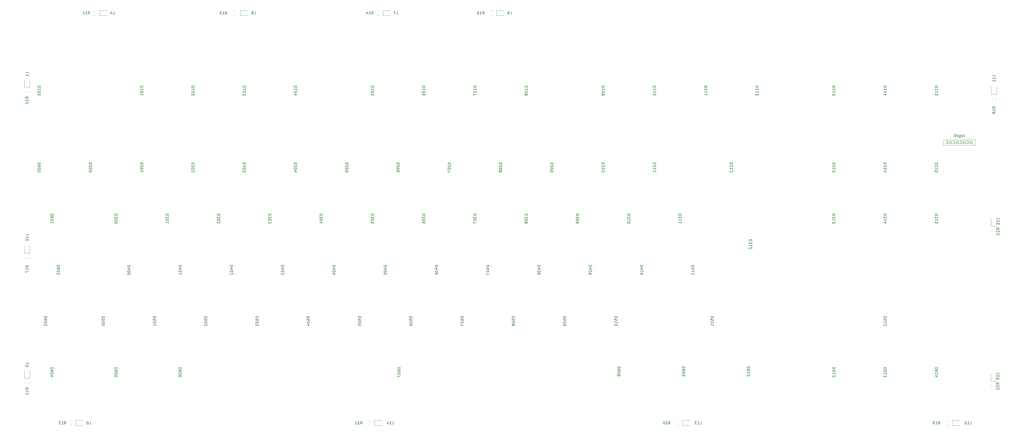
<source format=gbr>
%TF.GenerationSoftware,KiCad,Pcbnew,(5.99.0-10004-g132ec37b56)*%
%TF.CreationDate,2021-04-06T22:09:18+02:00*%
%TF.ProjectId,gh80-3003-nicosmod,67683830-2d33-4303-9033-2d6e69636f73,rev?*%
%TF.SameCoordinates,Original*%
%TF.FileFunction,Legend,Bot*%
%TF.FilePolarity,Positive*%
%FSLAX46Y46*%
G04 Gerber Fmt 4.6, Leading zero omitted, Abs format (unit mm)*
G04 Created by KiCad (PCBNEW (5.99.0-10004-g132ec37b56)) date 2021-04-06 22:09:18*
%MOMM*%
%LPD*%
G01*
G04 APERTURE LIST*
%ADD10C,0.150000*%
%ADD11C,0.120000*%
%ADD12C,0.100000*%
G04 APERTURE END LIST*
D10*
X24952380Y-73533333D02*
X24952380Y-73057142D01*
X23952380Y-73057142D01*
X24952380Y-74390476D02*
X24952380Y-73819047D01*
X24952380Y-74104761D02*
X23952380Y-74104761D01*
X24095238Y-74009523D01*
X24190476Y-73914285D01*
X24238095Y-73819047D01*
X24952380Y-82757142D02*
X24476190Y-82423809D01*
X24952380Y-82185714D02*
X23952380Y-82185714D01*
X23952380Y-82566666D01*
X24000000Y-82661904D01*
X24047619Y-82709523D01*
X24142857Y-82757142D01*
X24285714Y-82757142D01*
X24380952Y-82709523D01*
X24428571Y-82661904D01*
X24476190Y-82566666D01*
X24476190Y-82185714D01*
X24952380Y-83709523D02*
X24952380Y-83138095D01*
X24952380Y-83423809D02*
X23952380Y-83423809D01*
X24095238Y-83328571D01*
X24190476Y-83233333D01*
X24238095Y-83138095D01*
X23952380Y-84328571D02*
X23952380Y-84423809D01*
X24000000Y-84519047D01*
X24047619Y-84566666D01*
X24142857Y-84614285D01*
X24333333Y-84661904D01*
X24571428Y-84661904D01*
X24761904Y-84614285D01*
X24857142Y-84566666D01*
X24904761Y-84519047D01*
X24952380Y-84423809D01*
X24952380Y-84328571D01*
X24904761Y-84233333D01*
X24857142Y-84185714D01*
X24761904Y-84138095D01*
X24571428Y-84090476D01*
X24333333Y-84090476D01*
X24142857Y-84138095D01*
X24047619Y-84185714D01*
X24000000Y-84233333D01*
X23952380Y-84328571D01*
X181443380Y-106601523D02*
X180443380Y-106601523D01*
X180443380Y-106839619D01*
X180491000Y-106982476D01*
X180586238Y-107077714D01*
X180681476Y-107125333D01*
X180871952Y-107172952D01*
X181014809Y-107172952D01*
X181205285Y-107125333D01*
X181300523Y-107077714D01*
X181395761Y-106982476D01*
X181443380Y-106839619D01*
X181443380Y-106601523D01*
X180538619Y-107553904D02*
X180491000Y-107601523D01*
X180443380Y-107696761D01*
X180443380Y-107934857D01*
X180491000Y-108030095D01*
X180538619Y-108077714D01*
X180633857Y-108125333D01*
X180729095Y-108125333D01*
X180871952Y-108077714D01*
X181443380Y-107506285D01*
X181443380Y-108125333D01*
X180443380Y-108744380D02*
X180443380Y-108839619D01*
X180491000Y-108934857D01*
X180538619Y-108982476D01*
X180633857Y-109030095D01*
X180824333Y-109077714D01*
X181062428Y-109077714D01*
X181252904Y-109030095D01*
X181348142Y-108982476D01*
X181395761Y-108934857D01*
X181443380Y-108839619D01*
X181443380Y-108744380D01*
X181395761Y-108649142D01*
X181348142Y-108601523D01*
X181252904Y-108553904D01*
X181062428Y-108506285D01*
X180824333Y-108506285D01*
X180633857Y-108553904D01*
X180538619Y-108601523D01*
X180491000Y-108649142D01*
X180443380Y-108744380D01*
X180443380Y-109411047D02*
X180443380Y-110077714D01*
X181443380Y-109649142D01*
X86443380Y-78101523D02*
X85443380Y-78101523D01*
X85443380Y-78339619D01*
X85491000Y-78482476D01*
X85586238Y-78577714D01*
X85681476Y-78625333D01*
X85871952Y-78672952D01*
X86014809Y-78672952D01*
X86205285Y-78625333D01*
X86300523Y-78577714D01*
X86395761Y-78482476D01*
X86443380Y-78339619D01*
X86443380Y-78101523D01*
X86443380Y-79625333D02*
X86443380Y-79053904D01*
X86443380Y-79339619D02*
X85443380Y-79339619D01*
X85586238Y-79244380D01*
X85681476Y-79149142D01*
X85729095Y-79053904D01*
X85443380Y-80244380D02*
X85443380Y-80339619D01*
X85491000Y-80434857D01*
X85538619Y-80482476D01*
X85633857Y-80530095D01*
X85824333Y-80577714D01*
X86062428Y-80577714D01*
X86252904Y-80530095D01*
X86348142Y-80482476D01*
X86395761Y-80434857D01*
X86443380Y-80339619D01*
X86443380Y-80244380D01*
X86395761Y-80149142D01*
X86348142Y-80101523D01*
X86252904Y-80053904D01*
X86062428Y-80006285D01*
X85824333Y-80006285D01*
X85633857Y-80053904D01*
X85538619Y-80101523D01*
X85491000Y-80149142D01*
X85443380Y-80244380D01*
X85538619Y-80958666D02*
X85491000Y-81006285D01*
X85443380Y-81101523D01*
X85443380Y-81339619D01*
X85491000Y-81434857D01*
X85538619Y-81482476D01*
X85633857Y-81530095D01*
X85729095Y-81530095D01*
X85871952Y-81482476D01*
X86443380Y-80911047D01*
X86443380Y-81530095D01*
X384802380Y-127657142D02*
X384802380Y-127180952D01*
X383802380Y-127180952D01*
X384802380Y-128514285D02*
X384802380Y-127942857D01*
X384802380Y-128228571D02*
X383802380Y-128228571D01*
X383945238Y-128133333D01*
X384040476Y-128038095D01*
X384088095Y-127942857D01*
X383802380Y-129371428D02*
X383802380Y-129180952D01*
X383850000Y-129085714D01*
X383897619Y-129038095D01*
X384040476Y-128942857D01*
X384230952Y-128895238D01*
X384611904Y-128895238D01*
X384707142Y-128942857D01*
X384754761Y-128990476D01*
X384802380Y-129085714D01*
X384802380Y-129276190D01*
X384754761Y-129371428D01*
X384707142Y-129419047D01*
X384611904Y-129466666D01*
X384373809Y-129466666D01*
X384278571Y-129419047D01*
X384230952Y-129371428D01*
X384183333Y-129276190D01*
X384183333Y-129085714D01*
X384230952Y-128990476D01*
X384278571Y-128942857D01*
X384373809Y-128895238D01*
X108566666Y-51452380D02*
X109042857Y-51452380D01*
X109042857Y-50452380D01*
X108090476Y-50880952D02*
X108185714Y-50833333D01*
X108233333Y-50785714D01*
X108280952Y-50690476D01*
X108280952Y-50642857D01*
X108233333Y-50547619D01*
X108185714Y-50500000D01*
X108090476Y-50452380D01*
X107900000Y-50452380D01*
X107804761Y-50500000D01*
X107757142Y-50547619D01*
X107709523Y-50642857D01*
X107709523Y-50690476D01*
X107757142Y-50785714D01*
X107804761Y-50833333D01*
X107900000Y-50880952D01*
X108090476Y-50880952D01*
X108185714Y-50928571D01*
X108233333Y-50976190D01*
X108280952Y-51071428D01*
X108280952Y-51261904D01*
X108233333Y-51357142D01*
X108185714Y-51404761D01*
X108090476Y-51452380D01*
X107900000Y-51452380D01*
X107804761Y-51404761D01*
X107757142Y-51357142D01*
X107709523Y-51261904D01*
X107709523Y-51071428D01*
X107757142Y-50976190D01*
X107804761Y-50928571D01*
X107900000Y-50880952D01*
X67443380Y-106601523D02*
X66443380Y-106601523D01*
X66443380Y-106839619D01*
X66491000Y-106982476D01*
X66586238Y-107077714D01*
X66681476Y-107125333D01*
X66871952Y-107172952D01*
X67014809Y-107172952D01*
X67205285Y-107125333D01*
X67300523Y-107077714D01*
X67395761Y-106982476D01*
X67443380Y-106839619D01*
X67443380Y-106601523D01*
X66538619Y-107553904D02*
X66491000Y-107601523D01*
X66443380Y-107696761D01*
X66443380Y-107934857D01*
X66491000Y-108030095D01*
X66538619Y-108077714D01*
X66633857Y-108125333D01*
X66729095Y-108125333D01*
X66871952Y-108077714D01*
X67443380Y-107506285D01*
X67443380Y-108125333D01*
X66443380Y-108744380D02*
X66443380Y-108839619D01*
X66491000Y-108934857D01*
X66538619Y-108982476D01*
X66633857Y-109030095D01*
X66824333Y-109077714D01*
X67062428Y-109077714D01*
X67252904Y-109030095D01*
X67348142Y-108982476D01*
X67395761Y-108934857D01*
X67443380Y-108839619D01*
X67443380Y-108744380D01*
X67395761Y-108649142D01*
X67348142Y-108601523D01*
X67252904Y-108553904D01*
X67062428Y-108506285D01*
X66824333Y-108506285D01*
X66633857Y-108553904D01*
X66538619Y-108601523D01*
X66491000Y-108649142D01*
X66443380Y-108744380D01*
X67443380Y-110030095D02*
X67443380Y-109458666D01*
X67443380Y-109744380D02*
X66443380Y-109744380D01*
X66586238Y-109649142D01*
X66681476Y-109553904D01*
X66729095Y-109458666D01*
X384702380Y-185157142D02*
X384702380Y-184680952D01*
X383702380Y-184680952D01*
X384702380Y-186014285D02*
X384702380Y-185442857D01*
X384702380Y-185728571D02*
X383702380Y-185728571D01*
X383845238Y-185633333D01*
X383940476Y-185538095D01*
X383988095Y-185442857D01*
X383702380Y-186919047D02*
X383702380Y-186442857D01*
X384178571Y-186395238D01*
X384130952Y-186442857D01*
X384083333Y-186538095D01*
X384083333Y-186776190D01*
X384130952Y-186871428D01*
X384178571Y-186919047D01*
X384273809Y-186966666D01*
X384511904Y-186966666D01*
X384607142Y-186919047D01*
X384654761Y-186871428D01*
X384702380Y-186776190D01*
X384702380Y-186538095D01*
X384654761Y-186442857D01*
X384607142Y-186395238D01*
X262142857Y-203552380D02*
X262476190Y-203076190D01*
X262714285Y-203552380D02*
X262714285Y-202552380D01*
X262333333Y-202552380D01*
X262238095Y-202600000D01*
X262190476Y-202647619D01*
X262142857Y-202742857D01*
X262142857Y-202885714D01*
X262190476Y-202980952D01*
X262238095Y-203028571D01*
X262333333Y-203076190D01*
X262714285Y-203076190D01*
X261761904Y-202647619D02*
X261714285Y-202600000D01*
X261619047Y-202552380D01*
X261380952Y-202552380D01*
X261285714Y-202600000D01*
X261238095Y-202647619D01*
X261190476Y-202742857D01*
X261190476Y-202838095D01*
X261238095Y-202980952D01*
X261809523Y-203552380D01*
X261190476Y-203552380D01*
X260571428Y-202552380D02*
X260476190Y-202552380D01*
X260380952Y-202600000D01*
X260333333Y-202647619D01*
X260285714Y-202742857D01*
X260238095Y-202933333D01*
X260238095Y-203171428D01*
X260285714Y-203361904D01*
X260333333Y-203457142D01*
X260380952Y-203504761D01*
X260476190Y-203552380D01*
X260571428Y-203552380D01*
X260666666Y-203504761D01*
X260714285Y-203457142D01*
X260761904Y-203361904D01*
X260809523Y-203171428D01*
X260809523Y-202933333D01*
X260761904Y-202742857D01*
X260714285Y-202647619D01*
X260666666Y-202600000D01*
X260571428Y-202552380D01*
X171943380Y-78101523D02*
X170943380Y-78101523D01*
X170943380Y-78339619D01*
X170991000Y-78482476D01*
X171086238Y-78577714D01*
X171181476Y-78625333D01*
X171371952Y-78672952D01*
X171514809Y-78672952D01*
X171705285Y-78625333D01*
X171800523Y-78577714D01*
X171895761Y-78482476D01*
X171943380Y-78339619D01*
X171943380Y-78101523D01*
X171943380Y-79625333D02*
X171943380Y-79053904D01*
X171943380Y-79339619D02*
X170943380Y-79339619D01*
X171086238Y-79244380D01*
X171181476Y-79149142D01*
X171229095Y-79053904D01*
X170943380Y-80244380D02*
X170943380Y-80339619D01*
X170991000Y-80434857D01*
X171038619Y-80482476D01*
X171133857Y-80530095D01*
X171324333Y-80577714D01*
X171562428Y-80577714D01*
X171752904Y-80530095D01*
X171848142Y-80482476D01*
X171895761Y-80434857D01*
X171943380Y-80339619D01*
X171943380Y-80244380D01*
X171895761Y-80149142D01*
X171848142Y-80101523D01*
X171752904Y-80053904D01*
X171562428Y-80006285D01*
X171324333Y-80006285D01*
X171133857Y-80053904D01*
X171038619Y-80101523D01*
X170991000Y-80149142D01*
X170943380Y-80244380D01*
X170943380Y-81434857D02*
X170943380Y-81244380D01*
X170991000Y-81149142D01*
X171038619Y-81101523D01*
X171181476Y-81006285D01*
X171371952Y-80958666D01*
X171752904Y-80958666D01*
X171848142Y-81006285D01*
X171895761Y-81053904D01*
X171943380Y-81149142D01*
X171943380Y-81339619D01*
X171895761Y-81434857D01*
X171848142Y-81482476D01*
X171752904Y-81530095D01*
X171514809Y-81530095D01*
X171419571Y-81482476D01*
X171371952Y-81434857D01*
X171324333Y-81339619D01*
X171324333Y-81149142D01*
X171371952Y-81053904D01*
X171419571Y-81006285D01*
X171514809Y-80958666D01*
X200443380Y-106601523D02*
X199443380Y-106601523D01*
X199443380Y-106839619D01*
X199491000Y-106982476D01*
X199586238Y-107077714D01*
X199681476Y-107125333D01*
X199871952Y-107172952D01*
X200014809Y-107172952D01*
X200205285Y-107125333D01*
X200300523Y-107077714D01*
X200395761Y-106982476D01*
X200443380Y-106839619D01*
X200443380Y-106601523D01*
X199538619Y-107553904D02*
X199491000Y-107601523D01*
X199443380Y-107696761D01*
X199443380Y-107934857D01*
X199491000Y-108030095D01*
X199538619Y-108077714D01*
X199633857Y-108125333D01*
X199729095Y-108125333D01*
X199871952Y-108077714D01*
X200443380Y-107506285D01*
X200443380Y-108125333D01*
X199443380Y-108744380D02*
X199443380Y-108839619D01*
X199491000Y-108934857D01*
X199538619Y-108982476D01*
X199633857Y-109030095D01*
X199824333Y-109077714D01*
X200062428Y-109077714D01*
X200252904Y-109030095D01*
X200348142Y-108982476D01*
X200395761Y-108934857D01*
X200443380Y-108839619D01*
X200443380Y-108744380D01*
X200395761Y-108649142D01*
X200348142Y-108601523D01*
X200252904Y-108553904D01*
X200062428Y-108506285D01*
X199824333Y-108506285D01*
X199633857Y-108553904D01*
X199538619Y-108601523D01*
X199491000Y-108649142D01*
X199443380Y-108744380D01*
X199871952Y-109649142D02*
X199824333Y-109553904D01*
X199776714Y-109506285D01*
X199681476Y-109458666D01*
X199633857Y-109458666D01*
X199538619Y-109506285D01*
X199491000Y-109553904D01*
X199443380Y-109649142D01*
X199443380Y-109839619D01*
X199491000Y-109934857D01*
X199538619Y-109982476D01*
X199633857Y-110030095D01*
X199681476Y-110030095D01*
X199776714Y-109982476D01*
X199824333Y-109934857D01*
X199871952Y-109839619D01*
X199871952Y-109649142D01*
X199919571Y-109553904D01*
X199967190Y-109506285D01*
X200062428Y-109458666D01*
X200252904Y-109458666D01*
X200348142Y-109506285D01*
X200395761Y-109553904D01*
X200443380Y-109649142D01*
X200443380Y-109839619D01*
X200395761Y-109934857D01*
X200348142Y-109982476D01*
X200252904Y-110030095D01*
X200062428Y-110030095D01*
X199967190Y-109982476D01*
X199919571Y-109934857D01*
X199871952Y-109839619D01*
X38242857Y-203552380D02*
X38576190Y-203076190D01*
X38814285Y-203552380D02*
X38814285Y-202552380D01*
X38433333Y-202552380D01*
X38338095Y-202600000D01*
X38290476Y-202647619D01*
X38242857Y-202742857D01*
X38242857Y-202885714D01*
X38290476Y-202980952D01*
X38338095Y-203028571D01*
X38433333Y-203076190D01*
X38814285Y-203076190D01*
X37290476Y-203552380D02*
X37861904Y-203552380D01*
X37576190Y-203552380D02*
X37576190Y-202552380D01*
X37671428Y-202695238D01*
X37766666Y-202790476D01*
X37861904Y-202838095D01*
X36957142Y-202552380D02*
X36338095Y-202552380D01*
X36671428Y-202933333D01*
X36528571Y-202933333D01*
X36433333Y-202980952D01*
X36385714Y-203028571D01*
X36338095Y-203123809D01*
X36338095Y-203361904D01*
X36385714Y-203457142D01*
X36433333Y-203504761D01*
X36528571Y-203552380D01*
X36814285Y-203552380D01*
X36909523Y-203504761D01*
X36957142Y-203457142D01*
X252693380Y-144601523D02*
X251693380Y-144601523D01*
X251693380Y-144839619D01*
X251741000Y-144982476D01*
X251836238Y-145077714D01*
X251931476Y-145125333D01*
X252121952Y-145172952D01*
X252264809Y-145172952D01*
X252455285Y-145125333D01*
X252550523Y-145077714D01*
X252645761Y-144982476D01*
X252693380Y-144839619D01*
X252693380Y-144601523D01*
X252026714Y-146030095D02*
X252693380Y-146030095D01*
X251645761Y-145792000D02*
X252360047Y-145553904D01*
X252360047Y-146172952D01*
X252693380Y-147077714D02*
X252693380Y-146506285D01*
X252693380Y-146792000D02*
X251693380Y-146792000D01*
X251836238Y-146696761D01*
X251931476Y-146601523D01*
X251979095Y-146506285D01*
X251693380Y-147696761D02*
X251693380Y-147792000D01*
X251741000Y-147887238D01*
X251788619Y-147934857D01*
X251883857Y-147982476D01*
X252074333Y-148030095D01*
X252312428Y-148030095D01*
X252502904Y-147982476D01*
X252598142Y-147934857D01*
X252645761Y-147887238D01*
X252693380Y-147792000D01*
X252693380Y-147696761D01*
X252645761Y-147601523D01*
X252598142Y-147553904D01*
X252502904Y-147506285D01*
X252312428Y-147458666D01*
X252074333Y-147458666D01*
X251883857Y-147506285D01*
X251788619Y-147553904D01*
X251741000Y-147601523D01*
X251693380Y-147696761D01*
X34193380Y-182601523D02*
X33193380Y-182601523D01*
X33193380Y-182839619D01*
X33241000Y-182982476D01*
X33336238Y-183077714D01*
X33431476Y-183125333D01*
X33621952Y-183172952D01*
X33764809Y-183172952D01*
X33955285Y-183125333D01*
X34050523Y-183077714D01*
X34145761Y-182982476D01*
X34193380Y-182839619D01*
X34193380Y-182601523D01*
X33193380Y-184030095D02*
X33193380Y-183839619D01*
X33241000Y-183744380D01*
X33288619Y-183696761D01*
X33431476Y-183601523D01*
X33621952Y-183553904D01*
X34002904Y-183553904D01*
X34098142Y-183601523D01*
X34145761Y-183649142D01*
X34193380Y-183744380D01*
X34193380Y-183934857D01*
X34145761Y-184030095D01*
X34098142Y-184077714D01*
X34002904Y-184125333D01*
X33764809Y-184125333D01*
X33669571Y-184077714D01*
X33621952Y-184030095D01*
X33574333Y-183934857D01*
X33574333Y-183744380D01*
X33621952Y-183649142D01*
X33669571Y-183601523D01*
X33764809Y-183553904D01*
X33193380Y-184744380D02*
X33193380Y-184839619D01*
X33241000Y-184934857D01*
X33288619Y-184982476D01*
X33383857Y-185030095D01*
X33574333Y-185077714D01*
X33812428Y-185077714D01*
X34002904Y-185030095D01*
X34098142Y-184982476D01*
X34145761Y-184934857D01*
X34193380Y-184839619D01*
X34193380Y-184744380D01*
X34145761Y-184649142D01*
X34098142Y-184601523D01*
X34002904Y-184553904D01*
X33812428Y-184506285D01*
X33574333Y-184506285D01*
X33383857Y-184553904D01*
X33288619Y-184601523D01*
X33241000Y-184649142D01*
X33193380Y-184744380D01*
X33526714Y-185934857D02*
X34193380Y-185934857D01*
X33145761Y-185696761D02*
X33860047Y-185458666D01*
X33860047Y-186077714D01*
X244282380Y-182309523D02*
X243282380Y-182309523D01*
X243282380Y-182547619D01*
X243330000Y-182690476D01*
X243425238Y-182785714D01*
X243520476Y-182833333D01*
X243710952Y-182880952D01*
X243853809Y-182880952D01*
X244044285Y-182833333D01*
X244139523Y-182785714D01*
X244234761Y-182690476D01*
X244282380Y-182547619D01*
X244282380Y-182309523D01*
X243282380Y-183738095D02*
X243282380Y-183547619D01*
X243330000Y-183452380D01*
X243377619Y-183404761D01*
X243520476Y-183309523D01*
X243710952Y-183261904D01*
X244091904Y-183261904D01*
X244187142Y-183309523D01*
X244234761Y-183357142D01*
X244282380Y-183452380D01*
X244282380Y-183642857D01*
X244234761Y-183738095D01*
X244187142Y-183785714D01*
X244091904Y-183833333D01*
X243853809Y-183833333D01*
X243758571Y-183785714D01*
X243710952Y-183738095D01*
X243663333Y-183642857D01*
X243663333Y-183452380D01*
X243710952Y-183357142D01*
X243758571Y-183309523D01*
X243853809Y-183261904D01*
X243282380Y-184452380D02*
X243282380Y-184547619D01*
X243330000Y-184642857D01*
X243377619Y-184690476D01*
X243472857Y-184738095D01*
X243663333Y-184785714D01*
X243901428Y-184785714D01*
X244091904Y-184738095D01*
X244187142Y-184690476D01*
X244234761Y-184642857D01*
X244282380Y-184547619D01*
X244282380Y-184452380D01*
X244234761Y-184357142D01*
X244187142Y-184309523D01*
X244091904Y-184261904D01*
X243901428Y-184214285D01*
X243663333Y-184214285D01*
X243472857Y-184261904D01*
X243377619Y-184309523D01*
X243330000Y-184357142D01*
X243282380Y-184452380D01*
X243710952Y-185357142D02*
X243663333Y-185261904D01*
X243615714Y-185214285D01*
X243520476Y-185166666D01*
X243472857Y-185166666D01*
X243377619Y-185214285D01*
X243330000Y-185261904D01*
X243282380Y-185357142D01*
X243282380Y-185547619D01*
X243330000Y-185642857D01*
X243377619Y-185690476D01*
X243472857Y-185738095D01*
X243520476Y-185738095D01*
X243615714Y-185690476D01*
X243663333Y-185642857D01*
X243710952Y-185547619D01*
X243710952Y-185357142D01*
X243758571Y-185261904D01*
X243806190Y-185214285D01*
X243901428Y-185166666D01*
X244091904Y-185166666D01*
X244187142Y-185214285D01*
X244234761Y-185261904D01*
X244282380Y-185357142D01*
X244282380Y-185547619D01*
X244234761Y-185642857D01*
X244187142Y-185690476D01*
X244091904Y-185738095D01*
X243901428Y-185738095D01*
X243806190Y-185690476D01*
X243758571Y-185642857D01*
X243710952Y-185547619D01*
X342943380Y-78101523D02*
X341943380Y-78101523D01*
X341943380Y-78339619D01*
X341991000Y-78482476D01*
X342086238Y-78577714D01*
X342181476Y-78625333D01*
X342371952Y-78672952D01*
X342514809Y-78672952D01*
X342705285Y-78625333D01*
X342800523Y-78577714D01*
X342895761Y-78482476D01*
X342943380Y-78339619D01*
X342943380Y-78101523D01*
X342943380Y-79625333D02*
X342943380Y-79053904D01*
X342943380Y-79339619D02*
X341943380Y-79339619D01*
X342086238Y-79244380D01*
X342181476Y-79149142D01*
X342229095Y-79053904D01*
X342943380Y-80577714D02*
X342943380Y-80006285D01*
X342943380Y-80292000D02*
X341943380Y-80292000D01*
X342086238Y-80196761D01*
X342181476Y-80101523D01*
X342229095Y-80006285D01*
X342276714Y-81434857D02*
X342943380Y-81434857D01*
X341895761Y-81196761D02*
X342610047Y-80958666D01*
X342610047Y-81577714D01*
X257443380Y-106601523D02*
X256443380Y-106601523D01*
X256443380Y-106839619D01*
X256491000Y-106982476D01*
X256586238Y-107077714D01*
X256681476Y-107125333D01*
X256871952Y-107172952D01*
X257014809Y-107172952D01*
X257205285Y-107125333D01*
X257300523Y-107077714D01*
X257395761Y-106982476D01*
X257443380Y-106839619D01*
X257443380Y-106601523D01*
X256538619Y-107553904D02*
X256491000Y-107601523D01*
X256443380Y-107696761D01*
X256443380Y-107934857D01*
X256491000Y-108030095D01*
X256538619Y-108077714D01*
X256633857Y-108125333D01*
X256729095Y-108125333D01*
X256871952Y-108077714D01*
X257443380Y-107506285D01*
X257443380Y-108125333D01*
X257443380Y-109077714D02*
X257443380Y-108506285D01*
X257443380Y-108792000D02*
X256443380Y-108792000D01*
X256586238Y-108696761D01*
X256681476Y-108601523D01*
X256729095Y-108506285D01*
X257443380Y-110030095D02*
X257443380Y-109458666D01*
X257443380Y-109744380D02*
X256443380Y-109744380D01*
X256586238Y-109649142D01*
X256681476Y-109553904D01*
X256729095Y-109458666D01*
X214693380Y-144601523D02*
X213693380Y-144601523D01*
X213693380Y-144839619D01*
X213741000Y-144982476D01*
X213836238Y-145077714D01*
X213931476Y-145125333D01*
X214121952Y-145172952D01*
X214264809Y-145172952D01*
X214455285Y-145125333D01*
X214550523Y-145077714D01*
X214645761Y-144982476D01*
X214693380Y-144839619D01*
X214693380Y-144601523D01*
X214026714Y-146030095D02*
X214693380Y-146030095D01*
X213645761Y-145792000D02*
X214360047Y-145553904D01*
X214360047Y-146172952D01*
X213693380Y-146744380D02*
X213693380Y-146839619D01*
X213741000Y-146934857D01*
X213788619Y-146982476D01*
X213883857Y-147030095D01*
X214074333Y-147077714D01*
X214312428Y-147077714D01*
X214502904Y-147030095D01*
X214598142Y-146982476D01*
X214645761Y-146934857D01*
X214693380Y-146839619D01*
X214693380Y-146744380D01*
X214645761Y-146649142D01*
X214598142Y-146601523D01*
X214502904Y-146553904D01*
X214312428Y-146506285D01*
X214074333Y-146506285D01*
X213883857Y-146553904D01*
X213788619Y-146601523D01*
X213741000Y-146649142D01*
X213693380Y-146744380D01*
X214121952Y-147649142D02*
X214074333Y-147553904D01*
X214026714Y-147506285D01*
X213931476Y-147458666D01*
X213883857Y-147458666D01*
X213788619Y-147506285D01*
X213741000Y-147553904D01*
X213693380Y-147649142D01*
X213693380Y-147839619D01*
X213741000Y-147934857D01*
X213788619Y-147982476D01*
X213883857Y-148030095D01*
X213931476Y-148030095D01*
X214026714Y-147982476D01*
X214074333Y-147934857D01*
X214121952Y-147839619D01*
X214121952Y-147649142D01*
X214169571Y-147553904D01*
X214217190Y-147506285D01*
X214312428Y-147458666D01*
X214502904Y-147458666D01*
X214598142Y-147506285D01*
X214645761Y-147553904D01*
X214693380Y-147649142D01*
X214693380Y-147839619D01*
X214645761Y-147934857D01*
X214598142Y-147982476D01*
X214502904Y-148030095D01*
X214312428Y-148030095D01*
X214217190Y-147982476D01*
X214169571Y-147934857D01*
X214121952Y-147839619D01*
X143443380Y-106601523D02*
X142443380Y-106601523D01*
X142443380Y-106839619D01*
X142491000Y-106982476D01*
X142586238Y-107077714D01*
X142681476Y-107125333D01*
X142871952Y-107172952D01*
X143014809Y-107172952D01*
X143205285Y-107125333D01*
X143300523Y-107077714D01*
X143395761Y-106982476D01*
X143443380Y-106839619D01*
X143443380Y-106601523D01*
X142538619Y-107553904D02*
X142491000Y-107601523D01*
X142443380Y-107696761D01*
X142443380Y-107934857D01*
X142491000Y-108030095D01*
X142538619Y-108077714D01*
X142633857Y-108125333D01*
X142729095Y-108125333D01*
X142871952Y-108077714D01*
X143443380Y-107506285D01*
X143443380Y-108125333D01*
X142443380Y-108744380D02*
X142443380Y-108839619D01*
X142491000Y-108934857D01*
X142538619Y-108982476D01*
X142633857Y-109030095D01*
X142824333Y-109077714D01*
X143062428Y-109077714D01*
X143252904Y-109030095D01*
X143348142Y-108982476D01*
X143395761Y-108934857D01*
X143443380Y-108839619D01*
X143443380Y-108744380D01*
X143395761Y-108649142D01*
X143348142Y-108601523D01*
X143252904Y-108553904D01*
X143062428Y-108506285D01*
X142824333Y-108506285D01*
X142633857Y-108553904D01*
X142538619Y-108601523D01*
X142491000Y-108649142D01*
X142443380Y-108744380D01*
X142443380Y-109982476D02*
X142443380Y-109506285D01*
X142919571Y-109458666D01*
X142871952Y-109506285D01*
X142824333Y-109601523D01*
X142824333Y-109839619D01*
X142871952Y-109934857D01*
X142919571Y-109982476D01*
X143014809Y-110030095D01*
X143252904Y-110030095D01*
X143348142Y-109982476D01*
X143395761Y-109934857D01*
X143443380Y-109839619D01*
X143443380Y-109601523D01*
X143395761Y-109506285D01*
X143348142Y-109458666D01*
X247943380Y-125601523D02*
X246943380Y-125601523D01*
X246943380Y-125839619D01*
X246991000Y-125982476D01*
X247086238Y-126077714D01*
X247181476Y-126125333D01*
X247371952Y-126172952D01*
X247514809Y-126172952D01*
X247705285Y-126125333D01*
X247800523Y-126077714D01*
X247895761Y-125982476D01*
X247943380Y-125839619D01*
X247943380Y-125601523D01*
X246943380Y-126506285D02*
X246943380Y-127125333D01*
X247324333Y-126792000D01*
X247324333Y-126934857D01*
X247371952Y-127030095D01*
X247419571Y-127077714D01*
X247514809Y-127125333D01*
X247752904Y-127125333D01*
X247848142Y-127077714D01*
X247895761Y-127030095D01*
X247943380Y-126934857D01*
X247943380Y-126649142D01*
X247895761Y-126553904D01*
X247848142Y-126506285D01*
X247943380Y-128077714D02*
X247943380Y-127506285D01*
X247943380Y-127792000D02*
X246943380Y-127792000D01*
X247086238Y-127696761D01*
X247181476Y-127601523D01*
X247229095Y-127506285D01*
X246943380Y-128696761D02*
X246943380Y-128792000D01*
X246991000Y-128887238D01*
X247038619Y-128934857D01*
X247133857Y-128982476D01*
X247324333Y-129030095D01*
X247562428Y-129030095D01*
X247752904Y-128982476D01*
X247848142Y-128934857D01*
X247895761Y-128887238D01*
X247943380Y-128792000D01*
X247943380Y-128696761D01*
X247895761Y-128601523D01*
X247848142Y-128553904D01*
X247752904Y-128506285D01*
X247562428Y-128458666D01*
X247324333Y-128458666D01*
X247133857Y-128506285D01*
X247038619Y-128553904D01*
X246991000Y-128601523D01*
X246943380Y-128696761D01*
X361943380Y-182601523D02*
X360943380Y-182601523D01*
X360943380Y-182839619D01*
X360991000Y-182982476D01*
X361086238Y-183077714D01*
X361181476Y-183125333D01*
X361371952Y-183172952D01*
X361514809Y-183172952D01*
X361705285Y-183125333D01*
X361800523Y-183077714D01*
X361895761Y-182982476D01*
X361943380Y-182839619D01*
X361943380Y-182601523D01*
X360943380Y-184030095D02*
X360943380Y-183839619D01*
X360991000Y-183744380D01*
X361038619Y-183696761D01*
X361181476Y-183601523D01*
X361371952Y-183553904D01*
X361752904Y-183553904D01*
X361848142Y-183601523D01*
X361895761Y-183649142D01*
X361943380Y-183744380D01*
X361943380Y-183934857D01*
X361895761Y-184030095D01*
X361848142Y-184077714D01*
X361752904Y-184125333D01*
X361514809Y-184125333D01*
X361419571Y-184077714D01*
X361371952Y-184030095D01*
X361324333Y-183934857D01*
X361324333Y-183744380D01*
X361371952Y-183649142D01*
X361419571Y-183601523D01*
X361514809Y-183553904D01*
X361943380Y-185077714D02*
X361943380Y-184506285D01*
X361943380Y-184792000D02*
X360943380Y-184792000D01*
X361086238Y-184696761D01*
X361181476Y-184601523D01*
X361229095Y-184506285D01*
X361276714Y-185934857D02*
X361943380Y-185934857D01*
X360895761Y-185696761D02*
X361610047Y-185458666D01*
X361610047Y-186077714D01*
X148193380Y-163601523D02*
X147193380Y-163601523D01*
X147193380Y-163839619D01*
X147241000Y-163982476D01*
X147336238Y-164077714D01*
X147431476Y-164125333D01*
X147621952Y-164172952D01*
X147764809Y-164172952D01*
X147955285Y-164125333D01*
X148050523Y-164077714D01*
X148145761Y-163982476D01*
X148193380Y-163839619D01*
X148193380Y-163601523D01*
X147193380Y-165077714D02*
X147193380Y-164601523D01*
X147669571Y-164553904D01*
X147621952Y-164601523D01*
X147574333Y-164696761D01*
X147574333Y-164934857D01*
X147621952Y-165030095D01*
X147669571Y-165077714D01*
X147764809Y-165125333D01*
X148002904Y-165125333D01*
X148098142Y-165077714D01*
X148145761Y-165030095D01*
X148193380Y-164934857D01*
X148193380Y-164696761D01*
X148145761Y-164601523D01*
X148098142Y-164553904D01*
X147193380Y-165744380D02*
X147193380Y-165839619D01*
X147241000Y-165934857D01*
X147288619Y-165982476D01*
X147383857Y-166030095D01*
X147574333Y-166077714D01*
X147812428Y-166077714D01*
X148002904Y-166030095D01*
X148098142Y-165982476D01*
X148145761Y-165934857D01*
X148193380Y-165839619D01*
X148193380Y-165744380D01*
X148145761Y-165649142D01*
X148098142Y-165601523D01*
X148002904Y-165553904D01*
X147812428Y-165506285D01*
X147574333Y-165506285D01*
X147383857Y-165553904D01*
X147288619Y-165601523D01*
X147241000Y-165649142D01*
X147193380Y-165744380D01*
X147193380Y-166982476D02*
X147193380Y-166506285D01*
X147669571Y-166458666D01*
X147621952Y-166506285D01*
X147574333Y-166601523D01*
X147574333Y-166839619D01*
X147621952Y-166934857D01*
X147669571Y-166982476D01*
X147764809Y-167030095D01*
X148002904Y-167030095D01*
X148098142Y-166982476D01*
X148145761Y-166934857D01*
X148193380Y-166839619D01*
X148193380Y-166601523D01*
X148145761Y-166506285D01*
X148098142Y-166458666D01*
X91193380Y-163601523D02*
X90193380Y-163601523D01*
X90193380Y-163839619D01*
X90241000Y-163982476D01*
X90336238Y-164077714D01*
X90431476Y-164125333D01*
X90621952Y-164172952D01*
X90764809Y-164172952D01*
X90955285Y-164125333D01*
X91050523Y-164077714D01*
X91145761Y-163982476D01*
X91193380Y-163839619D01*
X91193380Y-163601523D01*
X90193380Y-165077714D02*
X90193380Y-164601523D01*
X90669571Y-164553904D01*
X90621952Y-164601523D01*
X90574333Y-164696761D01*
X90574333Y-164934857D01*
X90621952Y-165030095D01*
X90669571Y-165077714D01*
X90764809Y-165125333D01*
X91002904Y-165125333D01*
X91098142Y-165077714D01*
X91145761Y-165030095D01*
X91193380Y-164934857D01*
X91193380Y-164696761D01*
X91145761Y-164601523D01*
X91098142Y-164553904D01*
X90193380Y-165744380D02*
X90193380Y-165839619D01*
X90241000Y-165934857D01*
X90288619Y-165982476D01*
X90383857Y-166030095D01*
X90574333Y-166077714D01*
X90812428Y-166077714D01*
X91002904Y-166030095D01*
X91098142Y-165982476D01*
X91145761Y-165934857D01*
X91193380Y-165839619D01*
X91193380Y-165744380D01*
X91145761Y-165649142D01*
X91098142Y-165601523D01*
X91002904Y-165553904D01*
X90812428Y-165506285D01*
X90574333Y-165506285D01*
X90383857Y-165553904D01*
X90288619Y-165601523D01*
X90241000Y-165649142D01*
X90193380Y-165744380D01*
X90288619Y-166458666D02*
X90241000Y-166506285D01*
X90193380Y-166601523D01*
X90193380Y-166839619D01*
X90241000Y-166934857D01*
X90288619Y-166982476D01*
X90383857Y-167030095D01*
X90479095Y-167030095D01*
X90621952Y-166982476D01*
X91193380Y-166411047D01*
X91193380Y-167030095D01*
X273842857Y-203552380D02*
X274319047Y-203552380D01*
X274319047Y-202552380D01*
X272985714Y-203552380D02*
X273557142Y-203552380D01*
X273271428Y-203552380D02*
X273271428Y-202552380D01*
X273366666Y-202695238D01*
X273461904Y-202790476D01*
X273557142Y-202838095D01*
X272652380Y-202552380D02*
X272033333Y-202552380D01*
X272366666Y-202933333D01*
X272223809Y-202933333D01*
X272128571Y-202980952D01*
X272080952Y-203028571D01*
X272033333Y-203123809D01*
X272033333Y-203361904D01*
X272080952Y-203457142D01*
X272128571Y-203504761D01*
X272223809Y-203552380D01*
X272509523Y-203552380D01*
X272604761Y-203504761D01*
X272652380Y-203457142D01*
X53193380Y-163601523D02*
X52193380Y-163601523D01*
X52193380Y-163839619D01*
X52241000Y-163982476D01*
X52336238Y-164077714D01*
X52431476Y-164125333D01*
X52621952Y-164172952D01*
X52764809Y-164172952D01*
X52955285Y-164125333D01*
X53050523Y-164077714D01*
X53145761Y-163982476D01*
X53193380Y-163839619D01*
X53193380Y-163601523D01*
X52193380Y-165077714D02*
X52193380Y-164601523D01*
X52669571Y-164553904D01*
X52621952Y-164601523D01*
X52574333Y-164696761D01*
X52574333Y-164934857D01*
X52621952Y-165030095D01*
X52669571Y-165077714D01*
X52764809Y-165125333D01*
X53002904Y-165125333D01*
X53098142Y-165077714D01*
X53145761Y-165030095D01*
X53193380Y-164934857D01*
X53193380Y-164696761D01*
X53145761Y-164601523D01*
X53098142Y-164553904D01*
X52193380Y-165744380D02*
X52193380Y-165839619D01*
X52241000Y-165934857D01*
X52288619Y-165982476D01*
X52383857Y-166030095D01*
X52574333Y-166077714D01*
X52812428Y-166077714D01*
X53002904Y-166030095D01*
X53098142Y-165982476D01*
X53145761Y-165934857D01*
X53193380Y-165839619D01*
X53193380Y-165744380D01*
X53145761Y-165649142D01*
X53098142Y-165601523D01*
X53002904Y-165553904D01*
X52812428Y-165506285D01*
X52574333Y-165506285D01*
X52383857Y-165553904D01*
X52288619Y-165601523D01*
X52241000Y-165649142D01*
X52193380Y-165744380D01*
X52193380Y-166696761D02*
X52193380Y-166792000D01*
X52241000Y-166887238D01*
X52288619Y-166934857D01*
X52383857Y-166982476D01*
X52574333Y-167030095D01*
X52812428Y-167030095D01*
X53002904Y-166982476D01*
X53098142Y-166934857D01*
X53145761Y-166887238D01*
X53193380Y-166792000D01*
X53193380Y-166696761D01*
X53145761Y-166601523D01*
X53098142Y-166553904D01*
X53002904Y-166506285D01*
X52812428Y-166458666D01*
X52574333Y-166458666D01*
X52383857Y-166506285D01*
X52288619Y-166553904D01*
X52241000Y-166601523D01*
X52193380Y-166696761D01*
X124443380Y-106601523D02*
X123443380Y-106601523D01*
X123443380Y-106839619D01*
X123491000Y-106982476D01*
X123586238Y-107077714D01*
X123681476Y-107125333D01*
X123871952Y-107172952D01*
X124014809Y-107172952D01*
X124205285Y-107125333D01*
X124300523Y-107077714D01*
X124395761Y-106982476D01*
X124443380Y-106839619D01*
X124443380Y-106601523D01*
X123538619Y-107553904D02*
X123491000Y-107601523D01*
X123443380Y-107696761D01*
X123443380Y-107934857D01*
X123491000Y-108030095D01*
X123538619Y-108077714D01*
X123633857Y-108125333D01*
X123729095Y-108125333D01*
X123871952Y-108077714D01*
X124443380Y-107506285D01*
X124443380Y-108125333D01*
X123443380Y-108744380D02*
X123443380Y-108839619D01*
X123491000Y-108934857D01*
X123538619Y-108982476D01*
X123633857Y-109030095D01*
X123824333Y-109077714D01*
X124062428Y-109077714D01*
X124252904Y-109030095D01*
X124348142Y-108982476D01*
X124395761Y-108934857D01*
X124443380Y-108839619D01*
X124443380Y-108744380D01*
X124395761Y-108649142D01*
X124348142Y-108601523D01*
X124252904Y-108553904D01*
X124062428Y-108506285D01*
X123824333Y-108506285D01*
X123633857Y-108553904D01*
X123538619Y-108601523D01*
X123491000Y-108649142D01*
X123443380Y-108744380D01*
X123776714Y-109934857D02*
X124443380Y-109934857D01*
X123395761Y-109696761D02*
X124110047Y-109458666D01*
X124110047Y-110077714D01*
X205193380Y-163601523D02*
X204193380Y-163601523D01*
X204193380Y-163839619D01*
X204241000Y-163982476D01*
X204336238Y-164077714D01*
X204431476Y-164125333D01*
X204621952Y-164172952D01*
X204764809Y-164172952D01*
X204955285Y-164125333D01*
X205050523Y-164077714D01*
X205145761Y-163982476D01*
X205193380Y-163839619D01*
X205193380Y-163601523D01*
X204193380Y-165077714D02*
X204193380Y-164601523D01*
X204669571Y-164553904D01*
X204621952Y-164601523D01*
X204574333Y-164696761D01*
X204574333Y-164934857D01*
X204621952Y-165030095D01*
X204669571Y-165077714D01*
X204764809Y-165125333D01*
X205002904Y-165125333D01*
X205098142Y-165077714D01*
X205145761Y-165030095D01*
X205193380Y-164934857D01*
X205193380Y-164696761D01*
X205145761Y-164601523D01*
X205098142Y-164553904D01*
X204193380Y-165744380D02*
X204193380Y-165839619D01*
X204241000Y-165934857D01*
X204288619Y-165982476D01*
X204383857Y-166030095D01*
X204574333Y-166077714D01*
X204812428Y-166077714D01*
X205002904Y-166030095D01*
X205098142Y-165982476D01*
X205145761Y-165934857D01*
X205193380Y-165839619D01*
X205193380Y-165744380D01*
X205145761Y-165649142D01*
X205098142Y-165601523D01*
X205002904Y-165553904D01*
X204812428Y-165506285D01*
X204574333Y-165506285D01*
X204383857Y-165553904D01*
X204288619Y-165601523D01*
X204241000Y-165649142D01*
X204193380Y-165744380D01*
X204621952Y-166649142D02*
X204574333Y-166553904D01*
X204526714Y-166506285D01*
X204431476Y-166458666D01*
X204383857Y-166458666D01*
X204288619Y-166506285D01*
X204241000Y-166553904D01*
X204193380Y-166649142D01*
X204193380Y-166839619D01*
X204241000Y-166934857D01*
X204288619Y-166982476D01*
X204383857Y-167030095D01*
X204431476Y-167030095D01*
X204526714Y-166982476D01*
X204574333Y-166934857D01*
X204621952Y-166839619D01*
X204621952Y-166649142D01*
X204669571Y-166553904D01*
X204717190Y-166506285D01*
X204812428Y-166458666D01*
X205002904Y-166458666D01*
X205098142Y-166506285D01*
X205145761Y-166553904D01*
X205193380Y-166649142D01*
X205193380Y-166839619D01*
X205145761Y-166934857D01*
X205098142Y-166982476D01*
X205002904Y-167030095D01*
X204812428Y-167030095D01*
X204717190Y-166982476D01*
X204669571Y-166934857D01*
X204621952Y-166839619D01*
X238443380Y-78101523D02*
X237443380Y-78101523D01*
X237443380Y-78339619D01*
X237491000Y-78482476D01*
X237586238Y-78577714D01*
X237681476Y-78625333D01*
X237871952Y-78672952D01*
X238014809Y-78672952D01*
X238205285Y-78625333D01*
X238300523Y-78577714D01*
X238395761Y-78482476D01*
X238443380Y-78339619D01*
X238443380Y-78101523D01*
X238443380Y-79625333D02*
X238443380Y-79053904D01*
X238443380Y-79339619D02*
X237443380Y-79339619D01*
X237586238Y-79244380D01*
X237681476Y-79149142D01*
X237729095Y-79053904D01*
X237443380Y-80244380D02*
X237443380Y-80339619D01*
X237491000Y-80434857D01*
X237538619Y-80482476D01*
X237633857Y-80530095D01*
X237824333Y-80577714D01*
X238062428Y-80577714D01*
X238252904Y-80530095D01*
X238348142Y-80482476D01*
X238395761Y-80434857D01*
X238443380Y-80339619D01*
X238443380Y-80244380D01*
X238395761Y-80149142D01*
X238348142Y-80101523D01*
X238252904Y-80053904D01*
X238062428Y-80006285D01*
X237824333Y-80006285D01*
X237633857Y-80053904D01*
X237538619Y-80101523D01*
X237491000Y-80149142D01*
X237443380Y-80244380D01*
X238443380Y-81053904D02*
X238443380Y-81244380D01*
X238395761Y-81339619D01*
X238348142Y-81387238D01*
X238205285Y-81482476D01*
X238014809Y-81530095D01*
X237633857Y-81530095D01*
X237538619Y-81482476D01*
X237491000Y-81434857D01*
X237443380Y-81339619D01*
X237443380Y-81149142D01*
X237491000Y-81053904D01*
X237538619Y-81006285D01*
X237633857Y-80958666D01*
X237871952Y-80958666D01*
X237967190Y-81006285D01*
X238014809Y-81053904D01*
X238062428Y-81149142D01*
X238062428Y-81339619D01*
X238014809Y-81434857D01*
X237967190Y-81482476D01*
X237871952Y-81530095D01*
X119693380Y-144601523D02*
X118693380Y-144601523D01*
X118693380Y-144839619D01*
X118741000Y-144982476D01*
X118836238Y-145077714D01*
X118931476Y-145125333D01*
X119121952Y-145172952D01*
X119264809Y-145172952D01*
X119455285Y-145125333D01*
X119550523Y-145077714D01*
X119645761Y-144982476D01*
X119693380Y-144839619D01*
X119693380Y-144601523D01*
X119026714Y-146030095D02*
X119693380Y-146030095D01*
X118645761Y-145792000D02*
X119360047Y-145553904D01*
X119360047Y-146172952D01*
X118693380Y-146744380D02*
X118693380Y-146839619D01*
X118741000Y-146934857D01*
X118788619Y-146982476D01*
X118883857Y-147030095D01*
X119074333Y-147077714D01*
X119312428Y-147077714D01*
X119502904Y-147030095D01*
X119598142Y-146982476D01*
X119645761Y-146934857D01*
X119693380Y-146839619D01*
X119693380Y-146744380D01*
X119645761Y-146649142D01*
X119598142Y-146601523D01*
X119502904Y-146553904D01*
X119312428Y-146506285D01*
X119074333Y-146506285D01*
X118883857Y-146553904D01*
X118788619Y-146601523D01*
X118741000Y-146649142D01*
X118693380Y-146744380D01*
X118693380Y-147411047D02*
X118693380Y-148030095D01*
X119074333Y-147696761D01*
X119074333Y-147839619D01*
X119121952Y-147934857D01*
X119169571Y-147982476D01*
X119264809Y-148030095D01*
X119502904Y-148030095D01*
X119598142Y-147982476D01*
X119645761Y-147934857D01*
X119693380Y-147839619D01*
X119693380Y-147553904D01*
X119645761Y-147458666D01*
X119598142Y-147411047D01*
X31818380Y-163601523D02*
X30818380Y-163601523D01*
X30818380Y-163839619D01*
X30866000Y-163982476D01*
X30961238Y-164077714D01*
X31056476Y-164125333D01*
X31246952Y-164172952D01*
X31389809Y-164172952D01*
X31580285Y-164125333D01*
X31675523Y-164077714D01*
X31770761Y-163982476D01*
X31818380Y-163839619D01*
X31818380Y-163601523D01*
X30818380Y-165030095D02*
X30818380Y-164839619D01*
X30866000Y-164744380D01*
X30913619Y-164696761D01*
X31056476Y-164601523D01*
X31246952Y-164553904D01*
X31627904Y-164553904D01*
X31723142Y-164601523D01*
X31770761Y-164649142D01*
X31818380Y-164744380D01*
X31818380Y-164934857D01*
X31770761Y-165030095D01*
X31723142Y-165077714D01*
X31627904Y-165125333D01*
X31389809Y-165125333D01*
X31294571Y-165077714D01*
X31246952Y-165030095D01*
X31199333Y-164934857D01*
X31199333Y-164744380D01*
X31246952Y-164649142D01*
X31294571Y-164601523D01*
X31389809Y-164553904D01*
X30818380Y-165744380D02*
X30818380Y-165839619D01*
X30866000Y-165934857D01*
X30913619Y-165982476D01*
X31008857Y-166030095D01*
X31199333Y-166077714D01*
X31437428Y-166077714D01*
X31627904Y-166030095D01*
X31723142Y-165982476D01*
X31770761Y-165934857D01*
X31818380Y-165839619D01*
X31818380Y-165744380D01*
X31770761Y-165649142D01*
X31723142Y-165601523D01*
X31627904Y-165553904D01*
X31437428Y-165506285D01*
X31199333Y-165506285D01*
X31008857Y-165553904D01*
X30913619Y-165601523D01*
X30866000Y-165649142D01*
X30818380Y-165744380D01*
X30818380Y-166411047D02*
X30818380Y-167030095D01*
X31199333Y-166696761D01*
X31199333Y-166839619D01*
X31246952Y-166934857D01*
X31294571Y-166982476D01*
X31389809Y-167030095D01*
X31627904Y-167030095D01*
X31723142Y-166982476D01*
X31770761Y-166934857D01*
X31818380Y-166839619D01*
X31818380Y-166553904D01*
X31770761Y-166458666D01*
X31723142Y-166411047D01*
X209943380Y-78101523D02*
X208943380Y-78101523D01*
X208943380Y-78339619D01*
X208991000Y-78482476D01*
X209086238Y-78577714D01*
X209181476Y-78625333D01*
X209371952Y-78672952D01*
X209514809Y-78672952D01*
X209705285Y-78625333D01*
X209800523Y-78577714D01*
X209895761Y-78482476D01*
X209943380Y-78339619D01*
X209943380Y-78101523D01*
X209943380Y-79625333D02*
X209943380Y-79053904D01*
X209943380Y-79339619D02*
X208943380Y-79339619D01*
X209086238Y-79244380D01*
X209181476Y-79149142D01*
X209229095Y-79053904D01*
X208943380Y-80244380D02*
X208943380Y-80339619D01*
X208991000Y-80434857D01*
X209038619Y-80482476D01*
X209133857Y-80530095D01*
X209324333Y-80577714D01*
X209562428Y-80577714D01*
X209752904Y-80530095D01*
X209848142Y-80482476D01*
X209895761Y-80434857D01*
X209943380Y-80339619D01*
X209943380Y-80244380D01*
X209895761Y-80149142D01*
X209848142Y-80101523D01*
X209752904Y-80053904D01*
X209562428Y-80006285D01*
X209324333Y-80006285D01*
X209133857Y-80053904D01*
X209038619Y-80101523D01*
X208991000Y-80149142D01*
X208943380Y-80244380D01*
X209371952Y-81149142D02*
X209324333Y-81053904D01*
X209276714Y-81006285D01*
X209181476Y-80958666D01*
X209133857Y-80958666D01*
X209038619Y-81006285D01*
X208991000Y-81053904D01*
X208943380Y-81149142D01*
X208943380Y-81339619D01*
X208991000Y-81434857D01*
X209038619Y-81482476D01*
X209133857Y-81530095D01*
X209181476Y-81530095D01*
X209276714Y-81482476D01*
X209324333Y-81434857D01*
X209371952Y-81339619D01*
X209371952Y-81149142D01*
X209419571Y-81053904D01*
X209467190Y-81006285D01*
X209562428Y-80958666D01*
X209752904Y-80958666D01*
X209848142Y-81006285D01*
X209895761Y-81053904D01*
X209943380Y-81149142D01*
X209943380Y-81339619D01*
X209895761Y-81434857D01*
X209848142Y-81482476D01*
X209752904Y-81530095D01*
X209562428Y-81530095D01*
X209467190Y-81482476D01*
X209419571Y-81434857D01*
X209371952Y-81339619D01*
X48443380Y-106601523D02*
X47443380Y-106601523D01*
X47443380Y-106839619D01*
X47491000Y-106982476D01*
X47586238Y-107077714D01*
X47681476Y-107125333D01*
X47871952Y-107172952D01*
X48014809Y-107172952D01*
X48205285Y-107125333D01*
X48300523Y-107077714D01*
X48395761Y-106982476D01*
X48443380Y-106839619D01*
X48443380Y-106601523D01*
X47538619Y-107553904D02*
X47491000Y-107601523D01*
X47443380Y-107696761D01*
X47443380Y-107934857D01*
X47491000Y-108030095D01*
X47538619Y-108077714D01*
X47633857Y-108125333D01*
X47729095Y-108125333D01*
X47871952Y-108077714D01*
X48443380Y-107506285D01*
X48443380Y-108125333D01*
X47443380Y-108744380D02*
X47443380Y-108839619D01*
X47491000Y-108934857D01*
X47538619Y-108982476D01*
X47633857Y-109030095D01*
X47824333Y-109077714D01*
X48062428Y-109077714D01*
X48252904Y-109030095D01*
X48348142Y-108982476D01*
X48395761Y-108934857D01*
X48443380Y-108839619D01*
X48443380Y-108744380D01*
X48395761Y-108649142D01*
X48348142Y-108601523D01*
X48252904Y-108553904D01*
X48062428Y-108506285D01*
X47824333Y-108506285D01*
X47633857Y-108553904D01*
X47538619Y-108601523D01*
X47491000Y-108649142D01*
X47443380Y-108744380D01*
X47443380Y-109696761D02*
X47443380Y-109792000D01*
X47491000Y-109887238D01*
X47538619Y-109934857D01*
X47633857Y-109982476D01*
X47824333Y-110030095D01*
X48062428Y-110030095D01*
X48252904Y-109982476D01*
X48348142Y-109934857D01*
X48395761Y-109887238D01*
X48443380Y-109792000D01*
X48443380Y-109696761D01*
X48395761Y-109601523D01*
X48348142Y-109553904D01*
X48252904Y-109506285D01*
X48062428Y-109458666D01*
X47824333Y-109458666D01*
X47633857Y-109506285D01*
X47538619Y-109553904D01*
X47491000Y-109601523D01*
X47443380Y-109696761D01*
X24952380Y-181433333D02*
X24952380Y-180957142D01*
X23952380Y-180957142D01*
X23952380Y-182242857D02*
X23952380Y-181766666D01*
X24428571Y-181719047D01*
X24380952Y-181766666D01*
X24333333Y-181861904D01*
X24333333Y-182100000D01*
X24380952Y-182195238D01*
X24428571Y-182242857D01*
X24523809Y-182290476D01*
X24761904Y-182290476D01*
X24857142Y-182242857D01*
X24904761Y-182195238D01*
X24952380Y-182100000D01*
X24952380Y-181861904D01*
X24904761Y-181766666D01*
X24857142Y-181719047D01*
X97842857Y-51552380D02*
X98176190Y-51076190D01*
X98414285Y-51552380D02*
X98414285Y-50552380D01*
X98033333Y-50552380D01*
X97938095Y-50600000D01*
X97890476Y-50647619D01*
X97842857Y-50742857D01*
X97842857Y-50885714D01*
X97890476Y-50980952D01*
X97938095Y-51028571D01*
X98033333Y-51076190D01*
X98414285Y-51076190D01*
X96890476Y-51552380D02*
X97461904Y-51552380D01*
X97176190Y-51552380D02*
X97176190Y-50552380D01*
X97271428Y-50695238D01*
X97366666Y-50790476D01*
X97461904Y-50838095D01*
X95985714Y-50552380D02*
X96461904Y-50552380D01*
X96509523Y-51028571D01*
X96461904Y-50980952D01*
X96366666Y-50933333D01*
X96128571Y-50933333D01*
X96033333Y-50980952D01*
X95985714Y-51028571D01*
X95938095Y-51123809D01*
X95938095Y-51361904D01*
X95985714Y-51457142D01*
X96033333Y-51504761D01*
X96128571Y-51552380D01*
X96366666Y-51552380D01*
X96461904Y-51504761D01*
X96509523Y-51457142D01*
X110193380Y-163601523D02*
X109193380Y-163601523D01*
X109193380Y-163839619D01*
X109241000Y-163982476D01*
X109336238Y-164077714D01*
X109431476Y-164125333D01*
X109621952Y-164172952D01*
X109764809Y-164172952D01*
X109955285Y-164125333D01*
X110050523Y-164077714D01*
X110145761Y-163982476D01*
X110193380Y-163839619D01*
X110193380Y-163601523D01*
X109193380Y-165077714D02*
X109193380Y-164601523D01*
X109669571Y-164553904D01*
X109621952Y-164601523D01*
X109574333Y-164696761D01*
X109574333Y-164934857D01*
X109621952Y-165030095D01*
X109669571Y-165077714D01*
X109764809Y-165125333D01*
X110002904Y-165125333D01*
X110098142Y-165077714D01*
X110145761Y-165030095D01*
X110193380Y-164934857D01*
X110193380Y-164696761D01*
X110145761Y-164601523D01*
X110098142Y-164553904D01*
X109193380Y-165744380D02*
X109193380Y-165839619D01*
X109241000Y-165934857D01*
X109288619Y-165982476D01*
X109383857Y-166030095D01*
X109574333Y-166077714D01*
X109812428Y-166077714D01*
X110002904Y-166030095D01*
X110098142Y-165982476D01*
X110145761Y-165934857D01*
X110193380Y-165839619D01*
X110193380Y-165744380D01*
X110145761Y-165649142D01*
X110098142Y-165601523D01*
X110002904Y-165553904D01*
X109812428Y-165506285D01*
X109574333Y-165506285D01*
X109383857Y-165553904D01*
X109288619Y-165601523D01*
X109241000Y-165649142D01*
X109193380Y-165744380D01*
X109193380Y-166411047D02*
X109193380Y-167030095D01*
X109574333Y-166696761D01*
X109574333Y-166839619D01*
X109621952Y-166934857D01*
X109669571Y-166982476D01*
X109764809Y-167030095D01*
X110002904Y-167030095D01*
X110098142Y-166982476D01*
X110145761Y-166934857D01*
X110193380Y-166839619D01*
X110193380Y-166553904D01*
X110145761Y-166458666D01*
X110098142Y-166411047D01*
X24952380Y-190657142D02*
X24476190Y-190323809D01*
X24952380Y-190085714D02*
X23952380Y-190085714D01*
X23952380Y-190466666D01*
X24000000Y-190561904D01*
X24047619Y-190609523D01*
X24142857Y-190657142D01*
X24285714Y-190657142D01*
X24380952Y-190609523D01*
X24428571Y-190561904D01*
X24476190Y-190466666D01*
X24476190Y-190085714D01*
X24952380Y-191609523D02*
X24952380Y-191038095D01*
X24952380Y-191323809D02*
X23952380Y-191323809D01*
X24095238Y-191228571D01*
X24190476Y-191133333D01*
X24238095Y-191038095D01*
X24047619Y-191990476D02*
X24000000Y-192038095D01*
X23952380Y-192133333D01*
X23952380Y-192371428D01*
X24000000Y-192466666D01*
X24047619Y-192514285D01*
X24142857Y-192561904D01*
X24238095Y-192561904D01*
X24380952Y-192514285D01*
X24952380Y-191942857D01*
X24952380Y-192561904D01*
X276443380Y-78101523D02*
X275443380Y-78101523D01*
X275443380Y-78339619D01*
X275491000Y-78482476D01*
X275586238Y-78577714D01*
X275681476Y-78625333D01*
X275871952Y-78672952D01*
X276014809Y-78672952D01*
X276205285Y-78625333D01*
X276300523Y-78577714D01*
X276395761Y-78482476D01*
X276443380Y-78339619D01*
X276443380Y-78101523D01*
X276443380Y-79625333D02*
X276443380Y-79053904D01*
X276443380Y-79339619D02*
X275443380Y-79339619D01*
X275586238Y-79244380D01*
X275681476Y-79149142D01*
X275729095Y-79053904D01*
X276443380Y-80577714D02*
X276443380Y-80006285D01*
X276443380Y-80292000D02*
X275443380Y-80292000D01*
X275586238Y-80196761D01*
X275681476Y-80101523D01*
X275729095Y-80006285D01*
X276443380Y-81530095D02*
X276443380Y-80958666D01*
X276443380Y-81244380D02*
X275443380Y-81244380D01*
X275586238Y-81149142D01*
X275681476Y-81053904D01*
X275729095Y-80958666D01*
X72193380Y-163601523D02*
X71193380Y-163601523D01*
X71193380Y-163839619D01*
X71241000Y-163982476D01*
X71336238Y-164077714D01*
X71431476Y-164125333D01*
X71621952Y-164172952D01*
X71764809Y-164172952D01*
X71955285Y-164125333D01*
X72050523Y-164077714D01*
X72145761Y-163982476D01*
X72193380Y-163839619D01*
X72193380Y-163601523D01*
X71193380Y-165077714D02*
X71193380Y-164601523D01*
X71669571Y-164553904D01*
X71621952Y-164601523D01*
X71574333Y-164696761D01*
X71574333Y-164934857D01*
X71621952Y-165030095D01*
X71669571Y-165077714D01*
X71764809Y-165125333D01*
X72002904Y-165125333D01*
X72098142Y-165077714D01*
X72145761Y-165030095D01*
X72193380Y-164934857D01*
X72193380Y-164696761D01*
X72145761Y-164601523D01*
X72098142Y-164553904D01*
X71193380Y-165744380D02*
X71193380Y-165839619D01*
X71241000Y-165934857D01*
X71288619Y-165982476D01*
X71383857Y-166030095D01*
X71574333Y-166077714D01*
X71812428Y-166077714D01*
X72002904Y-166030095D01*
X72098142Y-165982476D01*
X72145761Y-165934857D01*
X72193380Y-165839619D01*
X72193380Y-165744380D01*
X72145761Y-165649142D01*
X72098142Y-165601523D01*
X72002904Y-165553904D01*
X71812428Y-165506285D01*
X71574333Y-165506285D01*
X71383857Y-165553904D01*
X71288619Y-165601523D01*
X71241000Y-165649142D01*
X71193380Y-165744380D01*
X72193380Y-167030095D02*
X72193380Y-166458666D01*
X72193380Y-166744380D02*
X71193380Y-166744380D01*
X71336238Y-166649142D01*
X71431476Y-166553904D01*
X71479095Y-166458666D01*
X278818380Y-163601523D02*
X277818380Y-163601523D01*
X277818380Y-163839619D01*
X277866000Y-163982476D01*
X277961238Y-164077714D01*
X278056476Y-164125333D01*
X278246952Y-164172952D01*
X278389809Y-164172952D01*
X278580285Y-164125333D01*
X278675523Y-164077714D01*
X278770761Y-163982476D01*
X278818380Y-163839619D01*
X278818380Y-163601523D01*
X277818380Y-165077714D02*
X277818380Y-164601523D01*
X278294571Y-164553904D01*
X278246952Y-164601523D01*
X278199333Y-164696761D01*
X278199333Y-164934857D01*
X278246952Y-165030095D01*
X278294571Y-165077714D01*
X278389809Y-165125333D01*
X278627904Y-165125333D01*
X278723142Y-165077714D01*
X278770761Y-165030095D01*
X278818380Y-164934857D01*
X278818380Y-164696761D01*
X278770761Y-164601523D01*
X278723142Y-164553904D01*
X278818380Y-166077714D02*
X278818380Y-165506285D01*
X278818380Y-165792000D02*
X277818380Y-165792000D01*
X277961238Y-165696761D01*
X278056476Y-165601523D01*
X278104095Y-165506285D01*
X278818380Y-167030095D02*
X278818380Y-166458666D01*
X278818380Y-166744380D02*
X277818380Y-166744380D01*
X277961238Y-166649142D01*
X278056476Y-166553904D01*
X278104095Y-166458666D01*
X159642857Y-203552380D02*
X160119047Y-203552380D01*
X160119047Y-202552380D01*
X158785714Y-203552380D02*
X159357142Y-203552380D01*
X159071428Y-203552380D02*
X159071428Y-202552380D01*
X159166666Y-202695238D01*
X159261904Y-202790476D01*
X159357142Y-202838095D01*
X157928571Y-202885714D02*
X157928571Y-203552380D01*
X158166666Y-202504761D02*
X158404761Y-203219047D01*
X157785714Y-203219047D01*
X47466666Y-203552380D02*
X47942857Y-203552380D01*
X47942857Y-202552380D01*
X46704761Y-202552380D02*
X46895238Y-202552380D01*
X46990476Y-202600000D01*
X47038095Y-202647619D01*
X47133333Y-202790476D01*
X47180952Y-202980952D01*
X47180952Y-203361904D01*
X47133333Y-203457142D01*
X47085714Y-203504761D01*
X46990476Y-203552380D01*
X46800000Y-203552380D01*
X46704761Y-203504761D01*
X46657142Y-203457142D01*
X46609523Y-203361904D01*
X46609523Y-203123809D01*
X46657142Y-203028571D01*
X46704761Y-202980952D01*
X46800000Y-202933333D01*
X46990476Y-202933333D01*
X47085714Y-202980952D01*
X47133333Y-203028571D01*
X47180952Y-203123809D01*
X133943380Y-125601523D02*
X132943380Y-125601523D01*
X132943380Y-125839619D01*
X132991000Y-125982476D01*
X133086238Y-126077714D01*
X133181476Y-126125333D01*
X133371952Y-126172952D01*
X133514809Y-126172952D01*
X133705285Y-126125333D01*
X133800523Y-126077714D01*
X133895761Y-125982476D01*
X133943380Y-125839619D01*
X133943380Y-125601523D01*
X132943380Y-126506285D02*
X132943380Y-127125333D01*
X133324333Y-126792000D01*
X133324333Y-126934857D01*
X133371952Y-127030095D01*
X133419571Y-127077714D01*
X133514809Y-127125333D01*
X133752904Y-127125333D01*
X133848142Y-127077714D01*
X133895761Y-127030095D01*
X133943380Y-126934857D01*
X133943380Y-126649142D01*
X133895761Y-126553904D01*
X133848142Y-126506285D01*
X132943380Y-127744380D02*
X132943380Y-127839619D01*
X132991000Y-127934857D01*
X133038619Y-127982476D01*
X133133857Y-128030095D01*
X133324333Y-128077714D01*
X133562428Y-128077714D01*
X133752904Y-128030095D01*
X133848142Y-127982476D01*
X133895761Y-127934857D01*
X133943380Y-127839619D01*
X133943380Y-127744380D01*
X133895761Y-127649142D01*
X133848142Y-127601523D01*
X133752904Y-127553904D01*
X133562428Y-127506285D01*
X133324333Y-127506285D01*
X133133857Y-127553904D01*
X133038619Y-127601523D01*
X132991000Y-127649142D01*
X132943380Y-127744380D01*
X133276714Y-128934857D02*
X133943380Y-128934857D01*
X132895761Y-128696761D02*
X133610047Y-128458666D01*
X133610047Y-129077714D01*
X176693380Y-144601523D02*
X175693380Y-144601523D01*
X175693380Y-144839619D01*
X175741000Y-144982476D01*
X175836238Y-145077714D01*
X175931476Y-145125333D01*
X176121952Y-145172952D01*
X176264809Y-145172952D01*
X176455285Y-145125333D01*
X176550523Y-145077714D01*
X176645761Y-144982476D01*
X176693380Y-144839619D01*
X176693380Y-144601523D01*
X176026714Y-146030095D02*
X176693380Y-146030095D01*
X175645761Y-145792000D02*
X176360047Y-145553904D01*
X176360047Y-146172952D01*
X175693380Y-146744380D02*
X175693380Y-146839619D01*
X175741000Y-146934857D01*
X175788619Y-146982476D01*
X175883857Y-147030095D01*
X176074333Y-147077714D01*
X176312428Y-147077714D01*
X176502904Y-147030095D01*
X176598142Y-146982476D01*
X176645761Y-146934857D01*
X176693380Y-146839619D01*
X176693380Y-146744380D01*
X176645761Y-146649142D01*
X176598142Y-146601523D01*
X176502904Y-146553904D01*
X176312428Y-146506285D01*
X176074333Y-146506285D01*
X175883857Y-146553904D01*
X175788619Y-146601523D01*
X175741000Y-146649142D01*
X175693380Y-146744380D01*
X175693380Y-147934857D02*
X175693380Y-147744380D01*
X175741000Y-147649142D01*
X175788619Y-147601523D01*
X175931476Y-147506285D01*
X176121952Y-147458666D01*
X176502904Y-147458666D01*
X176598142Y-147506285D01*
X176645761Y-147553904D01*
X176693380Y-147649142D01*
X176693380Y-147839619D01*
X176645761Y-147934857D01*
X176598142Y-147982476D01*
X176502904Y-148030095D01*
X176264809Y-148030095D01*
X176169571Y-147982476D01*
X176121952Y-147934857D01*
X176074333Y-147839619D01*
X176074333Y-147649142D01*
X176121952Y-147553904D01*
X176169571Y-147506285D01*
X176264809Y-147458666D01*
X323943380Y-125601523D02*
X322943380Y-125601523D01*
X322943380Y-125839619D01*
X322991000Y-125982476D01*
X323086238Y-126077714D01*
X323181476Y-126125333D01*
X323371952Y-126172952D01*
X323514809Y-126172952D01*
X323705285Y-126125333D01*
X323800523Y-126077714D01*
X323895761Y-125982476D01*
X323943380Y-125839619D01*
X323943380Y-125601523D01*
X322943380Y-126506285D02*
X322943380Y-127125333D01*
X323324333Y-126792000D01*
X323324333Y-126934857D01*
X323371952Y-127030095D01*
X323419571Y-127077714D01*
X323514809Y-127125333D01*
X323752904Y-127125333D01*
X323848142Y-127077714D01*
X323895761Y-127030095D01*
X323943380Y-126934857D01*
X323943380Y-126649142D01*
X323895761Y-126553904D01*
X323848142Y-126506285D01*
X323943380Y-128077714D02*
X323943380Y-127506285D01*
X323943380Y-127792000D02*
X322943380Y-127792000D01*
X323086238Y-127696761D01*
X323181476Y-127601523D01*
X323229095Y-127506285D01*
X322943380Y-128411047D02*
X322943380Y-129030095D01*
X323324333Y-128696761D01*
X323324333Y-128839619D01*
X323371952Y-128934857D01*
X323419571Y-128982476D01*
X323514809Y-129030095D01*
X323752904Y-129030095D01*
X323848142Y-128982476D01*
X323895761Y-128934857D01*
X323943380Y-128839619D01*
X323943380Y-128553904D01*
X323895761Y-128458666D01*
X323848142Y-128411047D01*
X157693380Y-144601523D02*
X156693380Y-144601523D01*
X156693380Y-144839619D01*
X156741000Y-144982476D01*
X156836238Y-145077714D01*
X156931476Y-145125333D01*
X157121952Y-145172952D01*
X157264809Y-145172952D01*
X157455285Y-145125333D01*
X157550523Y-145077714D01*
X157645761Y-144982476D01*
X157693380Y-144839619D01*
X157693380Y-144601523D01*
X157026714Y-146030095D02*
X157693380Y-146030095D01*
X156645761Y-145792000D02*
X157360047Y-145553904D01*
X157360047Y-146172952D01*
X156693380Y-146744380D02*
X156693380Y-146839619D01*
X156741000Y-146934857D01*
X156788619Y-146982476D01*
X156883857Y-147030095D01*
X157074333Y-147077714D01*
X157312428Y-147077714D01*
X157502904Y-147030095D01*
X157598142Y-146982476D01*
X157645761Y-146934857D01*
X157693380Y-146839619D01*
X157693380Y-146744380D01*
X157645761Y-146649142D01*
X157598142Y-146601523D01*
X157502904Y-146553904D01*
X157312428Y-146506285D01*
X157074333Y-146506285D01*
X156883857Y-146553904D01*
X156788619Y-146601523D01*
X156741000Y-146649142D01*
X156693380Y-146744380D01*
X156693380Y-147982476D02*
X156693380Y-147506285D01*
X157169571Y-147458666D01*
X157121952Y-147506285D01*
X157074333Y-147601523D01*
X157074333Y-147839619D01*
X157121952Y-147934857D01*
X157169571Y-147982476D01*
X157264809Y-148030095D01*
X157502904Y-148030095D01*
X157598142Y-147982476D01*
X157645761Y-147934857D01*
X157693380Y-147839619D01*
X157693380Y-147601523D01*
X157645761Y-147506285D01*
X157598142Y-147458666D01*
X152142857Y-51452380D02*
X152476190Y-50976190D01*
X152714285Y-51452380D02*
X152714285Y-50452380D01*
X152333333Y-50452380D01*
X152238095Y-50500000D01*
X152190476Y-50547619D01*
X152142857Y-50642857D01*
X152142857Y-50785714D01*
X152190476Y-50880952D01*
X152238095Y-50928571D01*
X152333333Y-50976190D01*
X152714285Y-50976190D01*
X151190476Y-51452380D02*
X151761904Y-51452380D01*
X151476190Y-51452380D02*
X151476190Y-50452380D01*
X151571428Y-50595238D01*
X151666666Y-50690476D01*
X151761904Y-50738095D01*
X150333333Y-50785714D02*
X150333333Y-51452380D01*
X150571428Y-50404761D02*
X150809523Y-51119047D01*
X150190476Y-51119047D01*
X147942857Y-203552380D02*
X148276190Y-203076190D01*
X148514285Y-203552380D02*
X148514285Y-202552380D01*
X148133333Y-202552380D01*
X148038095Y-202600000D01*
X147990476Y-202647619D01*
X147942857Y-202742857D01*
X147942857Y-202885714D01*
X147990476Y-202980952D01*
X148038095Y-203028571D01*
X148133333Y-203076190D01*
X148514285Y-203076190D01*
X147561904Y-202647619D02*
X147514285Y-202600000D01*
X147419047Y-202552380D01*
X147180952Y-202552380D01*
X147085714Y-202600000D01*
X147038095Y-202647619D01*
X146990476Y-202742857D01*
X146990476Y-202838095D01*
X147038095Y-202980952D01*
X147609523Y-203552380D01*
X146990476Y-203552380D01*
X146038095Y-203552380D02*
X146609523Y-203552380D01*
X146323809Y-203552380D02*
X146323809Y-202552380D01*
X146419047Y-202695238D01*
X146514285Y-202790476D01*
X146609523Y-202838095D01*
X292282380Y-182309523D02*
X291282380Y-182309523D01*
X291282380Y-182547619D01*
X291330000Y-182690476D01*
X291425238Y-182785714D01*
X291520476Y-182833333D01*
X291710952Y-182880952D01*
X291853809Y-182880952D01*
X292044285Y-182833333D01*
X292139523Y-182785714D01*
X292234761Y-182690476D01*
X292282380Y-182547619D01*
X292282380Y-182309523D01*
X291282380Y-183738095D02*
X291282380Y-183547619D01*
X291330000Y-183452380D01*
X291377619Y-183404761D01*
X291520476Y-183309523D01*
X291710952Y-183261904D01*
X292091904Y-183261904D01*
X292187142Y-183309523D01*
X292234761Y-183357142D01*
X292282380Y-183452380D01*
X292282380Y-183642857D01*
X292234761Y-183738095D01*
X292187142Y-183785714D01*
X292091904Y-183833333D01*
X291853809Y-183833333D01*
X291758571Y-183785714D01*
X291710952Y-183738095D01*
X291663333Y-183642857D01*
X291663333Y-183452380D01*
X291710952Y-183357142D01*
X291758571Y-183309523D01*
X291853809Y-183261904D01*
X292282380Y-184785714D02*
X292282380Y-184214285D01*
X292282380Y-184500000D02*
X291282380Y-184500000D01*
X291425238Y-184404761D01*
X291520476Y-184309523D01*
X291568095Y-184214285D01*
X291282380Y-185404761D02*
X291282380Y-185500000D01*
X291330000Y-185595238D01*
X291377619Y-185642857D01*
X291472857Y-185690476D01*
X291663333Y-185738095D01*
X291901428Y-185738095D01*
X292091904Y-185690476D01*
X292187142Y-185642857D01*
X292234761Y-185595238D01*
X292282380Y-185500000D01*
X292282380Y-185404761D01*
X292234761Y-185309523D01*
X292187142Y-185261904D01*
X292091904Y-185214285D01*
X291901428Y-185166666D01*
X291663333Y-185166666D01*
X291472857Y-185214285D01*
X291377619Y-185261904D01*
X291330000Y-185309523D01*
X291282380Y-185404761D01*
X384702380Y-188827142D02*
X384226190Y-188493809D01*
X384702380Y-188255714D02*
X383702380Y-188255714D01*
X383702380Y-188636666D01*
X383750000Y-188731904D01*
X383797619Y-188779523D01*
X383892857Y-188827142D01*
X384035714Y-188827142D01*
X384130952Y-188779523D01*
X384178571Y-188731904D01*
X384226190Y-188636666D01*
X384226190Y-188255714D01*
X383797619Y-189208095D02*
X383750000Y-189255714D01*
X383702380Y-189350952D01*
X383702380Y-189589047D01*
X383750000Y-189684285D01*
X383797619Y-189731904D01*
X383892857Y-189779523D01*
X383988095Y-189779523D01*
X384130952Y-189731904D01*
X384702380Y-189160476D01*
X384702380Y-189779523D01*
X383797619Y-190160476D02*
X383750000Y-190208095D01*
X383702380Y-190303333D01*
X383702380Y-190541428D01*
X383750000Y-190636666D01*
X383797619Y-190684285D01*
X383892857Y-190731904D01*
X383988095Y-190731904D01*
X384130952Y-190684285D01*
X384702380Y-190112857D01*
X384702380Y-190731904D01*
X224193380Y-163601523D02*
X223193380Y-163601523D01*
X223193380Y-163839619D01*
X223241000Y-163982476D01*
X223336238Y-164077714D01*
X223431476Y-164125333D01*
X223621952Y-164172952D01*
X223764809Y-164172952D01*
X223955285Y-164125333D01*
X224050523Y-164077714D01*
X224145761Y-163982476D01*
X224193380Y-163839619D01*
X224193380Y-163601523D01*
X223193380Y-165077714D02*
X223193380Y-164601523D01*
X223669571Y-164553904D01*
X223621952Y-164601523D01*
X223574333Y-164696761D01*
X223574333Y-164934857D01*
X223621952Y-165030095D01*
X223669571Y-165077714D01*
X223764809Y-165125333D01*
X224002904Y-165125333D01*
X224098142Y-165077714D01*
X224145761Y-165030095D01*
X224193380Y-164934857D01*
X224193380Y-164696761D01*
X224145761Y-164601523D01*
X224098142Y-164553904D01*
X223193380Y-165744380D02*
X223193380Y-165839619D01*
X223241000Y-165934857D01*
X223288619Y-165982476D01*
X223383857Y-166030095D01*
X223574333Y-166077714D01*
X223812428Y-166077714D01*
X224002904Y-166030095D01*
X224098142Y-165982476D01*
X224145761Y-165934857D01*
X224193380Y-165839619D01*
X224193380Y-165744380D01*
X224145761Y-165649142D01*
X224098142Y-165601523D01*
X224002904Y-165553904D01*
X223812428Y-165506285D01*
X223574333Y-165506285D01*
X223383857Y-165553904D01*
X223288619Y-165601523D01*
X223241000Y-165649142D01*
X223193380Y-165744380D01*
X224193380Y-166553904D02*
X224193380Y-166744380D01*
X224145761Y-166839619D01*
X224098142Y-166887238D01*
X223955285Y-166982476D01*
X223764809Y-167030095D01*
X223383857Y-167030095D01*
X223288619Y-166982476D01*
X223241000Y-166934857D01*
X223193380Y-166839619D01*
X223193380Y-166649142D01*
X223241000Y-166553904D01*
X223288619Y-166506285D01*
X223383857Y-166458666D01*
X223621952Y-166458666D01*
X223717190Y-166506285D01*
X223764809Y-166553904D01*
X223812428Y-166649142D01*
X223812428Y-166839619D01*
X223764809Y-166934857D01*
X223717190Y-166982476D01*
X223621952Y-167030095D01*
X195693380Y-144601523D02*
X194693380Y-144601523D01*
X194693380Y-144839619D01*
X194741000Y-144982476D01*
X194836238Y-145077714D01*
X194931476Y-145125333D01*
X195121952Y-145172952D01*
X195264809Y-145172952D01*
X195455285Y-145125333D01*
X195550523Y-145077714D01*
X195645761Y-144982476D01*
X195693380Y-144839619D01*
X195693380Y-144601523D01*
X195026714Y-146030095D02*
X195693380Y-146030095D01*
X194645761Y-145792000D02*
X195360047Y-145553904D01*
X195360047Y-146172952D01*
X194693380Y-146744380D02*
X194693380Y-146839619D01*
X194741000Y-146934857D01*
X194788619Y-146982476D01*
X194883857Y-147030095D01*
X195074333Y-147077714D01*
X195312428Y-147077714D01*
X195502904Y-147030095D01*
X195598142Y-146982476D01*
X195645761Y-146934857D01*
X195693380Y-146839619D01*
X195693380Y-146744380D01*
X195645761Y-146649142D01*
X195598142Y-146601523D01*
X195502904Y-146553904D01*
X195312428Y-146506285D01*
X195074333Y-146506285D01*
X194883857Y-146553904D01*
X194788619Y-146601523D01*
X194741000Y-146649142D01*
X194693380Y-146744380D01*
X194693380Y-147411047D02*
X194693380Y-148077714D01*
X195693380Y-147649142D01*
X81693380Y-144601523D02*
X80693380Y-144601523D01*
X80693380Y-144839619D01*
X80741000Y-144982476D01*
X80836238Y-145077714D01*
X80931476Y-145125333D01*
X81121952Y-145172952D01*
X81264809Y-145172952D01*
X81455285Y-145125333D01*
X81550523Y-145077714D01*
X81645761Y-144982476D01*
X81693380Y-144839619D01*
X81693380Y-144601523D01*
X81026714Y-146030095D02*
X81693380Y-146030095D01*
X80645761Y-145792000D02*
X81360047Y-145553904D01*
X81360047Y-146172952D01*
X80693380Y-146744380D02*
X80693380Y-146839619D01*
X80741000Y-146934857D01*
X80788619Y-146982476D01*
X80883857Y-147030095D01*
X81074333Y-147077714D01*
X81312428Y-147077714D01*
X81502904Y-147030095D01*
X81598142Y-146982476D01*
X81645761Y-146934857D01*
X81693380Y-146839619D01*
X81693380Y-146744380D01*
X81645761Y-146649142D01*
X81598142Y-146601523D01*
X81502904Y-146553904D01*
X81312428Y-146506285D01*
X81074333Y-146506285D01*
X80883857Y-146553904D01*
X80788619Y-146601523D01*
X80741000Y-146649142D01*
X80693380Y-146744380D01*
X81693380Y-148030095D02*
X81693380Y-147458666D01*
X81693380Y-147744380D02*
X80693380Y-147744380D01*
X80836238Y-147649142D01*
X80931476Y-147553904D01*
X80979095Y-147458666D01*
X114943380Y-125601523D02*
X113943380Y-125601523D01*
X113943380Y-125839619D01*
X113991000Y-125982476D01*
X114086238Y-126077714D01*
X114181476Y-126125333D01*
X114371952Y-126172952D01*
X114514809Y-126172952D01*
X114705285Y-126125333D01*
X114800523Y-126077714D01*
X114895761Y-125982476D01*
X114943380Y-125839619D01*
X114943380Y-125601523D01*
X113943380Y-126506285D02*
X113943380Y-127125333D01*
X114324333Y-126792000D01*
X114324333Y-126934857D01*
X114371952Y-127030095D01*
X114419571Y-127077714D01*
X114514809Y-127125333D01*
X114752904Y-127125333D01*
X114848142Y-127077714D01*
X114895761Y-127030095D01*
X114943380Y-126934857D01*
X114943380Y-126649142D01*
X114895761Y-126553904D01*
X114848142Y-126506285D01*
X113943380Y-127744380D02*
X113943380Y-127839619D01*
X113991000Y-127934857D01*
X114038619Y-127982476D01*
X114133857Y-128030095D01*
X114324333Y-128077714D01*
X114562428Y-128077714D01*
X114752904Y-128030095D01*
X114848142Y-127982476D01*
X114895761Y-127934857D01*
X114943380Y-127839619D01*
X114943380Y-127744380D01*
X114895761Y-127649142D01*
X114848142Y-127601523D01*
X114752904Y-127553904D01*
X114562428Y-127506285D01*
X114324333Y-127506285D01*
X114133857Y-127553904D01*
X114038619Y-127601523D01*
X113991000Y-127649142D01*
X113943380Y-127744380D01*
X113943380Y-128411047D02*
X113943380Y-129030095D01*
X114324333Y-128696761D01*
X114324333Y-128839619D01*
X114371952Y-128934857D01*
X114419571Y-128982476D01*
X114514809Y-129030095D01*
X114752904Y-129030095D01*
X114848142Y-128982476D01*
X114895761Y-128934857D01*
X114943380Y-128839619D01*
X114943380Y-128553904D01*
X114895761Y-128458666D01*
X114848142Y-128411047D01*
X81693380Y-182601523D02*
X80693380Y-182601523D01*
X80693380Y-182839619D01*
X80741000Y-182982476D01*
X80836238Y-183077714D01*
X80931476Y-183125333D01*
X81121952Y-183172952D01*
X81264809Y-183172952D01*
X81455285Y-183125333D01*
X81550523Y-183077714D01*
X81645761Y-182982476D01*
X81693380Y-182839619D01*
X81693380Y-182601523D01*
X80693380Y-184030095D02*
X80693380Y-183839619D01*
X80741000Y-183744380D01*
X80788619Y-183696761D01*
X80931476Y-183601523D01*
X81121952Y-183553904D01*
X81502904Y-183553904D01*
X81598142Y-183601523D01*
X81645761Y-183649142D01*
X81693380Y-183744380D01*
X81693380Y-183934857D01*
X81645761Y-184030095D01*
X81598142Y-184077714D01*
X81502904Y-184125333D01*
X81264809Y-184125333D01*
X81169571Y-184077714D01*
X81121952Y-184030095D01*
X81074333Y-183934857D01*
X81074333Y-183744380D01*
X81121952Y-183649142D01*
X81169571Y-183601523D01*
X81264809Y-183553904D01*
X80693380Y-184744380D02*
X80693380Y-184839619D01*
X80741000Y-184934857D01*
X80788619Y-184982476D01*
X80883857Y-185030095D01*
X81074333Y-185077714D01*
X81312428Y-185077714D01*
X81502904Y-185030095D01*
X81598142Y-184982476D01*
X81645761Y-184934857D01*
X81693380Y-184839619D01*
X81693380Y-184744380D01*
X81645761Y-184649142D01*
X81598142Y-184601523D01*
X81502904Y-184553904D01*
X81312428Y-184506285D01*
X81074333Y-184506285D01*
X80883857Y-184553904D01*
X80788619Y-184601523D01*
X80741000Y-184649142D01*
X80693380Y-184744380D01*
X80693380Y-185934857D02*
X80693380Y-185744380D01*
X80741000Y-185649142D01*
X80788619Y-185601523D01*
X80931476Y-185506285D01*
X81121952Y-185458666D01*
X81502904Y-185458666D01*
X81598142Y-185506285D01*
X81645761Y-185553904D01*
X81693380Y-185649142D01*
X81693380Y-185839619D01*
X81645761Y-185934857D01*
X81598142Y-185982476D01*
X81502904Y-186030095D01*
X81264809Y-186030095D01*
X81169571Y-185982476D01*
X81121952Y-185934857D01*
X81074333Y-185839619D01*
X81074333Y-185649142D01*
X81121952Y-185553904D01*
X81169571Y-185506285D01*
X81264809Y-185458666D01*
X233693380Y-144601523D02*
X232693380Y-144601523D01*
X232693380Y-144839619D01*
X232741000Y-144982476D01*
X232836238Y-145077714D01*
X232931476Y-145125333D01*
X233121952Y-145172952D01*
X233264809Y-145172952D01*
X233455285Y-145125333D01*
X233550523Y-145077714D01*
X233645761Y-144982476D01*
X233693380Y-144839619D01*
X233693380Y-144601523D01*
X233026714Y-146030095D02*
X233693380Y-146030095D01*
X232645761Y-145792000D02*
X233360047Y-145553904D01*
X233360047Y-146172952D01*
X232693380Y-146744380D02*
X232693380Y-146839619D01*
X232741000Y-146934857D01*
X232788619Y-146982476D01*
X232883857Y-147030095D01*
X233074333Y-147077714D01*
X233312428Y-147077714D01*
X233502904Y-147030095D01*
X233598142Y-146982476D01*
X233645761Y-146934857D01*
X233693380Y-146839619D01*
X233693380Y-146744380D01*
X233645761Y-146649142D01*
X233598142Y-146601523D01*
X233502904Y-146553904D01*
X233312428Y-146506285D01*
X233074333Y-146506285D01*
X232883857Y-146553904D01*
X232788619Y-146601523D01*
X232741000Y-146649142D01*
X232693380Y-146744380D01*
X233693380Y-147553904D02*
X233693380Y-147744380D01*
X233645761Y-147839619D01*
X233598142Y-147887238D01*
X233455285Y-147982476D01*
X233264809Y-148030095D01*
X232883857Y-148030095D01*
X232788619Y-147982476D01*
X232741000Y-147934857D01*
X232693380Y-147839619D01*
X232693380Y-147649142D01*
X232741000Y-147553904D01*
X232788619Y-147506285D01*
X232883857Y-147458666D01*
X233121952Y-147458666D01*
X233217190Y-147506285D01*
X233264809Y-147553904D01*
X233312428Y-147649142D01*
X233312428Y-147839619D01*
X233264809Y-147934857D01*
X233217190Y-147982476D01*
X233121952Y-148030095D01*
X383252380Y-86357142D02*
X382776190Y-86023809D01*
X383252380Y-85785714D02*
X382252380Y-85785714D01*
X382252380Y-86166666D01*
X382300000Y-86261904D01*
X382347619Y-86309523D01*
X382442857Y-86357142D01*
X382585714Y-86357142D01*
X382680952Y-86309523D01*
X382728571Y-86261904D01*
X382776190Y-86166666D01*
X382776190Y-85785714D01*
X383252380Y-87309523D02*
X383252380Y-86738095D01*
X383252380Y-87023809D02*
X382252380Y-87023809D01*
X382395238Y-86928571D01*
X382490476Y-86833333D01*
X382538095Y-86738095D01*
X382680952Y-87880952D02*
X382633333Y-87785714D01*
X382585714Y-87738095D01*
X382490476Y-87690476D01*
X382442857Y-87690476D01*
X382347619Y-87738095D01*
X382300000Y-87785714D01*
X382252380Y-87880952D01*
X382252380Y-88071428D01*
X382300000Y-88166666D01*
X382347619Y-88214285D01*
X382442857Y-88261904D01*
X382490476Y-88261904D01*
X382585714Y-88214285D01*
X382633333Y-88166666D01*
X382680952Y-88071428D01*
X382680952Y-87880952D01*
X382728571Y-87785714D01*
X382776190Y-87738095D01*
X382871428Y-87690476D01*
X383061904Y-87690476D01*
X383157142Y-87738095D01*
X383204761Y-87785714D01*
X383252380Y-87880952D01*
X383252380Y-88071428D01*
X383204761Y-88166666D01*
X383157142Y-88214285D01*
X383061904Y-88261904D01*
X382871428Y-88261904D01*
X382776190Y-88214285D01*
X382728571Y-88166666D01*
X382680952Y-88071428D01*
X95943380Y-125601523D02*
X94943380Y-125601523D01*
X94943380Y-125839619D01*
X94991000Y-125982476D01*
X95086238Y-126077714D01*
X95181476Y-126125333D01*
X95371952Y-126172952D01*
X95514809Y-126172952D01*
X95705285Y-126125333D01*
X95800523Y-126077714D01*
X95895761Y-125982476D01*
X95943380Y-125839619D01*
X95943380Y-125601523D01*
X94943380Y-126506285D02*
X94943380Y-127125333D01*
X95324333Y-126792000D01*
X95324333Y-126934857D01*
X95371952Y-127030095D01*
X95419571Y-127077714D01*
X95514809Y-127125333D01*
X95752904Y-127125333D01*
X95848142Y-127077714D01*
X95895761Y-127030095D01*
X95943380Y-126934857D01*
X95943380Y-126649142D01*
X95895761Y-126553904D01*
X95848142Y-126506285D01*
X94943380Y-127744380D02*
X94943380Y-127839619D01*
X94991000Y-127934857D01*
X95038619Y-127982476D01*
X95133857Y-128030095D01*
X95324333Y-128077714D01*
X95562428Y-128077714D01*
X95752904Y-128030095D01*
X95848142Y-127982476D01*
X95895761Y-127934857D01*
X95943380Y-127839619D01*
X95943380Y-127744380D01*
X95895761Y-127649142D01*
X95848142Y-127601523D01*
X95752904Y-127553904D01*
X95562428Y-127506285D01*
X95324333Y-127506285D01*
X95133857Y-127553904D01*
X95038619Y-127601523D01*
X94991000Y-127649142D01*
X94943380Y-127744380D01*
X95038619Y-128458666D02*
X94991000Y-128506285D01*
X94943380Y-128601523D01*
X94943380Y-128839619D01*
X94991000Y-128934857D01*
X95038619Y-128982476D01*
X95133857Y-129030095D01*
X95229095Y-129030095D01*
X95371952Y-128982476D01*
X95943380Y-128411047D01*
X95943380Y-129030095D01*
X67443380Y-78101523D02*
X66443380Y-78101523D01*
X66443380Y-78339619D01*
X66491000Y-78482476D01*
X66586238Y-78577714D01*
X66681476Y-78625333D01*
X66871952Y-78672952D01*
X67014809Y-78672952D01*
X67205285Y-78625333D01*
X67300523Y-78577714D01*
X67395761Y-78482476D01*
X67443380Y-78339619D01*
X67443380Y-78101523D01*
X67443380Y-79625333D02*
X67443380Y-79053904D01*
X67443380Y-79339619D02*
X66443380Y-79339619D01*
X66586238Y-79244380D01*
X66681476Y-79149142D01*
X66729095Y-79053904D01*
X66443380Y-80244380D02*
X66443380Y-80339619D01*
X66491000Y-80434857D01*
X66538619Y-80482476D01*
X66633857Y-80530095D01*
X66824333Y-80577714D01*
X67062428Y-80577714D01*
X67252904Y-80530095D01*
X67348142Y-80482476D01*
X67395761Y-80434857D01*
X67443380Y-80339619D01*
X67443380Y-80244380D01*
X67395761Y-80149142D01*
X67348142Y-80101523D01*
X67252904Y-80053904D01*
X67062428Y-80006285D01*
X66824333Y-80006285D01*
X66633857Y-80053904D01*
X66538619Y-80101523D01*
X66491000Y-80149142D01*
X66443380Y-80244380D01*
X67443380Y-81530095D02*
X67443380Y-80958666D01*
X67443380Y-81244380D02*
X66443380Y-81244380D01*
X66586238Y-81149142D01*
X66681476Y-81053904D01*
X66729095Y-80958666D01*
X86443380Y-106601523D02*
X85443380Y-106601523D01*
X85443380Y-106839619D01*
X85491000Y-106982476D01*
X85586238Y-107077714D01*
X85681476Y-107125333D01*
X85871952Y-107172952D01*
X86014809Y-107172952D01*
X86205285Y-107125333D01*
X86300523Y-107077714D01*
X86395761Y-106982476D01*
X86443380Y-106839619D01*
X86443380Y-106601523D01*
X85538619Y-107553904D02*
X85491000Y-107601523D01*
X85443380Y-107696761D01*
X85443380Y-107934857D01*
X85491000Y-108030095D01*
X85538619Y-108077714D01*
X85633857Y-108125333D01*
X85729095Y-108125333D01*
X85871952Y-108077714D01*
X86443380Y-107506285D01*
X86443380Y-108125333D01*
X85443380Y-108744380D02*
X85443380Y-108839619D01*
X85491000Y-108934857D01*
X85538619Y-108982476D01*
X85633857Y-109030095D01*
X85824333Y-109077714D01*
X86062428Y-109077714D01*
X86252904Y-109030095D01*
X86348142Y-108982476D01*
X86395761Y-108934857D01*
X86443380Y-108839619D01*
X86443380Y-108744380D01*
X86395761Y-108649142D01*
X86348142Y-108601523D01*
X86252904Y-108553904D01*
X86062428Y-108506285D01*
X85824333Y-108506285D01*
X85633857Y-108553904D01*
X85538619Y-108601523D01*
X85491000Y-108649142D01*
X85443380Y-108744380D01*
X85538619Y-109458666D02*
X85491000Y-109506285D01*
X85443380Y-109601523D01*
X85443380Y-109839619D01*
X85491000Y-109934857D01*
X85538619Y-109982476D01*
X85633857Y-110030095D01*
X85729095Y-110030095D01*
X85871952Y-109982476D01*
X86443380Y-109411047D01*
X86443380Y-110030095D01*
X383252380Y-74657142D02*
X383252380Y-74180952D01*
X382252380Y-74180952D01*
X383252380Y-75514285D02*
X383252380Y-74942857D01*
X383252380Y-75228571D02*
X382252380Y-75228571D01*
X382395238Y-75133333D01*
X382490476Y-75038095D01*
X382538095Y-74942857D01*
X383252380Y-76466666D02*
X383252380Y-75895238D01*
X383252380Y-76180952D02*
X382252380Y-76180952D01*
X382395238Y-76085714D01*
X382490476Y-75990476D01*
X382538095Y-75895238D01*
X209943380Y-125601523D02*
X208943380Y-125601523D01*
X208943380Y-125839619D01*
X208991000Y-125982476D01*
X209086238Y-126077714D01*
X209181476Y-126125333D01*
X209371952Y-126172952D01*
X209514809Y-126172952D01*
X209705285Y-126125333D01*
X209800523Y-126077714D01*
X209895761Y-125982476D01*
X209943380Y-125839619D01*
X209943380Y-125601523D01*
X208943380Y-126506285D02*
X208943380Y-127125333D01*
X209324333Y-126792000D01*
X209324333Y-126934857D01*
X209371952Y-127030095D01*
X209419571Y-127077714D01*
X209514809Y-127125333D01*
X209752904Y-127125333D01*
X209848142Y-127077714D01*
X209895761Y-127030095D01*
X209943380Y-126934857D01*
X209943380Y-126649142D01*
X209895761Y-126553904D01*
X209848142Y-126506285D01*
X208943380Y-127744380D02*
X208943380Y-127839619D01*
X208991000Y-127934857D01*
X209038619Y-127982476D01*
X209133857Y-128030095D01*
X209324333Y-128077714D01*
X209562428Y-128077714D01*
X209752904Y-128030095D01*
X209848142Y-127982476D01*
X209895761Y-127934857D01*
X209943380Y-127839619D01*
X209943380Y-127744380D01*
X209895761Y-127649142D01*
X209848142Y-127601523D01*
X209752904Y-127553904D01*
X209562428Y-127506285D01*
X209324333Y-127506285D01*
X209133857Y-127553904D01*
X209038619Y-127601523D01*
X208991000Y-127649142D01*
X208943380Y-127744380D01*
X209371952Y-128649142D02*
X209324333Y-128553904D01*
X209276714Y-128506285D01*
X209181476Y-128458666D01*
X209133857Y-128458666D01*
X209038619Y-128506285D01*
X208991000Y-128553904D01*
X208943380Y-128649142D01*
X208943380Y-128839619D01*
X208991000Y-128934857D01*
X209038619Y-128982476D01*
X209133857Y-129030095D01*
X209181476Y-129030095D01*
X209276714Y-128982476D01*
X209324333Y-128934857D01*
X209371952Y-128839619D01*
X209371952Y-128649142D01*
X209419571Y-128553904D01*
X209467190Y-128506285D01*
X209562428Y-128458666D01*
X209752904Y-128458666D01*
X209848142Y-128506285D01*
X209895761Y-128553904D01*
X209943380Y-128649142D01*
X209943380Y-128839619D01*
X209895761Y-128934857D01*
X209848142Y-128982476D01*
X209752904Y-129030095D01*
X209562428Y-129030095D01*
X209467190Y-128982476D01*
X209419571Y-128934857D01*
X209371952Y-128839619D01*
X105443380Y-106601523D02*
X104443380Y-106601523D01*
X104443380Y-106839619D01*
X104491000Y-106982476D01*
X104586238Y-107077714D01*
X104681476Y-107125333D01*
X104871952Y-107172952D01*
X105014809Y-107172952D01*
X105205285Y-107125333D01*
X105300523Y-107077714D01*
X105395761Y-106982476D01*
X105443380Y-106839619D01*
X105443380Y-106601523D01*
X104538619Y-107553904D02*
X104491000Y-107601523D01*
X104443380Y-107696761D01*
X104443380Y-107934857D01*
X104491000Y-108030095D01*
X104538619Y-108077714D01*
X104633857Y-108125333D01*
X104729095Y-108125333D01*
X104871952Y-108077714D01*
X105443380Y-107506285D01*
X105443380Y-108125333D01*
X104443380Y-108744380D02*
X104443380Y-108839619D01*
X104491000Y-108934857D01*
X104538619Y-108982476D01*
X104633857Y-109030095D01*
X104824333Y-109077714D01*
X105062428Y-109077714D01*
X105252904Y-109030095D01*
X105348142Y-108982476D01*
X105395761Y-108934857D01*
X105443380Y-108839619D01*
X105443380Y-108744380D01*
X105395761Y-108649142D01*
X105348142Y-108601523D01*
X105252904Y-108553904D01*
X105062428Y-108506285D01*
X104824333Y-108506285D01*
X104633857Y-108553904D01*
X104538619Y-108601523D01*
X104491000Y-108649142D01*
X104443380Y-108744380D01*
X104443380Y-109411047D02*
X104443380Y-110030095D01*
X104824333Y-109696761D01*
X104824333Y-109839619D01*
X104871952Y-109934857D01*
X104919571Y-109982476D01*
X105014809Y-110030095D01*
X105252904Y-110030095D01*
X105348142Y-109982476D01*
X105395761Y-109934857D01*
X105443380Y-109839619D01*
X105443380Y-109553904D01*
X105395761Y-109458666D01*
X105348142Y-109411047D01*
X34193380Y-125601523D02*
X33193380Y-125601523D01*
X33193380Y-125839619D01*
X33241000Y-125982476D01*
X33336238Y-126077714D01*
X33431476Y-126125333D01*
X33621952Y-126172952D01*
X33764809Y-126172952D01*
X33955285Y-126125333D01*
X34050523Y-126077714D01*
X34145761Y-125982476D01*
X34193380Y-125839619D01*
X34193380Y-125601523D01*
X33193380Y-127030095D02*
X33193380Y-126839619D01*
X33241000Y-126744380D01*
X33288619Y-126696761D01*
X33431476Y-126601523D01*
X33621952Y-126553904D01*
X34002904Y-126553904D01*
X34098142Y-126601523D01*
X34145761Y-126649142D01*
X34193380Y-126744380D01*
X34193380Y-126934857D01*
X34145761Y-127030095D01*
X34098142Y-127077714D01*
X34002904Y-127125333D01*
X33764809Y-127125333D01*
X33669571Y-127077714D01*
X33621952Y-127030095D01*
X33574333Y-126934857D01*
X33574333Y-126744380D01*
X33621952Y-126649142D01*
X33669571Y-126601523D01*
X33764809Y-126553904D01*
X33193380Y-127744380D02*
X33193380Y-127839619D01*
X33241000Y-127934857D01*
X33288619Y-127982476D01*
X33383857Y-128030095D01*
X33574333Y-128077714D01*
X33812428Y-128077714D01*
X34002904Y-128030095D01*
X34098142Y-127982476D01*
X34145761Y-127934857D01*
X34193380Y-127839619D01*
X34193380Y-127744380D01*
X34145761Y-127649142D01*
X34098142Y-127601523D01*
X34002904Y-127553904D01*
X33812428Y-127506285D01*
X33574333Y-127506285D01*
X33383857Y-127553904D01*
X33288619Y-127601523D01*
X33241000Y-127649142D01*
X33193380Y-127744380D01*
X34193380Y-129030095D02*
X34193380Y-128458666D01*
X34193380Y-128744380D02*
X33193380Y-128744380D01*
X33336238Y-128649142D01*
X33431476Y-128553904D01*
X33479095Y-128458666D01*
X36568380Y-144601523D02*
X35568380Y-144601523D01*
X35568380Y-144839619D01*
X35616000Y-144982476D01*
X35711238Y-145077714D01*
X35806476Y-145125333D01*
X35996952Y-145172952D01*
X36139809Y-145172952D01*
X36330285Y-145125333D01*
X36425523Y-145077714D01*
X36520761Y-144982476D01*
X36568380Y-144839619D01*
X36568380Y-144601523D01*
X35568380Y-146030095D02*
X35568380Y-145839619D01*
X35616000Y-145744380D01*
X35663619Y-145696761D01*
X35806476Y-145601523D01*
X35996952Y-145553904D01*
X36377904Y-145553904D01*
X36473142Y-145601523D01*
X36520761Y-145649142D01*
X36568380Y-145744380D01*
X36568380Y-145934857D01*
X36520761Y-146030095D01*
X36473142Y-146077714D01*
X36377904Y-146125333D01*
X36139809Y-146125333D01*
X36044571Y-146077714D01*
X35996952Y-146030095D01*
X35949333Y-145934857D01*
X35949333Y-145744380D01*
X35996952Y-145649142D01*
X36044571Y-145601523D01*
X36139809Y-145553904D01*
X35568380Y-146744380D02*
X35568380Y-146839619D01*
X35616000Y-146934857D01*
X35663619Y-146982476D01*
X35758857Y-147030095D01*
X35949333Y-147077714D01*
X36187428Y-147077714D01*
X36377904Y-147030095D01*
X36473142Y-146982476D01*
X36520761Y-146934857D01*
X36568380Y-146839619D01*
X36568380Y-146744380D01*
X36520761Y-146649142D01*
X36473142Y-146601523D01*
X36377904Y-146553904D01*
X36187428Y-146506285D01*
X35949333Y-146506285D01*
X35758857Y-146553904D01*
X35663619Y-146601523D01*
X35616000Y-146649142D01*
X35568380Y-146744380D01*
X35663619Y-147458666D02*
X35616000Y-147506285D01*
X35568380Y-147601523D01*
X35568380Y-147839619D01*
X35616000Y-147934857D01*
X35663619Y-147982476D01*
X35758857Y-148030095D01*
X35854095Y-148030095D01*
X35996952Y-147982476D01*
X36568380Y-147411047D01*
X36568380Y-148030095D01*
X271693380Y-144601523D02*
X270693380Y-144601523D01*
X270693380Y-144839619D01*
X270741000Y-144982476D01*
X270836238Y-145077714D01*
X270931476Y-145125333D01*
X271121952Y-145172952D01*
X271264809Y-145172952D01*
X271455285Y-145125333D01*
X271550523Y-145077714D01*
X271645761Y-144982476D01*
X271693380Y-144839619D01*
X271693380Y-144601523D01*
X271026714Y-146030095D02*
X271693380Y-146030095D01*
X270645761Y-145792000D02*
X271360047Y-145553904D01*
X271360047Y-146172952D01*
X271693380Y-147077714D02*
X271693380Y-146506285D01*
X271693380Y-146792000D02*
X270693380Y-146792000D01*
X270836238Y-146696761D01*
X270931476Y-146601523D01*
X270979095Y-146506285D01*
X271693380Y-148030095D02*
X271693380Y-147458666D01*
X271693380Y-147744380D02*
X270693380Y-147744380D01*
X270836238Y-147649142D01*
X270931476Y-147553904D01*
X270979095Y-147458666D01*
X124443380Y-78101523D02*
X123443380Y-78101523D01*
X123443380Y-78339619D01*
X123491000Y-78482476D01*
X123586238Y-78577714D01*
X123681476Y-78625333D01*
X123871952Y-78672952D01*
X124014809Y-78672952D01*
X124205285Y-78625333D01*
X124300523Y-78577714D01*
X124395761Y-78482476D01*
X124443380Y-78339619D01*
X124443380Y-78101523D01*
X124443380Y-79625333D02*
X124443380Y-79053904D01*
X124443380Y-79339619D02*
X123443380Y-79339619D01*
X123586238Y-79244380D01*
X123681476Y-79149142D01*
X123729095Y-79053904D01*
X123443380Y-80244380D02*
X123443380Y-80339619D01*
X123491000Y-80434857D01*
X123538619Y-80482476D01*
X123633857Y-80530095D01*
X123824333Y-80577714D01*
X124062428Y-80577714D01*
X124252904Y-80530095D01*
X124348142Y-80482476D01*
X124395761Y-80434857D01*
X124443380Y-80339619D01*
X124443380Y-80244380D01*
X124395761Y-80149142D01*
X124348142Y-80101523D01*
X124252904Y-80053904D01*
X124062428Y-80006285D01*
X123824333Y-80006285D01*
X123633857Y-80053904D01*
X123538619Y-80101523D01*
X123491000Y-80149142D01*
X123443380Y-80244380D01*
X123776714Y-81434857D02*
X124443380Y-81434857D01*
X123395761Y-81196761D02*
X124110047Y-80958666D01*
X124110047Y-81577714D01*
X243193380Y-163601523D02*
X242193380Y-163601523D01*
X242193380Y-163839619D01*
X242241000Y-163982476D01*
X242336238Y-164077714D01*
X242431476Y-164125333D01*
X242621952Y-164172952D01*
X242764809Y-164172952D01*
X242955285Y-164125333D01*
X243050523Y-164077714D01*
X243145761Y-163982476D01*
X243193380Y-163839619D01*
X243193380Y-163601523D01*
X242193380Y-165077714D02*
X242193380Y-164601523D01*
X242669571Y-164553904D01*
X242621952Y-164601523D01*
X242574333Y-164696761D01*
X242574333Y-164934857D01*
X242621952Y-165030095D01*
X242669571Y-165077714D01*
X242764809Y-165125333D01*
X243002904Y-165125333D01*
X243098142Y-165077714D01*
X243145761Y-165030095D01*
X243193380Y-164934857D01*
X243193380Y-164696761D01*
X243145761Y-164601523D01*
X243098142Y-164553904D01*
X243193380Y-166077714D02*
X243193380Y-165506285D01*
X243193380Y-165792000D02*
X242193380Y-165792000D01*
X242336238Y-165696761D01*
X242431476Y-165601523D01*
X242479095Y-165506285D01*
X242193380Y-166696761D02*
X242193380Y-166792000D01*
X242241000Y-166887238D01*
X242288619Y-166934857D01*
X242383857Y-166982476D01*
X242574333Y-167030095D01*
X242812428Y-167030095D01*
X243002904Y-166982476D01*
X243098142Y-166934857D01*
X243145761Y-166887238D01*
X243193380Y-166792000D01*
X243193380Y-166696761D01*
X243145761Y-166601523D01*
X243098142Y-166553904D01*
X243002904Y-166506285D01*
X242812428Y-166458666D01*
X242574333Y-166458666D01*
X242383857Y-166506285D01*
X242288619Y-166553904D01*
X242241000Y-166601523D01*
X242193380Y-166696761D01*
X24952380Y-145357142D02*
X24476190Y-145023809D01*
X24952380Y-144785714D02*
X23952380Y-144785714D01*
X23952380Y-145166666D01*
X24000000Y-145261904D01*
X24047619Y-145309523D01*
X24142857Y-145357142D01*
X24285714Y-145357142D01*
X24380952Y-145309523D01*
X24428571Y-145261904D01*
X24476190Y-145166666D01*
X24476190Y-144785714D01*
X24952380Y-146309523D02*
X24952380Y-145738095D01*
X24952380Y-146023809D02*
X23952380Y-146023809D01*
X24095238Y-145928571D01*
X24190476Y-145833333D01*
X24238095Y-145738095D01*
X23952380Y-146642857D02*
X23952380Y-147309523D01*
X24952380Y-146880952D01*
X100693380Y-144601523D02*
X99693380Y-144601523D01*
X99693380Y-144839619D01*
X99741000Y-144982476D01*
X99836238Y-145077714D01*
X99931476Y-145125333D01*
X100121952Y-145172952D01*
X100264809Y-145172952D01*
X100455285Y-145125333D01*
X100550523Y-145077714D01*
X100645761Y-144982476D01*
X100693380Y-144839619D01*
X100693380Y-144601523D01*
X100026714Y-146030095D02*
X100693380Y-146030095D01*
X99645761Y-145792000D02*
X100360047Y-145553904D01*
X100360047Y-146172952D01*
X99693380Y-146744380D02*
X99693380Y-146839619D01*
X99741000Y-146934857D01*
X99788619Y-146982476D01*
X99883857Y-147030095D01*
X100074333Y-147077714D01*
X100312428Y-147077714D01*
X100502904Y-147030095D01*
X100598142Y-146982476D01*
X100645761Y-146934857D01*
X100693380Y-146839619D01*
X100693380Y-146744380D01*
X100645761Y-146649142D01*
X100598142Y-146601523D01*
X100502904Y-146553904D01*
X100312428Y-146506285D01*
X100074333Y-146506285D01*
X99883857Y-146553904D01*
X99788619Y-146601523D01*
X99741000Y-146649142D01*
X99693380Y-146744380D01*
X99788619Y-147458666D02*
X99741000Y-147506285D01*
X99693380Y-147601523D01*
X99693380Y-147839619D01*
X99741000Y-147934857D01*
X99788619Y-147982476D01*
X99883857Y-148030095D01*
X99979095Y-148030095D01*
X100121952Y-147982476D01*
X100693380Y-147411047D01*
X100693380Y-148030095D01*
X228943380Y-125601523D02*
X227943380Y-125601523D01*
X227943380Y-125839619D01*
X227991000Y-125982476D01*
X228086238Y-126077714D01*
X228181476Y-126125333D01*
X228371952Y-126172952D01*
X228514809Y-126172952D01*
X228705285Y-126125333D01*
X228800523Y-126077714D01*
X228895761Y-125982476D01*
X228943380Y-125839619D01*
X228943380Y-125601523D01*
X227943380Y-126506285D02*
X227943380Y-127125333D01*
X228324333Y-126792000D01*
X228324333Y-126934857D01*
X228371952Y-127030095D01*
X228419571Y-127077714D01*
X228514809Y-127125333D01*
X228752904Y-127125333D01*
X228848142Y-127077714D01*
X228895761Y-127030095D01*
X228943380Y-126934857D01*
X228943380Y-126649142D01*
X228895761Y-126553904D01*
X228848142Y-126506285D01*
X227943380Y-127744380D02*
X227943380Y-127839619D01*
X227991000Y-127934857D01*
X228038619Y-127982476D01*
X228133857Y-128030095D01*
X228324333Y-128077714D01*
X228562428Y-128077714D01*
X228752904Y-128030095D01*
X228848142Y-127982476D01*
X228895761Y-127934857D01*
X228943380Y-127839619D01*
X228943380Y-127744380D01*
X228895761Y-127649142D01*
X228848142Y-127601523D01*
X228752904Y-127553904D01*
X228562428Y-127506285D01*
X228324333Y-127506285D01*
X228133857Y-127553904D01*
X228038619Y-127601523D01*
X227991000Y-127649142D01*
X227943380Y-127744380D01*
X228943380Y-128553904D02*
X228943380Y-128744380D01*
X228895761Y-128839619D01*
X228848142Y-128887238D01*
X228705285Y-128982476D01*
X228514809Y-129030095D01*
X228133857Y-129030095D01*
X228038619Y-128982476D01*
X227991000Y-128934857D01*
X227943380Y-128839619D01*
X227943380Y-128649142D01*
X227991000Y-128553904D01*
X228038619Y-128506285D01*
X228133857Y-128458666D01*
X228371952Y-128458666D01*
X228467190Y-128506285D01*
X228514809Y-128553904D01*
X228562428Y-128649142D01*
X228562428Y-128839619D01*
X228514809Y-128934857D01*
X228467190Y-128982476D01*
X228371952Y-129030095D01*
X105443380Y-78101523D02*
X104443380Y-78101523D01*
X104443380Y-78339619D01*
X104491000Y-78482476D01*
X104586238Y-78577714D01*
X104681476Y-78625333D01*
X104871952Y-78672952D01*
X105014809Y-78672952D01*
X105205285Y-78625333D01*
X105300523Y-78577714D01*
X105395761Y-78482476D01*
X105443380Y-78339619D01*
X105443380Y-78101523D01*
X105443380Y-79625333D02*
X105443380Y-79053904D01*
X105443380Y-79339619D02*
X104443380Y-79339619D01*
X104586238Y-79244380D01*
X104681476Y-79149142D01*
X104729095Y-79053904D01*
X104443380Y-80244380D02*
X104443380Y-80339619D01*
X104491000Y-80434857D01*
X104538619Y-80482476D01*
X104633857Y-80530095D01*
X104824333Y-80577714D01*
X105062428Y-80577714D01*
X105252904Y-80530095D01*
X105348142Y-80482476D01*
X105395761Y-80434857D01*
X105443380Y-80339619D01*
X105443380Y-80244380D01*
X105395761Y-80149142D01*
X105348142Y-80101523D01*
X105252904Y-80053904D01*
X105062428Y-80006285D01*
X104824333Y-80006285D01*
X104633857Y-80053904D01*
X104538619Y-80101523D01*
X104491000Y-80149142D01*
X104443380Y-80244380D01*
X104443380Y-80911047D02*
X104443380Y-81530095D01*
X104824333Y-81196761D01*
X104824333Y-81339619D01*
X104871952Y-81434857D01*
X104919571Y-81482476D01*
X105014809Y-81530095D01*
X105252904Y-81530095D01*
X105348142Y-81482476D01*
X105395761Y-81434857D01*
X105443380Y-81339619D01*
X105443380Y-81053904D01*
X105395761Y-80958666D01*
X105348142Y-80911047D01*
X190943380Y-78101523D02*
X189943380Y-78101523D01*
X189943380Y-78339619D01*
X189991000Y-78482476D01*
X190086238Y-78577714D01*
X190181476Y-78625333D01*
X190371952Y-78672952D01*
X190514809Y-78672952D01*
X190705285Y-78625333D01*
X190800523Y-78577714D01*
X190895761Y-78482476D01*
X190943380Y-78339619D01*
X190943380Y-78101523D01*
X190943380Y-79625333D02*
X190943380Y-79053904D01*
X190943380Y-79339619D02*
X189943380Y-79339619D01*
X190086238Y-79244380D01*
X190181476Y-79149142D01*
X190229095Y-79053904D01*
X189943380Y-80244380D02*
X189943380Y-80339619D01*
X189991000Y-80434857D01*
X190038619Y-80482476D01*
X190133857Y-80530095D01*
X190324333Y-80577714D01*
X190562428Y-80577714D01*
X190752904Y-80530095D01*
X190848142Y-80482476D01*
X190895761Y-80434857D01*
X190943380Y-80339619D01*
X190943380Y-80244380D01*
X190895761Y-80149142D01*
X190848142Y-80101523D01*
X190752904Y-80053904D01*
X190562428Y-80006285D01*
X190324333Y-80006285D01*
X190133857Y-80053904D01*
X190038619Y-80101523D01*
X189991000Y-80149142D01*
X189943380Y-80244380D01*
X189943380Y-80911047D02*
X189943380Y-81577714D01*
X190943380Y-81149142D01*
X371714285Y-96952380D02*
X371809523Y-96904761D01*
X371857142Y-96809523D01*
X371857142Y-95952380D01*
X371190476Y-96952380D02*
X371285714Y-96904761D01*
X371333333Y-96857142D01*
X371380952Y-96761904D01*
X371380952Y-96476190D01*
X371333333Y-96380952D01*
X371285714Y-96333333D01*
X371190476Y-96285714D01*
X371047619Y-96285714D01*
X370952380Y-96333333D01*
X370904761Y-96380952D01*
X370857142Y-96476190D01*
X370857142Y-96761904D01*
X370904761Y-96857142D01*
X370952380Y-96904761D01*
X371047619Y-96952380D01*
X371190476Y-96952380D01*
X370000000Y-96285714D02*
X370000000Y-97095238D01*
X370047619Y-97190476D01*
X370095238Y-97238095D01*
X370190476Y-97285714D01*
X370333333Y-97285714D01*
X370428571Y-97238095D01*
X370000000Y-96904761D02*
X370095238Y-96952380D01*
X370285714Y-96952380D01*
X370380952Y-96904761D01*
X370428571Y-96857142D01*
X370476190Y-96761904D01*
X370476190Y-96476190D01*
X370428571Y-96380952D01*
X370380952Y-96333333D01*
X370285714Y-96285714D01*
X370095238Y-96285714D01*
X370000000Y-96333333D01*
X369380952Y-96952380D02*
X369476190Y-96904761D01*
X369523809Y-96857142D01*
X369571428Y-96761904D01*
X369571428Y-96476190D01*
X369523809Y-96380952D01*
X369476190Y-96333333D01*
X369380952Y-96285714D01*
X369238095Y-96285714D01*
X369142857Y-96333333D01*
X369095238Y-96380952D01*
X369047619Y-96476190D01*
X369047619Y-96761904D01*
X369095238Y-96857142D01*
X369142857Y-96904761D01*
X369238095Y-96952380D01*
X369380952Y-96952380D01*
X368142857Y-95952380D02*
X368619047Y-95952380D01*
X368666666Y-96428571D01*
X368619047Y-96380952D01*
X368523809Y-96333333D01*
X368285714Y-96333333D01*
X368190476Y-96380952D01*
X368142857Y-96428571D01*
X368095238Y-96523809D01*
X368095238Y-96761904D01*
X368142857Y-96857142D01*
X368190476Y-96904761D01*
X368285714Y-96952380D01*
X368523809Y-96952380D01*
X368619047Y-96904761D01*
X368666666Y-96857142D01*
X374619047Y-98452380D02*
X374619047Y-99166666D01*
X374666666Y-99309523D01*
X374761904Y-99404761D01*
X374904761Y-99452380D01*
X375000000Y-99452380D01*
X373666666Y-99452380D02*
X374142857Y-99452380D01*
X374142857Y-98452380D01*
X372761904Y-99357142D02*
X372809523Y-99404761D01*
X372952380Y-99452380D01*
X373047619Y-99452380D01*
X373190476Y-99404761D01*
X373285714Y-99309523D01*
X373333333Y-99214285D01*
X373380952Y-99023809D01*
X373380952Y-98880952D01*
X373333333Y-98690476D01*
X373285714Y-98595238D01*
X373190476Y-98500000D01*
X373047619Y-98452380D01*
X372952380Y-98452380D01*
X372809523Y-98500000D01*
X372761904Y-98547619D01*
X372047619Y-98452380D02*
X372047619Y-99166666D01*
X372095238Y-99309523D01*
X372190476Y-99404761D01*
X372333333Y-99452380D01*
X372428571Y-99452380D01*
X371095238Y-99452380D02*
X371571428Y-99452380D01*
X371571428Y-98452380D01*
X370190476Y-99357142D02*
X370238095Y-99404761D01*
X370380952Y-99452380D01*
X370476190Y-99452380D01*
X370619047Y-99404761D01*
X370714285Y-99309523D01*
X370761904Y-99214285D01*
X370809523Y-99023809D01*
X370809523Y-98880952D01*
X370761904Y-98690476D01*
X370714285Y-98595238D01*
X370619047Y-98500000D01*
X370476190Y-98452380D01*
X370380952Y-98452380D01*
X370238095Y-98500000D01*
X370190476Y-98547619D01*
X369476190Y-98452380D02*
X369476190Y-99166666D01*
X369523809Y-99309523D01*
X369619047Y-99404761D01*
X369761904Y-99452380D01*
X369857142Y-99452380D01*
X368523809Y-99452380D02*
X369000000Y-99452380D01*
X369000000Y-98452380D01*
X367619047Y-99357142D02*
X367666666Y-99404761D01*
X367809523Y-99452380D01*
X367904761Y-99452380D01*
X368047619Y-99404761D01*
X368142857Y-99309523D01*
X368190476Y-99214285D01*
X368238095Y-99023809D01*
X368238095Y-98880952D01*
X368190476Y-98690476D01*
X368142857Y-98595238D01*
X368047619Y-98500000D01*
X367904761Y-98452380D01*
X367809523Y-98452380D01*
X367666666Y-98500000D01*
X367619047Y-98547619D01*
X366904761Y-98452380D02*
X366904761Y-99166666D01*
X366952380Y-99309523D01*
X367047619Y-99404761D01*
X367190476Y-99452380D01*
X367285714Y-99452380D01*
X365952380Y-99452380D02*
X366428571Y-99452380D01*
X366428571Y-98452380D01*
X365047619Y-99357142D02*
X365095238Y-99404761D01*
X365238095Y-99452380D01*
X365333333Y-99452380D01*
X365476190Y-99404761D01*
X365571428Y-99309523D01*
X365619047Y-99214285D01*
X365666666Y-99023809D01*
X365666666Y-98880952D01*
X365619047Y-98690476D01*
X365571428Y-98595238D01*
X365476190Y-98500000D01*
X365333333Y-98452380D01*
X365238095Y-98452380D01*
X365095238Y-98500000D01*
X365047619Y-98547619D01*
X29443380Y-106601523D02*
X28443380Y-106601523D01*
X28443380Y-106839619D01*
X28491000Y-106982476D01*
X28586238Y-107077714D01*
X28681476Y-107125333D01*
X28871952Y-107172952D01*
X29014809Y-107172952D01*
X29205285Y-107125333D01*
X29300523Y-107077714D01*
X29395761Y-106982476D01*
X29443380Y-106839619D01*
X29443380Y-106601523D01*
X28443380Y-108030095D02*
X28443380Y-107839619D01*
X28491000Y-107744380D01*
X28538619Y-107696761D01*
X28681476Y-107601523D01*
X28871952Y-107553904D01*
X29252904Y-107553904D01*
X29348142Y-107601523D01*
X29395761Y-107649142D01*
X29443380Y-107744380D01*
X29443380Y-107934857D01*
X29395761Y-108030095D01*
X29348142Y-108077714D01*
X29252904Y-108125333D01*
X29014809Y-108125333D01*
X28919571Y-108077714D01*
X28871952Y-108030095D01*
X28824333Y-107934857D01*
X28824333Y-107744380D01*
X28871952Y-107649142D01*
X28919571Y-107601523D01*
X29014809Y-107553904D01*
X28443380Y-108744380D02*
X28443380Y-108839619D01*
X28491000Y-108934857D01*
X28538619Y-108982476D01*
X28633857Y-109030095D01*
X28824333Y-109077714D01*
X29062428Y-109077714D01*
X29252904Y-109030095D01*
X29348142Y-108982476D01*
X29395761Y-108934857D01*
X29443380Y-108839619D01*
X29443380Y-108744380D01*
X29395761Y-108649142D01*
X29348142Y-108601523D01*
X29252904Y-108553904D01*
X29062428Y-108506285D01*
X28824333Y-108506285D01*
X28633857Y-108553904D01*
X28538619Y-108601523D01*
X28491000Y-108649142D01*
X28443380Y-108744380D01*
X28443380Y-109696761D02*
X28443380Y-109792000D01*
X28491000Y-109887238D01*
X28538619Y-109934857D01*
X28633857Y-109982476D01*
X28824333Y-110030095D01*
X29062428Y-110030095D01*
X29252904Y-109982476D01*
X29348142Y-109934857D01*
X29395761Y-109887238D01*
X29443380Y-109792000D01*
X29443380Y-109696761D01*
X29395761Y-109601523D01*
X29348142Y-109553904D01*
X29252904Y-109506285D01*
X29062428Y-109458666D01*
X28824333Y-109458666D01*
X28633857Y-109506285D01*
X28538619Y-109553904D01*
X28491000Y-109601523D01*
X28443380Y-109696761D01*
X362142857Y-203552380D02*
X362476190Y-203076190D01*
X362714285Y-203552380D02*
X362714285Y-202552380D01*
X362333333Y-202552380D01*
X362238095Y-202600000D01*
X362190476Y-202647619D01*
X362142857Y-202742857D01*
X362142857Y-202885714D01*
X362190476Y-202980952D01*
X362238095Y-203028571D01*
X362333333Y-203076190D01*
X362714285Y-203076190D01*
X361190476Y-203552380D02*
X361761904Y-203552380D01*
X361476190Y-203552380D02*
X361476190Y-202552380D01*
X361571428Y-202695238D01*
X361666666Y-202790476D01*
X361761904Y-202838095D01*
X360714285Y-203552380D02*
X360523809Y-203552380D01*
X360428571Y-203504761D01*
X360380952Y-203457142D01*
X360285714Y-203314285D01*
X360238095Y-203123809D01*
X360238095Y-202742857D01*
X360285714Y-202647619D01*
X360333333Y-202600000D01*
X360428571Y-202552380D01*
X360619047Y-202552380D01*
X360714285Y-202600000D01*
X360761904Y-202647619D01*
X360809523Y-202742857D01*
X360809523Y-202980952D01*
X360761904Y-203076190D01*
X360714285Y-203123809D01*
X360619047Y-203171428D01*
X360428571Y-203171428D01*
X360333333Y-203123809D01*
X360285714Y-203076190D01*
X360238095Y-202980952D01*
X323943380Y-106601523D02*
X322943380Y-106601523D01*
X322943380Y-106839619D01*
X322991000Y-106982476D01*
X323086238Y-107077714D01*
X323181476Y-107125333D01*
X323371952Y-107172952D01*
X323514809Y-107172952D01*
X323705285Y-107125333D01*
X323800523Y-107077714D01*
X323895761Y-106982476D01*
X323943380Y-106839619D01*
X323943380Y-106601523D01*
X323038619Y-107553904D02*
X322991000Y-107601523D01*
X322943380Y-107696761D01*
X322943380Y-107934857D01*
X322991000Y-108030095D01*
X323038619Y-108077714D01*
X323133857Y-108125333D01*
X323229095Y-108125333D01*
X323371952Y-108077714D01*
X323943380Y-107506285D01*
X323943380Y-108125333D01*
X323943380Y-109077714D02*
X323943380Y-108506285D01*
X323943380Y-108792000D02*
X322943380Y-108792000D01*
X323086238Y-108696761D01*
X323181476Y-108601523D01*
X323229095Y-108506285D01*
X322943380Y-109411047D02*
X322943380Y-110030095D01*
X323324333Y-109696761D01*
X323324333Y-109839619D01*
X323371952Y-109934857D01*
X323419571Y-109982476D01*
X323514809Y-110030095D01*
X323752904Y-110030095D01*
X323848142Y-109982476D01*
X323895761Y-109934857D01*
X323943380Y-109839619D01*
X323943380Y-109553904D01*
X323895761Y-109458666D01*
X323848142Y-109411047D01*
X342943380Y-163601523D02*
X341943380Y-163601523D01*
X341943380Y-163839619D01*
X341991000Y-163982476D01*
X342086238Y-164077714D01*
X342181476Y-164125333D01*
X342371952Y-164172952D01*
X342514809Y-164172952D01*
X342705285Y-164125333D01*
X342800523Y-164077714D01*
X342895761Y-163982476D01*
X342943380Y-163839619D01*
X342943380Y-163601523D01*
X341943380Y-165077714D02*
X341943380Y-164601523D01*
X342419571Y-164553904D01*
X342371952Y-164601523D01*
X342324333Y-164696761D01*
X342324333Y-164934857D01*
X342371952Y-165030095D01*
X342419571Y-165077714D01*
X342514809Y-165125333D01*
X342752904Y-165125333D01*
X342848142Y-165077714D01*
X342895761Y-165030095D01*
X342943380Y-164934857D01*
X342943380Y-164696761D01*
X342895761Y-164601523D01*
X342848142Y-164553904D01*
X342943380Y-166077714D02*
X342943380Y-165506285D01*
X342943380Y-165792000D02*
X341943380Y-165792000D01*
X342086238Y-165696761D01*
X342181476Y-165601523D01*
X342229095Y-165506285D01*
X342038619Y-166458666D02*
X341991000Y-166506285D01*
X341943380Y-166601523D01*
X341943380Y-166839619D01*
X341991000Y-166934857D01*
X342038619Y-166982476D01*
X342133857Y-167030095D01*
X342229095Y-167030095D01*
X342371952Y-166982476D01*
X342943380Y-166411047D01*
X342943380Y-167030095D01*
X373842857Y-203552380D02*
X374319047Y-203552380D01*
X374319047Y-202552380D01*
X372985714Y-203552380D02*
X373557142Y-203552380D01*
X373271428Y-203552380D02*
X373271428Y-202552380D01*
X373366666Y-202695238D01*
X373461904Y-202790476D01*
X373557142Y-202838095D01*
X372604761Y-202647619D02*
X372557142Y-202600000D01*
X372461904Y-202552380D01*
X372223809Y-202552380D01*
X372128571Y-202600000D01*
X372080952Y-202647619D01*
X372033333Y-202742857D01*
X372033333Y-202838095D01*
X372080952Y-202980952D01*
X372652380Y-203552380D01*
X372033333Y-203552380D01*
X57943380Y-182601523D02*
X56943380Y-182601523D01*
X56943380Y-182839619D01*
X56991000Y-182982476D01*
X57086238Y-183077714D01*
X57181476Y-183125333D01*
X57371952Y-183172952D01*
X57514809Y-183172952D01*
X57705285Y-183125333D01*
X57800523Y-183077714D01*
X57895761Y-182982476D01*
X57943380Y-182839619D01*
X57943380Y-182601523D01*
X56943380Y-184030095D02*
X56943380Y-183839619D01*
X56991000Y-183744380D01*
X57038619Y-183696761D01*
X57181476Y-183601523D01*
X57371952Y-183553904D01*
X57752904Y-183553904D01*
X57848142Y-183601523D01*
X57895761Y-183649142D01*
X57943380Y-183744380D01*
X57943380Y-183934857D01*
X57895761Y-184030095D01*
X57848142Y-184077714D01*
X57752904Y-184125333D01*
X57514809Y-184125333D01*
X57419571Y-184077714D01*
X57371952Y-184030095D01*
X57324333Y-183934857D01*
X57324333Y-183744380D01*
X57371952Y-183649142D01*
X57419571Y-183601523D01*
X57514809Y-183553904D01*
X56943380Y-184744380D02*
X56943380Y-184839619D01*
X56991000Y-184934857D01*
X57038619Y-184982476D01*
X57133857Y-185030095D01*
X57324333Y-185077714D01*
X57562428Y-185077714D01*
X57752904Y-185030095D01*
X57848142Y-184982476D01*
X57895761Y-184934857D01*
X57943380Y-184839619D01*
X57943380Y-184744380D01*
X57895761Y-184649142D01*
X57848142Y-184601523D01*
X57752904Y-184553904D01*
X57562428Y-184506285D01*
X57324333Y-184506285D01*
X57133857Y-184553904D01*
X57038619Y-184601523D01*
X56991000Y-184649142D01*
X56943380Y-184744380D01*
X56943380Y-185982476D02*
X56943380Y-185506285D01*
X57419571Y-185458666D01*
X57371952Y-185506285D01*
X57324333Y-185601523D01*
X57324333Y-185839619D01*
X57371952Y-185934857D01*
X57419571Y-185982476D01*
X57514809Y-186030095D01*
X57752904Y-186030095D01*
X57848142Y-185982476D01*
X57895761Y-185934857D01*
X57943380Y-185839619D01*
X57943380Y-185601523D01*
X57895761Y-185506285D01*
X57848142Y-185458666D01*
X171943380Y-125601523D02*
X170943380Y-125601523D01*
X170943380Y-125839619D01*
X170991000Y-125982476D01*
X171086238Y-126077714D01*
X171181476Y-126125333D01*
X171371952Y-126172952D01*
X171514809Y-126172952D01*
X171705285Y-126125333D01*
X171800523Y-126077714D01*
X171895761Y-125982476D01*
X171943380Y-125839619D01*
X171943380Y-125601523D01*
X170943380Y-126506285D02*
X170943380Y-127125333D01*
X171324333Y-126792000D01*
X171324333Y-126934857D01*
X171371952Y-127030095D01*
X171419571Y-127077714D01*
X171514809Y-127125333D01*
X171752904Y-127125333D01*
X171848142Y-127077714D01*
X171895761Y-127030095D01*
X171943380Y-126934857D01*
X171943380Y-126649142D01*
X171895761Y-126553904D01*
X171848142Y-126506285D01*
X170943380Y-127744380D02*
X170943380Y-127839619D01*
X170991000Y-127934857D01*
X171038619Y-127982476D01*
X171133857Y-128030095D01*
X171324333Y-128077714D01*
X171562428Y-128077714D01*
X171752904Y-128030095D01*
X171848142Y-127982476D01*
X171895761Y-127934857D01*
X171943380Y-127839619D01*
X171943380Y-127744380D01*
X171895761Y-127649142D01*
X171848142Y-127601523D01*
X171752904Y-127553904D01*
X171562428Y-127506285D01*
X171324333Y-127506285D01*
X171133857Y-127553904D01*
X171038619Y-127601523D01*
X170991000Y-127649142D01*
X170943380Y-127744380D01*
X170943380Y-128934857D02*
X170943380Y-128744380D01*
X170991000Y-128649142D01*
X171038619Y-128601523D01*
X171181476Y-128506285D01*
X171371952Y-128458666D01*
X171752904Y-128458666D01*
X171848142Y-128506285D01*
X171895761Y-128553904D01*
X171943380Y-128649142D01*
X171943380Y-128839619D01*
X171895761Y-128934857D01*
X171848142Y-128982476D01*
X171752904Y-129030095D01*
X171514809Y-129030095D01*
X171419571Y-128982476D01*
X171371952Y-128934857D01*
X171324333Y-128839619D01*
X171324333Y-128649142D01*
X171371952Y-128553904D01*
X171419571Y-128506285D01*
X171514809Y-128458666D01*
X24952380Y-133657142D02*
X24952380Y-133180952D01*
X23952380Y-133180952D01*
X24952380Y-134514285D02*
X24952380Y-133942857D01*
X24952380Y-134228571D02*
X23952380Y-134228571D01*
X24095238Y-134133333D01*
X24190476Y-134038095D01*
X24238095Y-133942857D01*
X23952380Y-135133333D02*
X23952380Y-135228571D01*
X24000000Y-135323809D01*
X24047619Y-135371428D01*
X24142857Y-135419047D01*
X24333333Y-135466666D01*
X24571428Y-135466666D01*
X24761904Y-135419047D01*
X24857142Y-135371428D01*
X24904761Y-135323809D01*
X24952380Y-135228571D01*
X24952380Y-135133333D01*
X24904761Y-135038095D01*
X24857142Y-134990476D01*
X24761904Y-134942857D01*
X24571428Y-134895238D01*
X24333333Y-134895238D01*
X24142857Y-134942857D01*
X24047619Y-134990476D01*
X24000000Y-135038095D01*
X23952380Y-135133333D01*
X285943380Y-106601523D02*
X284943380Y-106601523D01*
X284943380Y-106839619D01*
X284991000Y-106982476D01*
X285086238Y-107077714D01*
X285181476Y-107125333D01*
X285371952Y-107172952D01*
X285514809Y-107172952D01*
X285705285Y-107125333D01*
X285800523Y-107077714D01*
X285895761Y-106982476D01*
X285943380Y-106839619D01*
X285943380Y-106601523D01*
X285038619Y-107553904D02*
X284991000Y-107601523D01*
X284943380Y-107696761D01*
X284943380Y-107934857D01*
X284991000Y-108030095D01*
X285038619Y-108077714D01*
X285133857Y-108125333D01*
X285229095Y-108125333D01*
X285371952Y-108077714D01*
X285943380Y-107506285D01*
X285943380Y-108125333D01*
X285943380Y-109077714D02*
X285943380Y-108506285D01*
X285943380Y-108792000D02*
X284943380Y-108792000D01*
X285086238Y-108696761D01*
X285181476Y-108601523D01*
X285229095Y-108506285D01*
X285038619Y-109458666D02*
X284991000Y-109506285D01*
X284943380Y-109601523D01*
X284943380Y-109839619D01*
X284991000Y-109934857D01*
X285038619Y-109982476D01*
X285133857Y-110030095D01*
X285229095Y-110030095D01*
X285371952Y-109982476D01*
X285943380Y-109411047D01*
X285943380Y-110030095D01*
X76943380Y-125601523D02*
X75943380Y-125601523D01*
X75943380Y-125839619D01*
X75991000Y-125982476D01*
X76086238Y-126077714D01*
X76181476Y-126125333D01*
X76371952Y-126172952D01*
X76514809Y-126172952D01*
X76705285Y-126125333D01*
X76800523Y-126077714D01*
X76895761Y-125982476D01*
X76943380Y-125839619D01*
X76943380Y-125601523D01*
X75943380Y-126506285D02*
X75943380Y-127125333D01*
X76324333Y-126792000D01*
X76324333Y-126934857D01*
X76371952Y-127030095D01*
X76419571Y-127077714D01*
X76514809Y-127125333D01*
X76752904Y-127125333D01*
X76848142Y-127077714D01*
X76895761Y-127030095D01*
X76943380Y-126934857D01*
X76943380Y-126649142D01*
X76895761Y-126553904D01*
X76848142Y-126506285D01*
X75943380Y-127744380D02*
X75943380Y-127839619D01*
X75991000Y-127934857D01*
X76038619Y-127982476D01*
X76133857Y-128030095D01*
X76324333Y-128077714D01*
X76562428Y-128077714D01*
X76752904Y-128030095D01*
X76848142Y-127982476D01*
X76895761Y-127934857D01*
X76943380Y-127839619D01*
X76943380Y-127744380D01*
X76895761Y-127649142D01*
X76848142Y-127601523D01*
X76752904Y-127553904D01*
X76562428Y-127506285D01*
X76324333Y-127506285D01*
X76133857Y-127553904D01*
X76038619Y-127601523D01*
X75991000Y-127649142D01*
X75943380Y-127744380D01*
X76943380Y-129030095D02*
X76943380Y-128458666D01*
X76943380Y-128744380D02*
X75943380Y-128744380D01*
X76086238Y-128649142D01*
X76181476Y-128553904D01*
X76229095Y-128458666D01*
X361943380Y-78101523D02*
X360943380Y-78101523D01*
X360943380Y-78339619D01*
X360991000Y-78482476D01*
X361086238Y-78577714D01*
X361181476Y-78625333D01*
X361371952Y-78672952D01*
X361514809Y-78672952D01*
X361705285Y-78625333D01*
X361800523Y-78577714D01*
X361895761Y-78482476D01*
X361943380Y-78339619D01*
X361943380Y-78101523D01*
X361943380Y-79625333D02*
X361943380Y-79053904D01*
X361943380Y-79339619D02*
X360943380Y-79339619D01*
X361086238Y-79244380D01*
X361181476Y-79149142D01*
X361229095Y-79053904D01*
X361943380Y-80577714D02*
X361943380Y-80006285D01*
X361943380Y-80292000D02*
X360943380Y-80292000D01*
X361086238Y-80196761D01*
X361181476Y-80101523D01*
X361229095Y-80006285D01*
X360943380Y-81482476D02*
X360943380Y-81006285D01*
X361419571Y-80958666D01*
X361371952Y-81006285D01*
X361324333Y-81101523D01*
X361324333Y-81339619D01*
X361371952Y-81434857D01*
X361419571Y-81482476D01*
X361514809Y-81530095D01*
X361752904Y-81530095D01*
X361848142Y-81482476D01*
X361895761Y-81434857D01*
X361943380Y-81339619D01*
X361943380Y-81101523D01*
X361895761Y-81006285D01*
X361848142Y-80958666D01*
X162443380Y-106601523D02*
X161443380Y-106601523D01*
X161443380Y-106839619D01*
X161491000Y-106982476D01*
X161586238Y-107077714D01*
X161681476Y-107125333D01*
X161871952Y-107172952D01*
X162014809Y-107172952D01*
X162205285Y-107125333D01*
X162300523Y-107077714D01*
X162395761Y-106982476D01*
X162443380Y-106839619D01*
X162443380Y-106601523D01*
X161538619Y-107553904D02*
X161491000Y-107601523D01*
X161443380Y-107696761D01*
X161443380Y-107934857D01*
X161491000Y-108030095D01*
X161538619Y-108077714D01*
X161633857Y-108125333D01*
X161729095Y-108125333D01*
X161871952Y-108077714D01*
X162443380Y-107506285D01*
X162443380Y-108125333D01*
X161443380Y-108744380D02*
X161443380Y-108839619D01*
X161491000Y-108934857D01*
X161538619Y-108982476D01*
X161633857Y-109030095D01*
X161824333Y-109077714D01*
X162062428Y-109077714D01*
X162252904Y-109030095D01*
X162348142Y-108982476D01*
X162395761Y-108934857D01*
X162443380Y-108839619D01*
X162443380Y-108744380D01*
X162395761Y-108649142D01*
X162348142Y-108601523D01*
X162252904Y-108553904D01*
X162062428Y-108506285D01*
X161824333Y-108506285D01*
X161633857Y-108553904D01*
X161538619Y-108601523D01*
X161491000Y-108649142D01*
X161443380Y-108744380D01*
X161443380Y-109934857D02*
X161443380Y-109744380D01*
X161491000Y-109649142D01*
X161538619Y-109601523D01*
X161681476Y-109506285D01*
X161871952Y-109458666D01*
X162252904Y-109458666D01*
X162348142Y-109506285D01*
X162395761Y-109553904D01*
X162443380Y-109649142D01*
X162443380Y-109839619D01*
X162395761Y-109934857D01*
X162348142Y-109982476D01*
X162252904Y-110030095D01*
X162014809Y-110030095D01*
X161919571Y-109982476D01*
X161871952Y-109934857D01*
X161824333Y-109839619D01*
X161824333Y-109649142D01*
X161871952Y-109553904D01*
X161919571Y-109506285D01*
X162014809Y-109458666D01*
X361943380Y-106601523D02*
X360943380Y-106601523D01*
X360943380Y-106839619D01*
X360991000Y-106982476D01*
X361086238Y-107077714D01*
X361181476Y-107125333D01*
X361371952Y-107172952D01*
X361514809Y-107172952D01*
X361705285Y-107125333D01*
X361800523Y-107077714D01*
X361895761Y-106982476D01*
X361943380Y-106839619D01*
X361943380Y-106601523D01*
X361038619Y-107553904D02*
X360991000Y-107601523D01*
X360943380Y-107696761D01*
X360943380Y-107934857D01*
X360991000Y-108030095D01*
X361038619Y-108077714D01*
X361133857Y-108125333D01*
X361229095Y-108125333D01*
X361371952Y-108077714D01*
X361943380Y-107506285D01*
X361943380Y-108125333D01*
X361943380Y-109077714D02*
X361943380Y-108506285D01*
X361943380Y-108792000D02*
X360943380Y-108792000D01*
X361086238Y-108696761D01*
X361181476Y-108601523D01*
X361229095Y-108506285D01*
X360943380Y-109982476D02*
X360943380Y-109506285D01*
X361419571Y-109458666D01*
X361371952Y-109506285D01*
X361324333Y-109601523D01*
X361324333Y-109839619D01*
X361371952Y-109934857D01*
X361419571Y-109982476D01*
X361514809Y-110030095D01*
X361752904Y-110030095D01*
X361848142Y-109982476D01*
X361895761Y-109934857D01*
X361943380Y-109839619D01*
X361943380Y-109601523D01*
X361895761Y-109506285D01*
X361848142Y-109458666D01*
X167193380Y-163601523D02*
X166193380Y-163601523D01*
X166193380Y-163839619D01*
X166241000Y-163982476D01*
X166336238Y-164077714D01*
X166431476Y-164125333D01*
X166621952Y-164172952D01*
X166764809Y-164172952D01*
X166955285Y-164125333D01*
X167050523Y-164077714D01*
X167145761Y-163982476D01*
X167193380Y-163839619D01*
X167193380Y-163601523D01*
X166193380Y-165077714D02*
X166193380Y-164601523D01*
X166669571Y-164553904D01*
X166621952Y-164601523D01*
X166574333Y-164696761D01*
X166574333Y-164934857D01*
X166621952Y-165030095D01*
X166669571Y-165077714D01*
X166764809Y-165125333D01*
X167002904Y-165125333D01*
X167098142Y-165077714D01*
X167145761Y-165030095D01*
X167193380Y-164934857D01*
X167193380Y-164696761D01*
X167145761Y-164601523D01*
X167098142Y-164553904D01*
X166193380Y-165744380D02*
X166193380Y-165839619D01*
X166241000Y-165934857D01*
X166288619Y-165982476D01*
X166383857Y-166030095D01*
X166574333Y-166077714D01*
X166812428Y-166077714D01*
X167002904Y-166030095D01*
X167098142Y-165982476D01*
X167145761Y-165934857D01*
X167193380Y-165839619D01*
X167193380Y-165744380D01*
X167145761Y-165649142D01*
X167098142Y-165601523D01*
X167002904Y-165553904D01*
X166812428Y-165506285D01*
X166574333Y-165506285D01*
X166383857Y-165553904D01*
X166288619Y-165601523D01*
X166241000Y-165649142D01*
X166193380Y-165744380D01*
X166193380Y-166934857D02*
X166193380Y-166744380D01*
X166241000Y-166649142D01*
X166288619Y-166601523D01*
X166431476Y-166506285D01*
X166621952Y-166458666D01*
X167002904Y-166458666D01*
X167098142Y-166506285D01*
X167145761Y-166553904D01*
X167193380Y-166649142D01*
X167193380Y-166839619D01*
X167145761Y-166934857D01*
X167098142Y-166982476D01*
X167002904Y-167030095D01*
X166764809Y-167030095D01*
X166669571Y-166982476D01*
X166621952Y-166934857D01*
X166574333Y-166839619D01*
X166574333Y-166649142D01*
X166621952Y-166553904D01*
X166669571Y-166506285D01*
X166764809Y-166458666D01*
X129193380Y-163601523D02*
X128193380Y-163601523D01*
X128193380Y-163839619D01*
X128241000Y-163982476D01*
X128336238Y-164077714D01*
X128431476Y-164125333D01*
X128621952Y-164172952D01*
X128764809Y-164172952D01*
X128955285Y-164125333D01*
X129050523Y-164077714D01*
X129145761Y-163982476D01*
X129193380Y-163839619D01*
X129193380Y-163601523D01*
X128193380Y-165077714D02*
X128193380Y-164601523D01*
X128669571Y-164553904D01*
X128621952Y-164601523D01*
X128574333Y-164696761D01*
X128574333Y-164934857D01*
X128621952Y-165030095D01*
X128669571Y-165077714D01*
X128764809Y-165125333D01*
X129002904Y-165125333D01*
X129098142Y-165077714D01*
X129145761Y-165030095D01*
X129193380Y-164934857D01*
X129193380Y-164696761D01*
X129145761Y-164601523D01*
X129098142Y-164553904D01*
X128193380Y-165744380D02*
X128193380Y-165839619D01*
X128241000Y-165934857D01*
X128288619Y-165982476D01*
X128383857Y-166030095D01*
X128574333Y-166077714D01*
X128812428Y-166077714D01*
X129002904Y-166030095D01*
X129098142Y-165982476D01*
X129145761Y-165934857D01*
X129193380Y-165839619D01*
X129193380Y-165744380D01*
X129145761Y-165649142D01*
X129098142Y-165601523D01*
X129002904Y-165553904D01*
X128812428Y-165506285D01*
X128574333Y-165506285D01*
X128383857Y-165553904D01*
X128288619Y-165601523D01*
X128241000Y-165649142D01*
X128193380Y-165744380D01*
X128526714Y-166934857D02*
X129193380Y-166934857D01*
X128145761Y-166696761D02*
X128860047Y-166458666D01*
X128860047Y-167077714D01*
X161316666Y-51452380D02*
X161792857Y-51452380D01*
X161792857Y-50452380D01*
X161078571Y-50452380D02*
X160411904Y-50452380D01*
X160840476Y-51452380D01*
X342943380Y-182601523D02*
X341943380Y-182601523D01*
X341943380Y-182839619D01*
X341991000Y-182982476D01*
X342086238Y-183077714D01*
X342181476Y-183125333D01*
X342371952Y-183172952D01*
X342514809Y-183172952D01*
X342705285Y-183125333D01*
X342800523Y-183077714D01*
X342895761Y-182982476D01*
X342943380Y-182839619D01*
X342943380Y-182601523D01*
X341943380Y-184030095D02*
X341943380Y-183839619D01*
X341991000Y-183744380D01*
X342038619Y-183696761D01*
X342181476Y-183601523D01*
X342371952Y-183553904D01*
X342752904Y-183553904D01*
X342848142Y-183601523D01*
X342895761Y-183649142D01*
X342943380Y-183744380D01*
X342943380Y-183934857D01*
X342895761Y-184030095D01*
X342848142Y-184077714D01*
X342752904Y-184125333D01*
X342514809Y-184125333D01*
X342419571Y-184077714D01*
X342371952Y-184030095D01*
X342324333Y-183934857D01*
X342324333Y-183744380D01*
X342371952Y-183649142D01*
X342419571Y-183601523D01*
X342514809Y-183553904D01*
X342943380Y-185077714D02*
X342943380Y-184506285D01*
X342943380Y-184792000D02*
X341943380Y-184792000D01*
X342086238Y-184696761D01*
X342181476Y-184601523D01*
X342229095Y-184506285D01*
X341943380Y-185411047D02*
X341943380Y-186030095D01*
X342324333Y-185696761D01*
X342324333Y-185839619D01*
X342371952Y-185934857D01*
X342419571Y-185982476D01*
X342514809Y-186030095D01*
X342752904Y-186030095D01*
X342848142Y-185982476D01*
X342895761Y-185934857D01*
X342943380Y-185839619D01*
X342943380Y-185553904D01*
X342895761Y-185458666D01*
X342848142Y-185411047D01*
X190943380Y-125601523D02*
X189943380Y-125601523D01*
X189943380Y-125839619D01*
X189991000Y-125982476D01*
X190086238Y-126077714D01*
X190181476Y-126125333D01*
X190371952Y-126172952D01*
X190514809Y-126172952D01*
X190705285Y-126125333D01*
X190800523Y-126077714D01*
X190895761Y-125982476D01*
X190943380Y-125839619D01*
X190943380Y-125601523D01*
X189943380Y-126506285D02*
X189943380Y-127125333D01*
X190324333Y-126792000D01*
X190324333Y-126934857D01*
X190371952Y-127030095D01*
X190419571Y-127077714D01*
X190514809Y-127125333D01*
X190752904Y-127125333D01*
X190848142Y-127077714D01*
X190895761Y-127030095D01*
X190943380Y-126934857D01*
X190943380Y-126649142D01*
X190895761Y-126553904D01*
X190848142Y-126506285D01*
X189943380Y-127744380D02*
X189943380Y-127839619D01*
X189991000Y-127934857D01*
X190038619Y-127982476D01*
X190133857Y-128030095D01*
X190324333Y-128077714D01*
X190562428Y-128077714D01*
X190752904Y-128030095D01*
X190848142Y-127982476D01*
X190895761Y-127934857D01*
X190943380Y-127839619D01*
X190943380Y-127744380D01*
X190895761Y-127649142D01*
X190848142Y-127601523D01*
X190752904Y-127553904D01*
X190562428Y-127506285D01*
X190324333Y-127506285D01*
X190133857Y-127553904D01*
X190038619Y-127601523D01*
X189991000Y-127649142D01*
X189943380Y-127744380D01*
X189943380Y-128411047D02*
X189943380Y-129077714D01*
X190943380Y-128649142D01*
X57943380Y-125601523D02*
X56943380Y-125601523D01*
X56943380Y-125839619D01*
X56991000Y-125982476D01*
X57086238Y-126077714D01*
X57181476Y-126125333D01*
X57371952Y-126172952D01*
X57514809Y-126172952D01*
X57705285Y-126125333D01*
X57800523Y-126077714D01*
X57895761Y-125982476D01*
X57943380Y-125839619D01*
X57943380Y-125601523D01*
X56943380Y-126506285D02*
X56943380Y-127125333D01*
X57324333Y-126792000D01*
X57324333Y-126934857D01*
X57371952Y-127030095D01*
X57419571Y-127077714D01*
X57514809Y-127125333D01*
X57752904Y-127125333D01*
X57848142Y-127077714D01*
X57895761Y-127030095D01*
X57943380Y-126934857D01*
X57943380Y-126649142D01*
X57895761Y-126553904D01*
X57848142Y-126506285D01*
X56943380Y-127744380D02*
X56943380Y-127839619D01*
X56991000Y-127934857D01*
X57038619Y-127982476D01*
X57133857Y-128030095D01*
X57324333Y-128077714D01*
X57562428Y-128077714D01*
X57752904Y-128030095D01*
X57848142Y-127982476D01*
X57895761Y-127934857D01*
X57943380Y-127839619D01*
X57943380Y-127744380D01*
X57895761Y-127649142D01*
X57848142Y-127601523D01*
X57752904Y-127553904D01*
X57562428Y-127506285D01*
X57324333Y-127506285D01*
X57133857Y-127553904D01*
X57038619Y-127601523D01*
X56991000Y-127649142D01*
X56943380Y-127744380D01*
X56943380Y-128696761D02*
X56943380Y-128792000D01*
X56991000Y-128887238D01*
X57038619Y-128934857D01*
X57133857Y-128982476D01*
X57324333Y-129030095D01*
X57562428Y-129030095D01*
X57752904Y-128982476D01*
X57848142Y-128934857D01*
X57895761Y-128887238D01*
X57943380Y-128792000D01*
X57943380Y-128696761D01*
X57895761Y-128601523D01*
X57848142Y-128553904D01*
X57752904Y-128506285D01*
X57562428Y-128458666D01*
X57324333Y-128458666D01*
X57133857Y-128506285D01*
X57038619Y-128553904D01*
X56991000Y-128601523D01*
X56943380Y-128696761D01*
X323943380Y-78101523D02*
X322943380Y-78101523D01*
X322943380Y-78339619D01*
X322991000Y-78482476D01*
X323086238Y-78577714D01*
X323181476Y-78625333D01*
X323371952Y-78672952D01*
X323514809Y-78672952D01*
X323705285Y-78625333D01*
X323800523Y-78577714D01*
X323895761Y-78482476D01*
X323943380Y-78339619D01*
X323943380Y-78101523D01*
X323943380Y-79625333D02*
X323943380Y-79053904D01*
X323943380Y-79339619D02*
X322943380Y-79339619D01*
X323086238Y-79244380D01*
X323181476Y-79149142D01*
X323229095Y-79053904D01*
X323943380Y-80577714D02*
X323943380Y-80006285D01*
X323943380Y-80292000D02*
X322943380Y-80292000D01*
X323086238Y-80196761D01*
X323181476Y-80101523D01*
X323229095Y-80006285D01*
X322943380Y-80911047D02*
X322943380Y-81530095D01*
X323324333Y-81196761D01*
X323324333Y-81339619D01*
X323371952Y-81434857D01*
X323419571Y-81482476D01*
X323514809Y-81530095D01*
X323752904Y-81530095D01*
X323848142Y-81482476D01*
X323895761Y-81434857D01*
X323943380Y-81339619D01*
X323943380Y-81053904D01*
X323895761Y-80958666D01*
X323848142Y-80911047D01*
X295443380Y-78101523D02*
X294443380Y-78101523D01*
X294443380Y-78339619D01*
X294491000Y-78482476D01*
X294586238Y-78577714D01*
X294681476Y-78625333D01*
X294871952Y-78672952D01*
X295014809Y-78672952D01*
X295205285Y-78625333D01*
X295300523Y-78577714D01*
X295395761Y-78482476D01*
X295443380Y-78339619D01*
X295443380Y-78101523D01*
X295443380Y-79625333D02*
X295443380Y-79053904D01*
X295443380Y-79339619D02*
X294443380Y-79339619D01*
X294586238Y-79244380D01*
X294681476Y-79149142D01*
X294729095Y-79053904D01*
X295443380Y-80577714D02*
X295443380Y-80006285D01*
X295443380Y-80292000D02*
X294443380Y-80292000D01*
X294586238Y-80196761D01*
X294681476Y-80101523D01*
X294729095Y-80006285D01*
X294538619Y-80958666D02*
X294491000Y-81006285D01*
X294443380Y-81101523D01*
X294443380Y-81339619D01*
X294491000Y-81434857D01*
X294538619Y-81482476D01*
X294633857Y-81530095D01*
X294729095Y-81530095D01*
X294871952Y-81482476D01*
X295443380Y-80911047D01*
X295443380Y-81530095D01*
X162782380Y-182601523D02*
X161782380Y-182601523D01*
X161782380Y-182839619D01*
X161830000Y-182982476D01*
X161925238Y-183077714D01*
X162020476Y-183125333D01*
X162210952Y-183172952D01*
X162353809Y-183172952D01*
X162544285Y-183125333D01*
X162639523Y-183077714D01*
X162734761Y-182982476D01*
X162782380Y-182839619D01*
X162782380Y-182601523D01*
X161782380Y-184030095D02*
X161782380Y-183839619D01*
X161830000Y-183744380D01*
X161877619Y-183696761D01*
X162020476Y-183601523D01*
X162210952Y-183553904D01*
X162591904Y-183553904D01*
X162687142Y-183601523D01*
X162734761Y-183649142D01*
X162782380Y-183744380D01*
X162782380Y-183934857D01*
X162734761Y-184030095D01*
X162687142Y-184077714D01*
X162591904Y-184125333D01*
X162353809Y-184125333D01*
X162258571Y-184077714D01*
X162210952Y-184030095D01*
X162163333Y-183934857D01*
X162163333Y-183744380D01*
X162210952Y-183649142D01*
X162258571Y-183601523D01*
X162353809Y-183553904D01*
X161782380Y-184744380D02*
X161782380Y-184839619D01*
X161830000Y-184934857D01*
X161877619Y-184982476D01*
X161972857Y-185030095D01*
X162163333Y-185077714D01*
X162401428Y-185077714D01*
X162591904Y-185030095D01*
X162687142Y-184982476D01*
X162734761Y-184934857D01*
X162782380Y-184839619D01*
X162782380Y-184744380D01*
X162734761Y-184649142D01*
X162687142Y-184601523D01*
X162591904Y-184553904D01*
X162401428Y-184506285D01*
X162163333Y-184506285D01*
X161972857Y-184553904D01*
X161877619Y-184601523D01*
X161830000Y-184649142D01*
X161782380Y-184744380D01*
X161782380Y-185411047D02*
X161782380Y-186077714D01*
X162782380Y-185649142D01*
X342943380Y-125601523D02*
X341943380Y-125601523D01*
X341943380Y-125839619D01*
X341991000Y-125982476D01*
X342086238Y-126077714D01*
X342181476Y-126125333D01*
X342371952Y-126172952D01*
X342514809Y-126172952D01*
X342705285Y-126125333D01*
X342800523Y-126077714D01*
X342895761Y-125982476D01*
X342943380Y-125839619D01*
X342943380Y-125601523D01*
X341943380Y-126506285D02*
X341943380Y-127125333D01*
X342324333Y-126792000D01*
X342324333Y-126934857D01*
X342371952Y-127030095D01*
X342419571Y-127077714D01*
X342514809Y-127125333D01*
X342752904Y-127125333D01*
X342848142Y-127077714D01*
X342895761Y-127030095D01*
X342943380Y-126934857D01*
X342943380Y-126649142D01*
X342895761Y-126553904D01*
X342848142Y-126506285D01*
X342943380Y-128077714D02*
X342943380Y-127506285D01*
X342943380Y-127792000D02*
X341943380Y-127792000D01*
X342086238Y-127696761D01*
X342181476Y-127601523D01*
X342229095Y-127506285D01*
X342276714Y-128934857D02*
X342943380Y-128934857D01*
X341895761Y-128696761D02*
X342610047Y-128458666D01*
X342610047Y-129077714D01*
X266943380Y-125601523D02*
X265943380Y-125601523D01*
X265943380Y-125839619D01*
X265991000Y-125982476D01*
X266086238Y-126077714D01*
X266181476Y-126125333D01*
X266371952Y-126172952D01*
X266514809Y-126172952D01*
X266705285Y-126125333D01*
X266800523Y-126077714D01*
X266895761Y-125982476D01*
X266943380Y-125839619D01*
X266943380Y-125601523D01*
X265943380Y-126506285D02*
X265943380Y-127125333D01*
X266324333Y-126792000D01*
X266324333Y-126934857D01*
X266371952Y-127030095D01*
X266419571Y-127077714D01*
X266514809Y-127125333D01*
X266752904Y-127125333D01*
X266848142Y-127077714D01*
X266895761Y-127030095D01*
X266943380Y-126934857D01*
X266943380Y-126649142D01*
X266895761Y-126553904D01*
X266848142Y-126506285D01*
X266943380Y-128077714D02*
X266943380Y-127506285D01*
X266943380Y-127792000D02*
X265943380Y-127792000D01*
X266086238Y-127696761D01*
X266181476Y-127601523D01*
X266229095Y-127506285D01*
X266943380Y-129030095D02*
X266943380Y-128458666D01*
X266943380Y-128744380D02*
X265943380Y-128744380D01*
X266086238Y-128649142D01*
X266181476Y-128553904D01*
X266229095Y-128458666D01*
X56266666Y-51452380D02*
X56742857Y-51452380D01*
X56742857Y-50452380D01*
X55504761Y-50785714D02*
X55504761Y-51452380D01*
X55742857Y-50404761D02*
X55980952Y-51119047D01*
X55361904Y-51119047D01*
X152943380Y-125601523D02*
X151943380Y-125601523D01*
X151943380Y-125839619D01*
X151991000Y-125982476D01*
X152086238Y-126077714D01*
X152181476Y-126125333D01*
X152371952Y-126172952D01*
X152514809Y-126172952D01*
X152705285Y-126125333D01*
X152800523Y-126077714D01*
X152895761Y-125982476D01*
X152943380Y-125839619D01*
X152943380Y-125601523D01*
X151943380Y-126506285D02*
X151943380Y-127125333D01*
X152324333Y-126792000D01*
X152324333Y-126934857D01*
X152371952Y-127030095D01*
X152419571Y-127077714D01*
X152514809Y-127125333D01*
X152752904Y-127125333D01*
X152848142Y-127077714D01*
X152895761Y-127030095D01*
X152943380Y-126934857D01*
X152943380Y-126649142D01*
X152895761Y-126553904D01*
X152848142Y-126506285D01*
X151943380Y-127744380D02*
X151943380Y-127839619D01*
X151991000Y-127934857D01*
X152038619Y-127982476D01*
X152133857Y-128030095D01*
X152324333Y-128077714D01*
X152562428Y-128077714D01*
X152752904Y-128030095D01*
X152848142Y-127982476D01*
X152895761Y-127934857D01*
X152943380Y-127839619D01*
X152943380Y-127744380D01*
X152895761Y-127649142D01*
X152848142Y-127601523D01*
X152752904Y-127553904D01*
X152562428Y-127506285D01*
X152324333Y-127506285D01*
X152133857Y-127553904D01*
X152038619Y-127601523D01*
X151991000Y-127649142D01*
X151943380Y-127744380D01*
X151943380Y-128982476D02*
X151943380Y-128506285D01*
X152419571Y-128458666D01*
X152371952Y-128506285D01*
X152324333Y-128601523D01*
X152324333Y-128839619D01*
X152371952Y-128934857D01*
X152419571Y-128982476D01*
X152514809Y-129030095D01*
X152752904Y-129030095D01*
X152848142Y-128982476D01*
X152895761Y-128934857D01*
X152943380Y-128839619D01*
X152943380Y-128601523D01*
X152895761Y-128506285D01*
X152848142Y-128458666D01*
X186193380Y-163601523D02*
X185193380Y-163601523D01*
X185193380Y-163839619D01*
X185241000Y-163982476D01*
X185336238Y-164077714D01*
X185431476Y-164125333D01*
X185621952Y-164172952D01*
X185764809Y-164172952D01*
X185955285Y-164125333D01*
X186050523Y-164077714D01*
X186145761Y-163982476D01*
X186193380Y-163839619D01*
X186193380Y-163601523D01*
X185193380Y-165077714D02*
X185193380Y-164601523D01*
X185669571Y-164553904D01*
X185621952Y-164601523D01*
X185574333Y-164696761D01*
X185574333Y-164934857D01*
X185621952Y-165030095D01*
X185669571Y-165077714D01*
X185764809Y-165125333D01*
X186002904Y-165125333D01*
X186098142Y-165077714D01*
X186145761Y-165030095D01*
X186193380Y-164934857D01*
X186193380Y-164696761D01*
X186145761Y-164601523D01*
X186098142Y-164553904D01*
X185193380Y-165744380D02*
X185193380Y-165839619D01*
X185241000Y-165934857D01*
X185288619Y-165982476D01*
X185383857Y-166030095D01*
X185574333Y-166077714D01*
X185812428Y-166077714D01*
X186002904Y-166030095D01*
X186098142Y-165982476D01*
X186145761Y-165934857D01*
X186193380Y-165839619D01*
X186193380Y-165744380D01*
X186145761Y-165649142D01*
X186098142Y-165601523D01*
X186002904Y-165553904D01*
X185812428Y-165506285D01*
X185574333Y-165506285D01*
X185383857Y-165553904D01*
X185288619Y-165601523D01*
X185241000Y-165649142D01*
X185193380Y-165744380D01*
X185193380Y-166411047D02*
X185193380Y-167077714D01*
X186193380Y-166649142D01*
X29443380Y-78101523D02*
X28443380Y-78101523D01*
X28443380Y-78339619D01*
X28491000Y-78482476D01*
X28586238Y-78577714D01*
X28681476Y-78625333D01*
X28871952Y-78672952D01*
X29014809Y-78672952D01*
X29205285Y-78625333D01*
X29300523Y-78577714D01*
X29395761Y-78482476D01*
X29443380Y-78339619D01*
X29443380Y-78101523D01*
X29443380Y-79625333D02*
X29443380Y-79053904D01*
X29443380Y-79339619D02*
X28443380Y-79339619D01*
X28586238Y-79244380D01*
X28681476Y-79149142D01*
X28729095Y-79053904D01*
X28443380Y-80244380D02*
X28443380Y-80339619D01*
X28491000Y-80434857D01*
X28538619Y-80482476D01*
X28633857Y-80530095D01*
X28824333Y-80577714D01*
X29062428Y-80577714D01*
X29252904Y-80530095D01*
X29348142Y-80482476D01*
X29395761Y-80434857D01*
X29443380Y-80339619D01*
X29443380Y-80244380D01*
X29395761Y-80149142D01*
X29348142Y-80101523D01*
X29252904Y-80053904D01*
X29062428Y-80006285D01*
X28824333Y-80006285D01*
X28633857Y-80053904D01*
X28538619Y-80101523D01*
X28491000Y-80149142D01*
X28443380Y-80244380D01*
X28443380Y-81196761D02*
X28443380Y-81292000D01*
X28491000Y-81387238D01*
X28538619Y-81434857D01*
X28633857Y-81482476D01*
X28824333Y-81530095D01*
X29062428Y-81530095D01*
X29252904Y-81482476D01*
X29348142Y-81434857D01*
X29395761Y-81387238D01*
X29443380Y-81292000D01*
X29443380Y-81196761D01*
X29395761Y-81101523D01*
X29348142Y-81053904D01*
X29252904Y-81006285D01*
X29062428Y-80958666D01*
X28824333Y-80958666D01*
X28633857Y-81006285D01*
X28538619Y-81053904D01*
X28491000Y-81101523D01*
X28443380Y-81196761D01*
X293068380Y-135101523D02*
X292068380Y-135101523D01*
X292068380Y-135339619D01*
X292116000Y-135482476D01*
X292211238Y-135577714D01*
X292306476Y-135625333D01*
X292496952Y-135672952D01*
X292639809Y-135672952D01*
X292830285Y-135625333D01*
X292925523Y-135577714D01*
X293020761Y-135482476D01*
X293068380Y-135339619D01*
X293068380Y-135101523D01*
X292068380Y-136006285D02*
X292068380Y-136625333D01*
X292449333Y-136292000D01*
X292449333Y-136434857D01*
X292496952Y-136530095D01*
X292544571Y-136577714D01*
X292639809Y-136625333D01*
X292877904Y-136625333D01*
X292973142Y-136577714D01*
X293020761Y-136530095D01*
X293068380Y-136434857D01*
X293068380Y-136149142D01*
X293020761Y-136053904D01*
X292973142Y-136006285D01*
X293068380Y-137577714D02*
X293068380Y-137006285D01*
X293068380Y-137292000D02*
X292068380Y-137292000D01*
X292211238Y-137196761D01*
X292306476Y-137101523D01*
X292354095Y-137006285D01*
X292163619Y-137958666D02*
X292116000Y-138006285D01*
X292068380Y-138101523D01*
X292068380Y-138339619D01*
X292116000Y-138434857D01*
X292163619Y-138482476D01*
X292258857Y-138530095D01*
X292354095Y-138530095D01*
X292496952Y-138482476D01*
X293068380Y-137911047D01*
X293068380Y-138530095D01*
X219443380Y-106601523D02*
X218443380Y-106601523D01*
X218443380Y-106839619D01*
X218491000Y-106982476D01*
X218586238Y-107077714D01*
X218681476Y-107125333D01*
X218871952Y-107172952D01*
X219014809Y-107172952D01*
X219205285Y-107125333D01*
X219300523Y-107077714D01*
X219395761Y-106982476D01*
X219443380Y-106839619D01*
X219443380Y-106601523D01*
X218538619Y-107553904D02*
X218491000Y-107601523D01*
X218443380Y-107696761D01*
X218443380Y-107934857D01*
X218491000Y-108030095D01*
X218538619Y-108077714D01*
X218633857Y-108125333D01*
X218729095Y-108125333D01*
X218871952Y-108077714D01*
X219443380Y-107506285D01*
X219443380Y-108125333D01*
X218443380Y-108744380D02*
X218443380Y-108839619D01*
X218491000Y-108934857D01*
X218538619Y-108982476D01*
X218633857Y-109030095D01*
X218824333Y-109077714D01*
X219062428Y-109077714D01*
X219252904Y-109030095D01*
X219348142Y-108982476D01*
X219395761Y-108934857D01*
X219443380Y-108839619D01*
X219443380Y-108744380D01*
X219395761Y-108649142D01*
X219348142Y-108601523D01*
X219252904Y-108553904D01*
X219062428Y-108506285D01*
X218824333Y-108506285D01*
X218633857Y-108553904D01*
X218538619Y-108601523D01*
X218491000Y-108649142D01*
X218443380Y-108744380D01*
X219443380Y-109553904D02*
X219443380Y-109744380D01*
X219395761Y-109839619D01*
X219348142Y-109887238D01*
X219205285Y-109982476D01*
X219014809Y-110030095D01*
X218633857Y-110030095D01*
X218538619Y-109982476D01*
X218491000Y-109934857D01*
X218443380Y-109839619D01*
X218443380Y-109649142D01*
X218491000Y-109553904D01*
X218538619Y-109506285D01*
X218633857Y-109458666D01*
X218871952Y-109458666D01*
X218967190Y-109506285D01*
X219014809Y-109553904D01*
X219062428Y-109649142D01*
X219062428Y-109839619D01*
X219014809Y-109934857D01*
X218967190Y-109982476D01*
X218871952Y-110030095D01*
X203466666Y-51452380D02*
X203942857Y-51452380D01*
X203942857Y-50452380D01*
X203085714Y-51452380D02*
X202895238Y-51452380D01*
X202800000Y-51404761D01*
X202752380Y-51357142D01*
X202657142Y-51214285D01*
X202609523Y-51023809D01*
X202609523Y-50642857D01*
X202657142Y-50547619D01*
X202704761Y-50500000D01*
X202800000Y-50452380D01*
X202990476Y-50452380D01*
X203085714Y-50500000D01*
X203133333Y-50547619D01*
X203180952Y-50642857D01*
X203180952Y-50880952D01*
X203133333Y-50976190D01*
X203085714Y-51023809D01*
X202990476Y-51071428D01*
X202800000Y-51071428D01*
X202704761Y-51023809D01*
X202657142Y-50976190D01*
X202609523Y-50880952D01*
X152943380Y-78101523D02*
X151943380Y-78101523D01*
X151943380Y-78339619D01*
X151991000Y-78482476D01*
X152086238Y-78577714D01*
X152181476Y-78625333D01*
X152371952Y-78672952D01*
X152514809Y-78672952D01*
X152705285Y-78625333D01*
X152800523Y-78577714D01*
X152895761Y-78482476D01*
X152943380Y-78339619D01*
X152943380Y-78101523D01*
X152943380Y-79625333D02*
X152943380Y-79053904D01*
X152943380Y-79339619D02*
X151943380Y-79339619D01*
X152086238Y-79244380D01*
X152181476Y-79149142D01*
X152229095Y-79053904D01*
X151943380Y-80244380D02*
X151943380Y-80339619D01*
X151991000Y-80434857D01*
X152038619Y-80482476D01*
X152133857Y-80530095D01*
X152324333Y-80577714D01*
X152562428Y-80577714D01*
X152752904Y-80530095D01*
X152848142Y-80482476D01*
X152895761Y-80434857D01*
X152943380Y-80339619D01*
X152943380Y-80244380D01*
X152895761Y-80149142D01*
X152848142Y-80101523D01*
X152752904Y-80053904D01*
X152562428Y-80006285D01*
X152324333Y-80006285D01*
X152133857Y-80053904D01*
X152038619Y-80101523D01*
X151991000Y-80149142D01*
X151943380Y-80244380D01*
X151943380Y-81482476D02*
X151943380Y-81006285D01*
X152419571Y-80958666D01*
X152371952Y-81006285D01*
X152324333Y-81101523D01*
X152324333Y-81339619D01*
X152371952Y-81434857D01*
X152419571Y-81482476D01*
X152514809Y-81530095D01*
X152752904Y-81530095D01*
X152848142Y-81482476D01*
X152895761Y-81434857D01*
X152943380Y-81339619D01*
X152943380Y-81101523D01*
X152895761Y-81006285D01*
X152848142Y-80958666D01*
X384802380Y-131357142D02*
X384326190Y-131023809D01*
X384802380Y-130785714D02*
X383802380Y-130785714D01*
X383802380Y-131166666D01*
X383850000Y-131261904D01*
X383897619Y-131309523D01*
X383992857Y-131357142D01*
X384135714Y-131357142D01*
X384230952Y-131309523D01*
X384278571Y-131261904D01*
X384326190Y-131166666D01*
X384326190Y-130785714D01*
X383897619Y-131738095D02*
X383850000Y-131785714D01*
X383802380Y-131880952D01*
X383802380Y-132119047D01*
X383850000Y-132214285D01*
X383897619Y-132261904D01*
X383992857Y-132309523D01*
X384088095Y-132309523D01*
X384230952Y-132261904D01*
X384802380Y-131690476D01*
X384802380Y-132309523D01*
X383802380Y-132642857D02*
X383802380Y-133261904D01*
X384183333Y-132928571D01*
X384183333Y-133071428D01*
X384230952Y-133166666D01*
X384278571Y-133214285D01*
X384373809Y-133261904D01*
X384611904Y-133261904D01*
X384707142Y-133214285D01*
X384754761Y-133166666D01*
X384802380Y-133071428D01*
X384802380Y-132785714D01*
X384754761Y-132690476D01*
X384707142Y-132642857D01*
X361943380Y-125601523D02*
X360943380Y-125601523D01*
X360943380Y-125839619D01*
X360991000Y-125982476D01*
X361086238Y-126077714D01*
X361181476Y-126125333D01*
X361371952Y-126172952D01*
X361514809Y-126172952D01*
X361705285Y-126125333D01*
X361800523Y-126077714D01*
X361895761Y-125982476D01*
X361943380Y-125839619D01*
X361943380Y-125601523D01*
X360943380Y-126506285D02*
X360943380Y-127125333D01*
X361324333Y-126792000D01*
X361324333Y-126934857D01*
X361371952Y-127030095D01*
X361419571Y-127077714D01*
X361514809Y-127125333D01*
X361752904Y-127125333D01*
X361848142Y-127077714D01*
X361895761Y-127030095D01*
X361943380Y-126934857D01*
X361943380Y-126649142D01*
X361895761Y-126553904D01*
X361848142Y-126506285D01*
X361943380Y-128077714D02*
X361943380Y-127506285D01*
X361943380Y-127792000D02*
X360943380Y-127792000D01*
X361086238Y-127696761D01*
X361181476Y-127601523D01*
X361229095Y-127506285D01*
X360943380Y-128982476D02*
X360943380Y-128506285D01*
X361419571Y-128458666D01*
X361371952Y-128506285D01*
X361324333Y-128601523D01*
X361324333Y-128839619D01*
X361371952Y-128934857D01*
X361419571Y-128982476D01*
X361514809Y-129030095D01*
X361752904Y-129030095D01*
X361848142Y-128982476D01*
X361895761Y-128934857D01*
X361943380Y-128839619D01*
X361943380Y-128601523D01*
X361895761Y-128506285D01*
X361848142Y-128458666D01*
X238443380Y-106601523D02*
X237443380Y-106601523D01*
X237443380Y-106839619D01*
X237491000Y-106982476D01*
X237586238Y-107077714D01*
X237681476Y-107125333D01*
X237871952Y-107172952D01*
X238014809Y-107172952D01*
X238205285Y-107125333D01*
X238300523Y-107077714D01*
X238395761Y-106982476D01*
X238443380Y-106839619D01*
X238443380Y-106601523D01*
X237538619Y-107553904D02*
X237491000Y-107601523D01*
X237443380Y-107696761D01*
X237443380Y-107934857D01*
X237491000Y-108030095D01*
X237538619Y-108077714D01*
X237633857Y-108125333D01*
X237729095Y-108125333D01*
X237871952Y-108077714D01*
X238443380Y-107506285D01*
X238443380Y-108125333D01*
X238443380Y-109077714D02*
X238443380Y-108506285D01*
X238443380Y-108792000D02*
X237443380Y-108792000D01*
X237586238Y-108696761D01*
X237681476Y-108601523D01*
X237729095Y-108506285D01*
X237443380Y-109696761D02*
X237443380Y-109792000D01*
X237491000Y-109887238D01*
X237538619Y-109934857D01*
X237633857Y-109982476D01*
X237824333Y-110030095D01*
X238062428Y-110030095D01*
X238252904Y-109982476D01*
X238348142Y-109934857D01*
X238395761Y-109887238D01*
X238443380Y-109792000D01*
X238443380Y-109696761D01*
X238395761Y-109601523D01*
X238348142Y-109553904D01*
X238252904Y-109506285D01*
X238062428Y-109458666D01*
X237824333Y-109458666D01*
X237633857Y-109506285D01*
X237538619Y-109553904D01*
X237491000Y-109601523D01*
X237443380Y-109696761D01*
X268282380Y-182309523D02*
X267282380Y-182309523D01*
X267282380Y-182547619D01*
X267330000Y-182690476D01*
X267425238Y-182785714D01*
X267520476Y-182833333D01*
X267710952Y-182880952D01*
X267853809Y-182880952D01*
X268044285Y-182833333D01*
X268139523Y-182785714D01*
X268234761Y-182690476D01*
X268282380Y-182547619D01*
X268282380Y-182309523D01*
X267282380Y-183738095D02*
X267282380Y-183547619D01*
X267330000Y-183452380D01*
X267377619Y-183404761D01*
X267520476Y-183309523D01*
X267710952Y-183261904D01*
X268091904Y-183261904D01*
X268187142Y-183309523D01*
X268234761Y-183357142D01*
X268282380Y-183452380D01*
X268282380Y-183642857D01*
X268234761Y-183738095D01*
X268187142Y-183785714D01*
X268091904Y-183833333D01*
X267853809Y-183833333D01*
X267758571Y-183785714D01*
X267710952Y-183738095D01*
X267663333Y-183642857D01*
X267663333Y-183452380D01*
X267710952Y-183357142D01*
X267758571Y-183309523D01*
X267853809Y-183261904D01*
X267282380Y-184452380D02*
X267282380Y-184547619D01*
X267330000Y-184642857D01*
X267377619Y-184690476D01*
X267472857Y-184738095D01*
X267663333Y-184785714D01*
X267901428Y-184785714D01*
X268091904Y-184738095D01*
X268187142Y-184690476D01*
X268234761Y-184642857D01*
X268282380Y-184547619D01*
X268282380Y-184452380D01*
X268234761Y-184357142D01*
X268187142Y-184309523D01*
X268091904Y-184261904D01*
X267901428Y-184214285D01*
X267663333Y-184214285D01*
X267472857Y-184261904D01*
X267377619Y-184309523D01*
X267330000Y-184357142D01*
X267282380Y-184452380D01*
X268282380Y-185261904D02*
X268282380Y-185452380D01*
X268234761Y-185547619D01*
X268187142Y-185595238D01*
X268044285Y-185690476D01*
X267853809Y-185738095D01*
X267472857Y-185738095D01*
X267377619Y-185690476D01*
X267330000Y-185642857D01*
X267282380Y-185547619D01*
X267282380Y-185357142D01*
X267330000Y-185261904D01*
X267377619Y-185214285D01*
X267472857Y-185166666D01*
X267710952Y-185166666D01*
X267806190Y-185214285D01*
X267853809Y-185261904D01*
X267901428Y-185357142D01*
X267901428Y-185547619D01*
X267853809Y-185642857D01*
X267806190Y-185690476D01*
X267710952Y-185738095D01*
X47042857Y-51452380D02*
X47376190Y-50976190D01*
X47614285Y-51452380D02*
X47614285Y-50452380D01*
X47233333Y-50452380D01*
X47138095Y-50500000D01*
X47090476Y-50547619D01*
X47042857Y-50642857D01*
X47042857Y-50785714D01*
X47090476Y-50880952D01*
X47138095Y-50928571D01*
X47233333Y-50976190D01*
X47614285Y-50976190D01*
X46090476Y-51452380D02*
X46661904Y-51452380D01*
X46376190Y-51452380D02*
X46376190Y-50452380D01*
X46471428Y-50595238D01*
X46566666Y-50690476D01*
X46661904Y-50738095D01*
X45138095Y-51452380D02*
X45709523Y-51452380D01*
X45423809Y-51452380D02*
X45423809Y-50452380D01*
X45519047Y-50595238D01*
X45614285Y-50690476D01*
X45709523Y-50738095D01*
X342943380Y-106601523D02*
X341943380Y-106601523D01*
X341943380Y-106839619D01*
X341991000Y-106982476D01*
X342086238Y-107077714D01*
X342181476Y-107125333D01*
X342371952Y-107172952D01*
X342514809Y-107172952D01*
X342705285Y-107125333D01*
X342800523Y-107077714D01*
X342895761Y-106982476D01*
X342943380Y-106839619D01*
X342943380Y-106601523D01*
X342038619Y-107553904D02*
X341991000Y-107601523D01*
X341943380Y-107696761D01*
X341943380Y-107934857D01*
X341991000Y-108030095D01*
X342038619Y-108077714D01*
X342133857Y-108125333D01*
X342229095Y-108125333D01*
X342371952Y-108077714D01*
X342943380Y-107506285D01*
X342943380Y-108125333D01*
X342943380Y-109077714D02*
X342943380Y-108506285D01*
X342943380Y-108792000D02*
X341943380Y-108792000D01*
X342086238Y-108696761D01*
X342181476Y-108601523D01*
X342229095Y-108506285D01*
X342276714Y-109934857D02*
X342943380Y-109934857D01*
X341895761Y-109696761D02*
X342610047Y-109458666D01*
X342610047Y-110077714D01*
X62693380Y-144601523D02*
X61693380Y-144601523D01*
X61693380Y-144839619D01*
X61741000Y-144982476D01*
X61836238Y-145077714D01*
X61931476Y-145125333D01*
X62121952Y-145172952D01*
X62264809Y-145172952D01*
X62455285Y-145125333D01*
X62550523Y-145077714D01*
X62645761Y-144982476D01*
X62693380Y-144839619D01*
X62693380Y-144601523D01*
X62026714Y-146030095D02*
X62693380Y-146030095D01*
X61645761Y-145792000D02*
X62360047Y-145553904D01*
X62360047Y-146172952D01*
X61693380Y-146744380D02*
X61693380Y-146839619D01*
X61741000Y-146934857D01*
X61788619Y-146982476D01*
X61883857Y-147030095D01*
X62074333Y-147077714D01*
X62312428Y-147077714D01*
X62502904Y-147030095D01*
X62598142Y-146982476D01*
X62645761Y-146934857D01*
X62693380Y-146839619D01*
X62693380Y-146744380D01*
X62645761Y-146649142D01*
X62598142Y-146601523D01*
X62502904Y-146553904D01*
X62312428Y-146506285D01*
X62074333Y-146506285D01*
X61883857Y-146553904D01*
X61788619Y-146601523D01*
X61741000Y-146649142D01*
X61693380Y-146744380D01*
X61693380Y-147696761D02*
X61693380Y-147792000D01*
X61741000Y-147887238D01*
X61788619Y-147934857D01*
X61883857Y-147982476D01*
X62074333Y-148030095D01*
X62312428Y-148030095D01*
X62502904Y-147982476D01*
X62598142Y-147934857D01*
X62645761Y-147887238D01*
X62693380Y-147792000D01*
X62693380Y-147696761D01*
X62645761Y-147601523D01*
X62598142Y-147553904D01*
X62502904Y-147506285D01*
X62312428Y-147458666D01*
X62074333Y-147458666D01*
X61883857Y-147506285D01*
X61788619Y-147553904D01*
X61741000Y-147601523D01*
X61693380Y-147696761D01*
X323943380Y-182601523D02*
X322943380Y-182601523D01*
X322943380Y-182839619D01*
X322991000Y-182982476D01*
X323086238Y-183077714D01*
X323181476Y-183125333D01*
X323371952Y-183172952D01*
X323514809Y-183172952D01*
X323705285Y-183125333D01*
X323800523Y-183077714D01*
X323895761Y-182982476D01*
X323943380Y-182839619D01*
X323943380Y-182601523D01*
X322943380Y-184030095D02*
X322943380Y-183839619D01*
X322991000Y-183744380D01*
X323038619Y-183696761D01*
X323181476Y-183601523D01*
X323371952Y-183553904D01*
X323752904Y-183553904D01*
X323848142Y-183601523D01*
X323895761Y-183649142D01*
X323943380Y-183744380D01*
X323943380Y-183934857D01*
X323895761Y-184030095D01*
X323848142Y-184077714D01*
X323752904Y-184125333D01*
X323514809Y-184125333D01*
X323419571Y-184077714D01*
X323371952Y-184030095D01*
X323324333Y-183934857D01*
X323324333Y-183744380D01*
X323371952Y-183649142D01*
X323419571Y-183601523D01*
X323514809Y-183553904D01*
X323943380Y-185077714D02*
X323943380Y-184506285D01*
X323943380Y-184792000D02*
X322943380Y-184792000D01*
X323086238Y-184696761D01*
X323181476Y-184601523D01*
X323229095Y-184506285D01*
X323038619Y-185458666D02*
X322991000Y-185506285D01*
X322943380Y-185601523D01*
X322943380Y-185839619D01*
X322991000Y-185934857D01*
X323038619Y-185982476D01*
X323133857Y-186030095D01*
X323229095Y-186030095D01*
X323371952Y-185982476D01*
X323943380Y-185411047D01*
X323943380Y-186030095D01*
X193242857Y-51452380D02*
X193576190Y-50976190D01*
X193814285Y-51452380D02*
X193814285Y-50452380D01*
X193433333Y-50452380D01*
X193338095Y-50500000D01*
X193290476Y-50547619D01*
X193242857Y-50642857D01*
X193242857Y-50785714D01*
X193290476Y-50880952D01*
X193338095Y-50928571D01*
X193433333Y-50976190D01*
X193814285Y-50976190D01*
X192290476Y-51452380D02*
X192861904Y-51452380D01*
X192576190Y-51452380D02*
X192576190Y-50452380D01*
X192671428Y-50595238D01*
X192766666Y-50690476D01*
X192861904Y-50738095D01*
X191433333Y-50452380D02*
X191623809Y-50452380D01*
X191719047Y-50500000D01*
X191766666Y-50547619D01*
X191861904Y-50690476D01*
X191909523Y-50880952D01*
X191909523Y-51261904D01*
X191861904Y-51357142D01*
X191814285Y-51404761D01*
X191719047Y-51452380D01*
X191528571Y-51452380D01*
X191433333Y-51404761D01*
X191385714Y-51357142D01*
X191338095Y-51261904D01*
X191338095Y-51023809D01*
X191385714Y-50928571D01*
X191433333Y-50880952D01*
X191528571Y-50833333D01*
X191719047Y-50833333D01*
X191814285Y-50880952D01*
X191861904Y-50928571D01*
X191909523Y-51023809D01*
X257443380Y-78101523D02*
X256443380Y-78101523D01*
X256443380Y-78339619D01*
X256491000Y-78482476D01*
X256586238Y-78577714D01*
X256681476Y-78625333D01*
X256871952Y-78672952D01*
X257014809Y-78672952D01*
X257205285Y-78625333D01*
X257300523Y-78577714D01*
X257395761Y-78482476D01*
X257443380Y-78339619D01*
X257443380Y-78101523D01*
X257443380Y-79625333D02*
X257443380Y-79053904D01*
X257443380Y-79339619D02*
X256443380Y-79339619D01*
X256586238Y-79244380D01*
X256681476Y-79149142D01*
X256729095Y-79053904D01*
X257443380Y-80577714D02*
X257443380Y-80006285D01*
X257443380Y-80292000D02*
X256443380Y-80292000D01*
X256586238Y-80196761D01*
X256681476Y-80101523D01*
X256729095Y-80006285D01*
X256443380Y-81196761D02*
X256443380Y-81292000D01*
X256491000Y-81387238D01*
X256538619Y-81434857D01*
X256633857Y-81482476D01*
X256824333Y-81530095D01*
X257062428Y-81530095D01*
X257252904Y-81482476D01*
X257348142Y-81434857D01*
X257395761Y-81387238D01*
X257443380Y-81292000D01*
X257443380Y-81196761D01*
X257395761Y-81101523D01*
X257348142Y-81053904D01*
X257252904Y-81006285D01*
X257062428Y-80958666D01*
X256824333Y-80958666D01*
X256633857Y-81006285D01*
X256538619Y-81053904D01*
X256491000Y-81101523D01*
X256443380Y-81196761D01*
X138693380Y-144601523D02*
X137693380Y-144601523D01*
X137693380Y-144839619D01*
X137741000Y-144982476D01*
X137836238Y-145077714D01*
X137931476Y-145125333D01*
X138121952Y-145172952D01*
X138264809Y-145172952D01*
X138455285Y-145125333D01*
X138550523Y-145077714D01*
X138645761Y-144982476D01*
X138693380Y-144839619D01*
X138693380Y-144601523D01*
X138026714Y-146030095D02*
X138693380Y-146030095D01*
X137645761Y-145792000D02*
X138360047Y-145553904D01*
X138360047Y-146172952D01*
X137693380Y-146744380D02*
X137693380Y-146839619D01*
X137741000Y-146934857D01*
X137788619Y-146982476D01*
X137883857Y-147030095D01*
X138074333Y-147077714D01*
X138312428Y-147077714D01*
X138502904Y-147030095D01*
X138598142Y-146982476D01*
X138645761Y-146934857D01*
X138693380Y-146839619D01*
X138693380Y-146744380D01*
X138645761Y-146649142D01*
X138598142Y-146601523D01*
X138502904Y-146553904D01*
X138312428Y-146506285D01*
X138074333Y-146506285D01*
X137883857Y-146553904D01*
X137788619Y-146601523D01*
X137741000Y-146649142D01*
X137693380Y-146744380D01*
X138026714Y-147934857D02*
X138693380Y-147934857D01*
X137645761Y-147696761D02*
X138360047Y-147458666D01*
X138360047Y-148077714D01*
D11*
X25460000Y-78560000D02*
X23540000Y-78560000D01*
X23540000Y-78560000D02*
X23540000Y-75700000D01*
X25460000Y-75700000D02*
X25460000Y-78560000D01*
X25235000Y-80627064D02*
X25235000Y-80172936D01*
X23765000Y-80627064D02*
X23765000Y-80172936D01*
D12*
X182211000Y-107027000D02*
G75*
G03*
X182211000Y-107027000I-50000J0D01*
G01*
X87211000Y-78527000D02*
G75*
G03*
X87211000Y-78527000I-50000J0D01*
G01*
D11*
X383660000Y-130160000D02*
X381740000Y-130160000D01*
X381740000Y-130160000D02*
X381740000Y-127300000D01*
X383660000Y-127300000D02*
X383660000Y-130160000D01*
X106300000Y-51960000D02*
X103440000Y-51960000D01*
X103440000Y-50040000D02*
X106300000Y-50040000D01*
X103440000Y-51960000D02*
X103440000Y-50040000D01*
D12*
X68211000Y-107027000D02*
G75*
G03*
X68211000Y-107027000I-50000J0D01*
G01*
D11*
X383560000Y-187660000D02*
X381640000Y-187660000D01*
X381640000Y-187660000D02*
X381640000Y-184800000D01*
X383560000Y-184800000D02*
X383560000Y-187660000D01*
X265272936Y-202365000D02*
X265727064Y-202365000D01*
X265272936Y-203835000D02*
X265727064Y-203835000D01*
D12*
X172711000Y-78527000D02*
G75*
G03*
X172711000Y-78527000I-50000J0D01*
G01*
X201211000Y-107027000D02*
G75*
G03*
X201211000Y-107027000I-50000J0D01*
G01*
D11*
X40372936Y-202365000D02*
X40827064Y-202365000D01*
X40372936Y-203835000D02*
X40827064Y-203835000D01*
D12*
X253461000Y-145027000D02*
G75*
G03*
X253461000Y-145027000I-50000J0D01*
G01*
X34961000Y-183027000D02*
G75*
G03*
X34961000Y-183027000I-50000J0D01*
G01*
X245050000Y-182735000D02*
G75*
G03*
X245050000Y-182735000I-50000J0D01*
G01*
X343711000Y-78527000D02*
G75*
G03*
X343711000Y-78527000I-50000J0D01*
G01*
X258211000Y-107027000D02*
G75*
G03*
X258211000Y-107027000I-50000J0D01*
G01*
X215461000Y-145027000D02*
G75*
G03*
X215461000Y-145027000I-50000J0D01*
G01*
X144211000Y-107027000D02*
G75*
G03*
X144211000Y-107027000I-50000J0D01*
G01*
X248711000Y-126027000D02*
G75*
G03*
X248711000Y-126027000I-50000J0D01*
G01*
X362711000Y-183027000D02*
G75*
G03*
X362711000Y-183027000I-50000J0D01*
G01*
X148961000Y-164027000D02*
G75*
G03*
X148961000Y-164027000I-50000J0D01*
G01*
X91961000Y-164027000D02*
G75*
G03*
X91961000Y-164027000I-50000J0D01*
G01*
D11*
X270200000Y-204060000D02*
X267340000Y-204060000D01*
X267340000Y-202140000D02*
X270200000Y-202140000D01*
X267340000Y-204060000D02*
X267340000Y-202140000D01*
D12*
X53961000Y-164027000D02*
G75*
G03*
X53961000Y-164027000I-50000J0D01*
G01*
X125211000Y-107027000D02*
G75*
G03*
X125211000Y-107027000I-50000J0D01*
G01*
X205961000Y-164027000D02*
G75*
G03*
X205961000Y-164027000I-50000J0D01*
G01*
X239211000Y-78527000D02*
G75*
G03*
X239211000Y-78527000I-50000J0D01*
G01*
X120461000Y-145027000D02*
G75*
G03*
X120461000Y-145027000I-50000J0D01*
G01*
X32586000Y-164027000D02*
G75*
G03*
X32586000Y-164027000I-50000J0D01*
G01*
X210711000Y-78527000D02*
G75*
G03*
X210711000Y-78527000I-50000J0D01*
G01*
X49211000Y-107027000D02*
G75*
G03*
X49211000Y-107027000I-50000J0D01*
G01*
D11*
X23540000Y-186460000D02*
X23540000Y-183600000D01*
X25460000Y-183600000D02*
X25460000Y-186460000D01*
X25460000Y-186460000D02*
X23540000Y-186460000D01*
X101072936Y-50265000D02*
X101527064Y-50265000D01*
X101072936Y-51735000D02*
X101527064Y-51735000D01*
D12*
X110961000Y-164027000D02*
G75*
G03*
X110961000Y-164027000I-50000J0D01*
G01*
D11*
X23765000Y-188527064D02*
X23765000Y-188072936D01*
X25235000Y-188527064D02*
X25235000Y-188072936D01*
D12*
X277211000Y-78527000D02*
G75*
G03*
X277211000Y-78527000I-50000J0D01*
G01*
X72961000Y-164027000D02*
G75*
G03*
X72961000Y-164027000I-50000J0D01*
G01*
X279586000Y-164027000D02*
G75*
G03*
X279586000Y-164027000I-50000J0D01*
G01*
D11*
X156000000Y-204060000D02*
X153140000Y-204060000D01*
X153140000Y-202140000D02*
X156000000Y-202140000D01*
X153140000Y-204060000D02*
X153140000Y-202140000D01*
X42440000Y-202140000D02*
X45300000Y-202140000D01*
X45300000Y-204060000D02*
X42440000Y-204060000D01*
X42440000Y-204060000D02*
X42440000Y-202140000D01*
D12*
X134711000Y-126027000D02*
G75*
G03*
X134711000Y-126027000I-50000J0D01*
G01*
X177461000Y-145027000D02*
G75*
G03*
X177461000Y-145027000I-50000J0D01*
G01*
X324711000Y-126027000D02*
G75*
G03*
X324711000Y-126027000I-50000J0D01*
G01*
X158461000Y-145027000D02*
G75*
G03*
X158461000Y-145027000I-50000J0D01*
G01*
D11*
X154272936Y-50265000D02*
X154727064Y-50265000D01*
X154272936Y-51735000D02*
X154727064Y-51735000D01*
X151072936Y-202365000D02*
X151527064Y-202365000D01*
X151072936Y-203835000D02*
X151527064Y-203835000D01*
D12*
X293050000Y-182735000D02*
G75*
G03*
X293050000Y-182735000I-50000J0D01*
G01*
D11*
X383335000Y-189697064D02*
X383335000Y-189242936D01*
X381865000Y-189697064D02*
X381865000Y-189242936D01*
D12*
X224961000Y-164027000D02*
G75*
G03*
X224961000Y-164027000I-50000J0D01*
G01*
X196461000Y-145027000D02*
G75*
G03*
X196461000Y-145027000I-50000J0D01*
G01*
X82461000Y-145027000D02*
G75*
G03*
X82461000Y-145027000I-50000J0D01*
G01*
X115711000Y-126027000D02*
G75*
G03*
X115711000Y-126027000I-50000J0D01*
G01*
X82461000Y-183027000D02*
G75*
G03*
X82461000Y-183027000I-50000J0D01*
G01*
X234461000Y-145027000D02*
G75*
G03*
X234461000Y-145027000I-50000J0D01*
G01*
D11*
X382065000Y-83227064D02*
X382065000Y-82772936D01*
X383535000Y-83227064D02*
X383535000Y-82772936D01*
D12*
X96711000Y-126027000D02*
G75*
G03*
X96711000Y-126027000I-50000J0D01*
G01*
X68211000Y-78527000D02*
G75*
G03*
X68211000Y-78527000I-50000J0D01*
G01*
X87211000Y-107027000D02*
G75*
G03*
X87211000Y-107027000I-50000J0D01*
G01*
D11*
X383760000Y-81160000D02*
X381840000Y-81160000D01*
X381840000Y-81160000D02*
X381840000Y-78300000D01*
X383760000Y-78300000D02*
X383760000Y-81160000D01*
D12*
X210711000Y-126027000D02*
G75*
G03*
X210711000Y-126027000I-50000J0D01*
G01*
X106211000Y-107027000D02*
G75*
G03*
X106211000Y-107027000I-50000J0D01*
G01*
X34961000Y-126027000D02*
G75*
G03*
X34961000Y-126027000I-50000J0D01*
G01*
X37336000Y-145027000D02*
G75*
G03*
X37336000Y-145027000I-50000J0D01*
G01*
X272461000Y-145027000D02*
G75*
G03*
X272461000Y-145027000I-50000J0D01*
G01*
X125211000Y-78527000D02*
G75*
G03*
X125211000Y-78527000I-50000J0D01*
G01*
X243961000Y-164027000D02*
G75*
G03*
X243961000Y-164027000I-50000J0D01*
G01*
D11*
X23765000Y-142227064D02*
X23765000Y-141772936D01*
X25235000Y-142227064D02*
X25235000Y-141772936D01*
D12*
X101461000Y-145027000D02*
G75*
G03*
X101461000Y-145027000I-50000J0D01*
G01*
X229711000Y-126027000D02*
G75*
G03*
X229711000Y-126027000I-50000J0D01*
G01*
X106211000Y-78527000D02*
G75*
G03*
X106211000Y-78527000I-50000J0D01*
G01*
X191711000Y-78527000D02*
G75*
G03*
X191711000Y-78527000I-50000J0D01*
G01*
D11*
X376000000Y-100000000D02*
X376000000Y-98000000D01*
X364000000Y-100000000D02*
X376000000Y-100000000D01*
X376000000Y-98000000D02*
X364000000Y-98000000D01*
X364000000Y-98000000D02*
X364000000Y-100000000D01*
D12*
X30211000Y-107027000D02*
G75*
G03*
X30211000Y-107027000I-50000J0D01*
G01*
D11*
X365272936Y-203835000D02*
X365727064Y-203835000D01*
X365272936Y-202365000D02*
X365727064Y-202365000D01*
D12*
X324711000Y-107027000D02*
G75*
G03*
X324711000Y-107027000I-50000J0D01*
G01*
X343711000Y-164027000D02*
G75*
G03*
X343711000Y-164027000I-50000J0D01*
G01*
D11*
X370200000Y-204060000D02*
X367340000Y-204060000D01*
X367340000Y-202140000D02*
X370200000Y-202140000D01*
X367340000Y-204060000D02*
X367340000Y-202140000D01*
D12*
X58711000Y-183027000D02*
G75*
G03*
X58711000Y-183027000I-50000J0D01*
G01*
X172711000Y-126027000D02*
G75*
G03*
X172711000Y-126027000I-50000J0D01*
G01*
D11*
X25460000Y-140160000D02*
X23540000Y-140160000D01*
X23540000Y-140160000D02*
X23540000Y-137300000D01*
X25460000Y-137300000D02*
X25460000Y-140160000D01*
D12*
X286711000Y-107027000D02*
G75*
G03*
X286711000Y-107027000I-50000J0D01*
G01*
X77711000Y-126027000D02*
G75*
G03*
X77711000Y-126027000I-50000J0D01*
G01*
X362711000Y-78527000D02*
G75*
G03*
X362711000Y-78527000I-50000J0D01*
G01*
X163211000Y-107027000D02*
G75*
G03*
X163211000Y-107027000I-50000J0D01*
G01*
X362711000Y-107027000D02*
G75*
G03*
X362711000Y-107027000I-50000J0D01*
G01*
X167961000Y-164027000D02*
G75*
G03*
X167961000Y-164027000I-50000J0D01*
G01*
X129961000Y-164027000D02*
G75*
G03*
X129961000Y-164027000I-50000J0D01*
G01*
D11*
X156315000Y-51960000D02*
X156315000Y-50040000D01*
X156315000Y-50040000D02*
X159175000Y-50040000D01*
X159175000Y-51960000D02*
X156315000Y-51960000D01*
D12*
X343711000Y-183027000D02*
G75*
G03*
X343711000Y-183027000I-50000J0D01*
G01*
X191711000Y-126027000D02*
G75*
G03*
X191711000Y-126027000I-50000J0D01*
G01*
X58711000Y-126027000D02*
G75*
G03*
X58711000Y-126027000I-50000J0D01*
G01*
X324711000Y-78527000D02*
G75*
G03*
X324711000Y-78527000I-50000J0D01*
G01*
X296211000Y-78527000D02*
G75*
G03*
X296211000Y-78527000I-50000J0D01*
G01*
X163550000Y-183027000D02*
G75*
G03*
X163550000Y-183027000I-50000J0D01*
G01*
X343711000Y-126027000D02*
G75*
G03*
X343711000Y-126027000I-50000J0D01*
G01*
X267711000Y-126027000D02*
G75*
G03*
X267711000Y-126027000I-50000J0D01*
G01*
D11*
X51240000Y-51960000D02*
X51240000Y-50040000D01*
X51240000Y-50040000D02*
X54100000Y-50040000D01*
X54100000Y-51960000D02*
X51240000Y-51960000D01*
D12*
X153711000Y-126027000D02*
G75*
G03*
X153711000Y-126027000I-50000J0D01*
G01*
X186961000Y-164027000D02*
G75*
G03*
X186961000Y-164027000I-50000J0D01*
G01*
X30211000Y-78527000D02*
G75*
G03*
X30211000Y-78527000I-50000J0D01*
G01*
X293836000Y-135527000D02*
G75*
G03*
X293836000Y-135527000I-50000J0D01*
G01*
X220211000Y-107027000D02*
G75*
G03*
X220211000Y-107027000I-50000J0D01*
G01*
D11*
X198440000Y-50040000D02*
X201300000Y-50040000D01*
X198440000Y-51960000D02*
X198440000Y-50040000D01*
X201300000Y-51960000D02*
X198440000Y-51960000D01*
D12*
X153711000Y-78527000D02*
G75*
G03*
X153711000Y-78527000I-50000J0D01*
G01*
D11*
X383435000Y-132227064D02*
X383435000Y-131772936D01*
X381965000Y-132227064D02*
X381965000Y-131772936D01*
D12*
X362711000Y-126027000D02*
G75*
G03*
X362711000Y-126027000I-50000J0D01*
G01*
X239211000Y-107027000D02*
G75*
G03*
X239211000Y-107027000I-50000J0D01*
G01*
X269050000Y-182735000D02*
G75*
G03*
X269050000Y-182735000I-50000J0D01*
G01*
D11*
X49172936Y-50265000D02*
X49627064Y-50265000D01*
X49172936Y-51735000D02*
X49627064Y-51735000D01*
D12*
X343711000Y-107027000D02*
G75*
G03*
X343711000Y-107027000I-50000J0D01*
G01*
X63461000Y-145027000D02*
G75*
G03*
X63461000Y-145027000I-50000J0D01*
G01*
X324711000Y-183027000D02*
G75*
G03*
X324711000Y-183027000I-50000J0D01*
G01*
D11*
X196372936Y-51735000D02*
X196827064Y-51735000D01*
X196372936Y-50265000D02*
X196827064Y-50265000D01*
D12*
X258211000Y-78527000D02*
G75*
G03*
X258211000Y-78527000I-50000J0D01*
G01*
X139461000Y-145027000D02*
G75*
G03*
X139461000Y-145027000I-50000J0D01*
G01*
M02*

</source>
